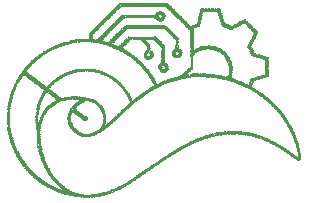
<source format=gbo>
G75*
%MOIN*%
%OFA0B0*%
%FSLAX25Y25*%
%IPPOS*%
%LPD*%
%AMOC8*
5,1,8,0,0,1.08239X$1,22.5*
%
%ADD10R,0.00100X0.00100*%
%ADD11R,0.00400X0.00100*%
%ADD12R,0.00200X0.00100*%
%ADD13R,0.00300X0.00100*%
%ADD14R,0.00700X0.00100*%
%ADD15R,0.00500X0.00100*%
%ADD16R,0.00900X0.00100*%
%ADD17R,0.00800X0.00100*%
%ADD18R,0.00600X0.00100*%
%ADD19R,0.01000X0.00100*%
%ADD20R,0.02700X0.00100*%
%ADD21R,0.01800X0.00100*%
%ADD22R,0.01300X0.00100*%
%ADD23R,0.02000X0.00100*%
%ADD24R,0.03300X0.00100*%
%ADD25R,0.01900X0.00100*%
%ADD26R,0.01100X0.00100*%
%ADD27R,0.01600X0.00100*%
%ADD28R,0.02200X0.00100*%
%ADD29R,0.01500X0.00100*%
%ADD30R,0.01700X0.00100*%
%ADD31R,0.01200X0.00100*%
%ADD32R,0.01400X0.00100*%
%ADD33R,0.05200X0.00100*%
%ADD34R,0.04800X0.00100*%
%ADD35R,0.04900X0.00100*%
%ADD36R,0.05300X0.00100*%
%ADD37R,0.05000X0.00100*%
%ADD38R,0.02300X0.00100*%
%ADD39R,0.04200X0.00100*%
%ADD40R,0.06400X0.00100*%
%ADD41R,0.06600X0.00100*%
%ADD42R,0.07300X0.00100*%
%ADD43R,0.07000X0.00100*%
%ADD44R,0.04100X0.00100*%
%ADD45R,0.02600X0.00100*%
%ADD46R,0.02500X0.00100*%
%ADD47R,0.02900X0.00100*%
%ADD48R,0.08100X0.00100*%
%ADD49R,0.08300X0.00100*%
%ADD50R,0.12200X0.00100*%
%ADD51R,0.13700X0.00100*%
%ADD52R,0.13800X0.00100*%
%ADD53R,0.13600X0.00100*%
%ADD54R,0.13900X0.00100*%
%ADD55R,0.12900X0.00100*%
%ADD56R,0.09800X0.00100*%
%ADD57R,0.09600X0.00100*%
%ADD58R,0.10700X0.00100*%
%ADD59R,0.10400X0.00100*%
%ADD60R,0.02400X0.00100*%
%ADD61R,0.05700X0.00100*%
%ADD62R,0.05900X0.00100*%
%ADD63R,0.05600X0.00100*%
%ADD64R,0.05800X0.00100*%
%ADD65R,0.16100X0.00100*%
%ADD66R,0.16200X0.00100*%
%ADD67R,0.16000X0.00100*%
%ADD68R,0.16300X0.00100*%
%ADD69R,0.15300X0.00100*%
%ADD70R,0.15200X0.00100*%
D10*
X0304800Y0313000D03*
X0305000Y0312900D03*
X0305100Y0312800D03*
X0305200Y0312900D03*
X0305300Y0312800D03*
X0305300Y0312700D03*
X0305400Y0312600D03*
X0305500Y0312700D03*
X0305400Y0312900D03*
X0305400Y0313100D03*
X0305200Y0313100D03*
X0305200Y0313700D03*
X0305400Y0313700D03*
X0305200Y0314000D03*
X0304900Y0314200D03*
X0304800Y0314300D03*
X0304600Y0314400D03*
X0304400Y0314400D03*
X0304200Y0314400D03*
X0304300Y0314600D03*
X0304100Y0314800D03*
X0304000Y0314900D03*
X0303600Y0315200D03*
X0303300Y0315400D03*
X0303100Y0315500D03*
X0303000Y0315600D03*
X0302900Y0315700D03*
X0302800Y0315800D03*
X0302700Y0315600D03*
X0302500Y0315500D03*
X0302300Y0315400D03*
X0302200Y0315500D03*
X0302100Y0315300D03*
X0302200Y0315200D03*
X0302100Y0315100D03*
X0302000Y0315200D03*
X0302400Y0314900D03*
X0302500Y0314800D03*
X0302600Y0314900D03*
X0302600Y0314700D03*
X0302800Y0314700D03*
X0302700Y0315100D03*
X0303000Y0315200D03*
X0302600Y0316000D03*
X0302500Y0316100D03*
X0302400Y0316200D03*
X0302300Y0316300D03*
X0302100Y0316300D03*
X0302100Y0316500D03*
X0301900Y0316700D03*
X0301800Y0316800D03*
X0301600Y0316800D03*
X0301500Y0316700D03*
X0301200Y0316700D03*
X0301100Y0316600D03*
X0301000Y0316700D03*
X0301000Y0316500D03*
X0300800Y0316500D03*
X0300700Y0316400D03*
X0300800Y0316300D03*
X0300900Y0316200D03*
X0301000Y0316300D03*
X0301200Y0316500D03*
X0301300Y0316400D03*
X0301300Y0316300D03*
X0301400Y0316200D03*
X0301500Y0316300D03*
X0301500Y0316400D03*
X0301600Y0316200D03*
X0301600Y0316000D03*
X0301500Y0315900D03*
X0301400Y0316000D03*
X0301300Y0316100D03*
X0301200Y0316000D03*
X0301400Y0315800D03*
X0301600Y0315800D03*
X0301800Y0315900D03*
X0301900Y0315700D03*
X0301500Y0315600D03*
X0301800Y0316300D03*
X0301800Y0316500D03*
X0301600Y0317000D03*
X0301300Y0317300D03*
X0301100Y0317500D03*
X0301000Y0317300D03*
X0301000Y0317100D03*
X0300800Y0317000D03*
X0300700Y0317100D03*
X0300700Y0317200D03*
X0300500Y0317200D03*
X0300500Y0317100D03*
X0300600Y0317000D03*
X0300500Y0316900D03*
X0300400Y0316800D03*
X0300500Y0316700D03*
X0300600Y0316800D03*
X0300700Y0316700D03*
X0300800Y0316800D03*
X0300600Y0316600D03*
X0300200Y0316900D03*
X0300300Y0317100D03*
X0300400Y0317400D03*
X0300400Y0317500D03*
X0300200Y0317500D03*
X0300100Y0317400D03*
X0299900Y0317500D03*
X0299800Y0317600D03*
X0299700Y0317700D03*
X0299600Y0317600D03*
X0299700Y0317500D03*
X0299900Y0317800D03*
X0299800Y0318000D03*
X0299600Y0318200D03*
X0299600Y0318300D03*
X0299800Y0318300D03*
X0299900Y0318500D03*
X0299900Y0318600D03*
X0300000Y0318700D03*
X0300000Y0318800D03*
X0300100Y0318600D03*
X0300200Y0318500D03*
X0300300Y0318400D03*
X0300400Y0318200D03*
X0300300Y0318000D03*
X0300100Y0317900D03*
X0300000Y0318400D03*
X0299400Y0318200D03*
X0299200Y0318100D03*
X0299100Y0318200D03*
X0299300Y0318000D03*
X0299400Y0317900D03*
X0299500Y0318000D03*
X0298800Y0318800D03*
X0298700Y0318900D03*
X0298800Y0319000D03*
X0298700Y0319100D03*
X0298600Y0319300D03*
X0298500Y0319400D03*
X0298300Y0319300D03*
X0298000Y0319700D03*
X0297900Y0319800D03*
X0298000Y0319900D03*
X0298100Y0319800D03*
X0298400Y0320000D03*
X0298400Y0320100D03*
X0298400Y0320200D03*
X0298200Y0320200D03*
X0298000Y0320200D03*
X0298000Y0320300D03*
X0297800Y0320400D03*
X0297800Y0320500D03*
X0297700Y0320700D03*
X0297500Y0320700D03*
X0297400Y0320800D03*
X0297300Y0320900D03*
X0297300Y0321000D03*
X0297100Y0321000D03*
X0297100Y0321100D03*
X0297000Y0321400D03*
X0296900Y0321500D03*
X0296800Y0321600D03*
X0296800Y0321700D03*
X0296700Y0321800D03*
X0296600Y0322000D03*
X0296600Y0322200D03*
X0296500Y0322300D03*
X0296400Y0322200D03*
X0296300Y0322400D03*
X0296200Y0322600D03*
X0296400Y0322600D03*
X0296300Y0322800D03*
X0296500Y0322800D03*
X0296500Y0322900D03*
X0296400Y0323000D03*
X0296400Y0323200D03*
X0296400Y0323400D03*
X0296600Y0323400D03*
X0296800Y0323400D03*
X0296900Y0323500D03*
X0296500Y0323700D03*
X0296400Y0323900D03*
X0296500Y0324100D03*
X0296300Y0324300D03*
X0296300Y0324500D03*
X0296100Y0324500D03*
X0296000Y0324600D03*
X0296000Y0324700D03*
X0296200Y0324800D03*
X0295900Y0324500D03*
X0295800Y0324600D03*
X0295700Y0324700D03*
X0295700Y0324800D03*
X0295600Y0325000D03*
X0295500Y0325100D03*
X0295400Y0325000D03*
X0295400Y0324900D03*
X0295400Y0324800D03*
X0295400Y0324700D03*
X0295200Y0324800D03*
X0295200Y0324900D03*
X0295100Y0325100D03*
X0295300Y0325200D03*
X0295400Y0325300D03*
X0295400Y0325400D03*
X0295300Y0325700D03*
X0295300Y0325800D03*
X0295300Y0325900D03*
X0295100Y0325900D03*
X0295100Y0325700D03*
X0294900Y0325700D03*
X0294900Y0325600D03*
X0294800Y0325900D03*
X0294900Y0326000D03*
X0294800Y0326100D03*
X0294800Y0326200D03*
X0294700Y0326300D03*
X0294700Y0326400D03*
X0294900Y0326500D03*
X0295100Y0326500D03*
X0294900Y0326300D03*
X0295000Y0326200D03*
X0295000Y0326100D03*
X0295500Y0326000D03*
X0295500Y0325900D03*
X0295700Y0325900D03*
X0295800Y0325700D03*
X0295800Y0325500D03*
X0295900Y0325400D03*
X0296000Y0325200D03*
X0295600Y0324600D03*
X0295300Y0324500D03*
X0295600Y0324200D03*
X0295600Y0324100D03*
X0295800Y0324100D03*
X0295900Y0324200D03*
X0296000Y0324100D03*
X0296100Y0324200D03*
X0296200Y0324100D03*
X0296100Y0324000D03*
X0295700Y0323800D03*
X0295800Y0323500D03*
X0296100Y0323400D03*
X0296200Y0323300D03*
X0296200Y0323200D03*
X0296000Y0323200D03*
X0296000Y0323000D03*
X0296600Y0323000D03*
X0296700Y0322900D03*
X0296800Y0323000D03*
X0296900Y0322900D03*
X0297100Y0323000D03*
X0297200Y0322800D03*
X0297100Y0322700D03*
X0297200Y0322600D03*
X0297300Y0322700D03*
X0297300Y0322500D03*
X0297400Y0322400D03*
X0297500Y0322300D03*
X0297600Y0322200D03*
X0297400Y0322100D03*
X0297500Y0322000D03*
X0297500Y0321900D03*
X0297600Y0321800D03*
X0297700Y0321900D03*
X0297700Y0322000D03*
X0297800Y0321800D03*
X0297700Y0321700D03*
X0297600Y0321600D03*
X0297500Y0321700D03*
X0297400Y0321600D03*
X0297300Y0321700D03*
X0297100Y0321700D03*
X0297100Y0321500D03*
X0297200Y0321400D03*
X0297400Y0321300D03*
X0297500Y0321000D03*
X0297700Y0321100D03*
X0297900Y0321200D03*
X0298000Y0321400D03*
X0298100Y0321300D03*
X0298200Y0321200D03*
X0297900Y0321600D03*
X0297900Y0321700D03*
X0297200Y0322000D03*
X0297200Y0322100D03*
X0297200Y0322300D03*
X0297000Y0322300D03*
X0296900Y0322400D03*
X0296800Y0322500D03*
X0296700Y0322400D03*
X0296800Y0322300D03*
X0296800Y0322200D03*
X0296800Y0322100D03*
X0297000Y0322500D03*
X0296300Y0323600D03*
X0295700Y0324300D03*
X0295600Y0326200D03*
X0295500Y0326700D03*
X0295400Y0326900D03*
X0295300Y0326800D03*
X0295000Y0327100D03*
X0294900Y0327000D03*
X0294800Y0327200D03*
X0294900Y0327400D03*
X0294900Y0327500D03*
X0294900Y0327700D03*
X0294700Y0327700D03*
X0294700Y0327600D03*
X0294700Y0327500D03*
X0295100Y0327500D03*
X0295200Y0327300D03*
X0294800Y0326800D03*
X0294800Y0326700D03*
X0294600Y0326900D03*
X0294600Y0327000D03*
X0294500Y0327100D03*
X0294400Y0327000D03*
X0294500Y0326700D03*
X0294300Y0327400D03*
X0294200Y0327700D03*
X0294200Y0327800D03*
X0294100Y0328000D03*
X0294000Y0328300D03*
X0294100Y0328500D03*
X0294300Y0328700D03*
X0294300Y0328900D03*
X0294100Y0328900D03*
X0294000Y0329200D03*
X0294000Y0329300D03*
X0294000Y0329400D03*
X0293800Y0329400D03*
X0293800Y0329500D03*
X0293800Y0329700D03*
X0293800Y0329800D03*
X0293800Y0329900D03*
X0293700Y0330200D03*
X0293900Y0330400D03*
X0293900Y0330500D03*
X0294000Y0330600D03*
X0294000Y0330700D03*
X0294000Y0330800D03*
X0294000Y0330900D03*
X0294100Y0331000D03*
X0294200Y0331200D03*
X0294300Y0331300D03*
X0294200Y0331400D03*
X0294000Y0331400D03*
X0294000Y0331500D03*
X0294000Y0331600D03*
X0294100Y0331800D03*
X0293800Y0331400D03*
X0293800Y0331300D03*
X0293800Y0331200D03*
X0293600Y0331200D03*
X0293600Y0331100D03*
X0293600Y0331000D03*
X0293500Y0330900D03*
X0293500Y0330800D03*
X0293800Y0330900D03*
X0293800Y0331000D03*
X0294000Y0331200D03*
X0294000Y0331300D03*
X0293500Y0331500D03*
X0293500Y0331600D03*
X0293400Y0331700D03*
X0293500Y0331800D03*
X0293400Y0332800D03*
X0293300Y0332900D03*
X0293300Y0333000D03*
X0293300Y0333100D03*
X0293500Y0333100D03*
X0293500Y0333000D03*
X0293500Y0332900D03*
X0293700Y0332800D03*
X0293800Y0333000D03*
X0293800Y0333100D03*
X0293700Y0333200D03*
X0293700Y0333400D03*
X0293700Y0333500D03*
X0293900Y0333500D03*
X0293900Y0333400D03*
X0293900Y0333300D03*
X0294000Y0333200D03*
X0294000Y0333100D03*
X0294100Y0332900D03*
X0294100Y0332800D03*
X0293400Y0333800D03*
X0293400Y0333900D03*
X0293400Y0334200D03*
X0293400Y0334300D03*
X0293400Y0334400D03*
X0293400Y0334700D03*
X0293400Y0334800D03*
X0293200Y0334800D03*
X0293200Y0334700D03*
X0293400Y0335100D03*
X0293400Y0335200D03*
X0293400Y0335300D03*
X0293400Y0335600D03*
X0293400Y0335700D03*
X0293400Y0336100D03*
X0293300Y0336400D03*
X0293500Y0336400D03*
X0293600Y0336600D03*
X0294000Y0336700D03*
X0294100Y0336400D03*
X0294000Y0336300D03*
X0294000Y0336000D03*
X0294100Y0337600D03*
X0294100Y0337700D03*
X0294100Y0337800D03*
X0294000Y0337900D03*
X0294000Y0338000D03*
X0294000Y0338100D03*
X0294000Y0338200D03*
X0294000Y0338300D03*
X0294100Y0338400D03*
X0294200Y0338200D03*
X0293800Y0338200D03*
X0293800Y0338300D03*
X0293800Y0338500D03*
X0293800Y0338600D03*
X0294000Y0338600D03*
X0294000Y0338700D03*
X0294000Y0338800D03*
X0294000Y0338900D03*
X0293900Y0339000D03*
X0293900Y0339100D03*
X0294000Y0339200D03*
X0294100Y0339100D03*
X0294100Y0339000D03*
X0294300Y0339000D03*
X0294300Y0339100D03*
X0294300Y0339200D03*
X0294400Y0339300D03*
X0294400Y0339400D03*
X0294200Y0339400D03*
X0294300Y0339600D03*
X0294400Y0339700D03*
X0294300Y0339800D03*
X0294100Y0339800D03*
X0293800Y0339800D03*
X0293800Y0339700D03*
X0293800Y0339600D03*
X0293700Y0339300D03*
X0293500Y0338700D03*
X0293500Y0338600D03*
X0293600Y0338500D03*
X0293600Y0338400D03*
X0293600Y0338300D03*
X0293800Y0338100D03*
X0293500Y0338000D03*
X0293500Y0337900D03*
X0293400Y0337800D03*
X0293500Y0337700D03*
X0294200Y0338800D03*
X0294500Y0339900D03*
X0294500Y0340000D03*
X0294600Y0340200D03*
X0294500Y0340300D03*
X0294300Y0340300D03*
X0294100Y0340500D03*
X0294000Y0340300D03*
X0294000Y0340200D03*
X0294000Y0340100D03*
X0293800Y0340100D03*
X0293800Y0340200D03*
X0293800Y0340000D03*
X0294400Y0340700D03*
X0294500Y0340900D03*
X0294600Y0341000D03*
X0294700Y0340900D03*
X0294800Y0341000D03*
X0294800Y0341200D03*
X0294800Y0341300D03*
X0294700Y0341500D03*
X0294900Y0341500D03*
X0294900Y0341800D03*
X0294700Y0341800D03*
X0294700Y0341900D03*
X0294700Y0342000D03*
X0294900Y0342200D03*
X0294800Y0342300D03*
X0294600Y0342500D03*
X0294600Y0342600D03*
X0294600Y0342700D03*
X0294500Y0342800D03*
X0294600Y0342900D03*
X0294700Y0343100D03*
X0294700Y0343200D03*
X0294800Y0343300D03*
X0294800Y0343400D03*
X0294900Y0343500D03*
X0294800Y0343600D03*
X0295100Y0343600D03*
X0295100Y0343500D03*
X0295100Y0343400D03*
X0295200Y0343800D03*
X0295200Y0343900D03*
X0295400Y0343800D03*
X0295600Y0343800D03*
X0295600Y0343700D03*
X0295500Y0344000D03*
X0295400Y0344100D03*
X0295400Y0344200D03*
X0295300Y0344300D03*
X0295300Y0344400D03*
X0295400Y0344500D03*
X0295400Y0344600D03*
X0295400Y0344700D03*
X0295400Y0344800D03*
X0295300Y0344900D03*
X0295300Y0345000D03*
X0295400Y0345100D03*
X0295400Y0345200D03*
X0295600Y0345200D03*
X0295600Y0345100D03*
X0295800Y0345100D03*
X0295800Y0345200D03*
X0295800Y0345000D03*
X0296000Y0345000D03*
X0296100Y0345200D03*
X0296100Y0345300D03*
X0296200Y0345400D03*
X0296200Y0345500D03*
X0295900Y0345400D03*
X0295700Y0345700D03*
X0295800Y0346100D03*
X0295900Y0346200D03*
X0296000Y0346300D03*
X0296000Y0346500D03*
X0296300Y0346700D03*
X0296400Y0346800D03*
X0296400Y0346900D03*
X0296200Y0346900D03*
X0296300Y0347100D03*
X0296400Y0347300D03*
X0296500Y0347200D03*
X0296600Y0347300D03*
X0296600Y0347500D03*
X0296600Y0347600D03*
X0296800Y0347500D03*
X0296800Y0347800D03*
X0296900Y0348000D03*
X0297000Y0348100D03*
X0297100Y0348000D03*
X0297200Y0348100D03*
X0297300Y0348000D03*
X0297500Y0348000D03*
X0297600Y0347800D03*
X0297800Y0348000D03*
X0297700Y0348200D03*
X0297900Y0348200D03*
X0298100Y0348700D03*
X0298200Y0348800D03*
X0298300Y0348900D03*
X0298300Y0349000D03*
X0298300Y0349200D03*
X0298200Y0349300D03*
X0298000Y0349300D03*
X0298000Y0349200D03*
X0297800Y0349100D03*
X0297800Y0349000D03*
X0298000Y0348900D03*
X0298100Y0349000D03*
X0298500Y0349100D03*
X0298600Y0349200D03*
X0298700Y0349300D03*
X0298800Y0349500D03*
X0298900Y0349400D03*
X0298900Y0349200D03*
X0299300Y0349300D03*
X0299400Y0349400D03*
X0299300Y0349500D03*
X0299500Y0349300D03*
X0299600Y0349000D03*
X0299600Y0348800D03*
X0299900Y0348600D03*
X0300000Y0348500D03*
X0300100Y0348400D03*
X0300400Y0348600D03*
X0300400Y0348100D03*
X0300800Y0347800D03*
X0301000Y0347800D03*
X0301000Y0347700D03*
X0301200Y0347900D03*
X0301300Y0347800D03*
X0301400Y0347600D03*
X0301400Y0347500D03*
X0301500Y0348100D03*
X0301900Y0348200D03*
X0302100Y0348200D03*
X0302200Y0348300D03*
X0302300Y0348200D03*
X0302100Y0348000D03*
X0302200Y0347900D03*
X0302400Y0347900D03*
X0302500Y0347700D03*
X0302700Y0347900D03*
X0302800Y0347800D03*
X0303100Y0347500D03*
X0303300Y0347500D03*
X0303300Y0347200D03*
X0302800Y0346800D03*
X0302600Y0346700D03*
X0302500Y0346800D03*
X0302400Y0346700D03*
X0302400Y0346600D03*
X0302500Y0346500D03*
X0302700Y0346400D03*
X0302800Y0346500D03*
X0303100Y0346100D03*
X0303200Y0346000D03*
X0303300Y0346300D03*
X0303900Y0346600D03*
X0304100Y0346500D03*
X0304200Y0346600D03*
X0304300Y0346700D03*
X0304400Y0346600D03*
X0304300Y0346500D03*
X0304000Y0346400D03*
X0303900Y0346900D03*
X0304100Y0346900D03*
X0304700Y0346400D03*
X0304800Y0346300D03*
X0305000Y0346200D03*
X0305100Y0346100D03*
X0305200Y0345800D03*
X0305100Y0345700D03*
X0305200Y0345600D03*
X0305300Y0345700D03*
X0305500Y0345800D03*
X0305500Y0345600D03*
X0305400Y0345400D03*
X0305300Y0345300D03*
X0305200Y0344900D03*
X0305200Y0344800D03*
X0305000Y0344800D03*
X0305000Y0344900D03*
X0305000Y0344700D03*
X0304800Y0344800D03*
X0304700Y0344900D03*
X0304400Y0345100D03*
X0304500Y0345500D03*
X0304700Y0345600D03*
X0304800Y0345700D03*
X0304700Y0345800D03*
X0304800Y0345300D03*
X0305400Y0344900D03*
X0305500Y0344700D03*
X0305400Y0344600D03*
X0305200Y0344600D03*
X0305500Y0344400D03*
X0305400Y0344300D03*
X0305600Y0344200D03*
X0305700Y0344100D03*
X0305800Y0344200D03*
X0305900Y0344100D03*
X0306000Y0344200D03*
X0305900Y0344400D03*
X0305900Y0344500D03*
X0305700Y0344500D03*
X0306000Y0344700D03*
X0306000Y0344800D03*
X0306200Y0344800D03*
X0306400Y0344800D03*
X0306400Y0344900D03*
X0306600Y0344900D03*
X0306600Y0344800D03*
X0306800Y0344900D03*
X0306900Y0344800D03*
X0307100Y0344900D03*
X0307000Y0345100D03*
X0307200Y0345100D03*
X0307400Y0345200D03*
X0307500Y0345300D03*
X0307600Y0345200D03*
X0307700Y0345400D03*
X0307800Y0345500D03*
X0307500Y0345500D03*
X0307400Y0345800D03*
X0307200Y0345800D03*
X0307200Y0345600D03*
X0307000Y0345600D03*
X0306900Y0345400D03*
X0306900Y0345300D03*
X0306800Y0345200D03*
X0306700Y0345300D03*
X0307100Y0345400D03*
X0307300Y0346000D03*
X0307400Y0346100D03*
X0307600Y0346300D03*
X0307800Y0346300D03*
X0307900Y0346200D03*
X0308100Y0346200D03*
X0307900Y0346000D03*
X0307800Y0345900D03*
X0307700Y0345800D03*
X0308000Y0345900D03*
X0308400Y0346100D03*
X0308400Y0346600D03*
X0308200Y0346600D03*
X0308200Y0346700D03*
X0308100Y0346800D03*
X0308400Y0346900D03*
X0308600Y0346900D03*
X0308700Y0347000D03*
X0308700Y0347200D03*
X0308800Y0347400D03*
X0308900Y0347500D03*
X0309000Y0347400D03*
X0309100Y0347500D03*
X0309200Y0347600D03*
X0309300Y0347500D03*
X0309200Y0347400D03*
X0309100Y0347300D03*
X0309000Y0347200D03*
X0309000Y0347000D03*
X0308900Y0346900D03*
X0309100Y0346900D03*
X0309200Y0347000D03*
X0309500Y0347000D03*
X0309600Y0347100D03*
X0309500Y0347200D03*
X0309700Y0347200D03*
X0309900Y0347300D03*
X0309700Y0347700D03*
X0309500Y0347800D03*
X0309300Y0347800D03*
X0309400Y0347400D03*
X0309300Y0347300D03*
X0308900Y0346700D03*
X0308700Y0346500D03*
X0308800Y0346400D03*
X0308500Y0347100D03*
X0307900Y0346500D03*
X0307200Y0344500D03*
X0307300Y0344300D03*
X0307200Y0344200D03*
X0307400Y0344200D03*
X0307500Y0344300D03*
X0307600Y0344200D03*
X0307500Y0344000D03*
X0307900Y0344000D03*
X0308000Y0343900D03*
X0308100Y0343400D03*
X0308500Y0343300D03*
X0308500Y0343100D03*
X0308600Y0343000D03*
X0308600Y0342900D03*
X0308500Y0342500D03*
X0308400Y0342300D03*
X0308100Y0342300D03*
X0308000Y0342400D03*
X0307700Y0342700D03*
X0307800Y0342800D03*
X0307600Y0343000D03*
X0307400Y0342900D03*
X0307300Y0343000D03*
X0306700Y0343700D03*
X0306600Y0343800D03*
X0306500Y0343900D03*
X0306400Y0343800D03*
X0306200Y0343800D03*
X0306200Y0343900D03*
X0306000Y0343900D03*
X0305800Y0344000D03*
X0305600Y0343800D03*
X0305800Y0343700D03*
X0306000Y0343500D03*
X0306200Y0343500D03*
X0306300Y0343600D03*
X0306500Y0343500D03*
X0306800Y0343800D03*
X0306100Y0343700D03*
X0306100Y0343300D03*
X0306000Y0343100D03*
X0305900Y0342900D03*
X0305700Y0343100D03*
X0305400Y0343000D03*
X0305100Y0342900D03*
X0305100Y0342600D03*
X0305100Y0342300D03*
X0305100Y0342200D03*
X0304900Y0342200D03*
X0304700Y0342200D03*
X0304600Y0342100D03*
X0304800Y0342400D03*
X0305400Y0342400D03*
X0305700Y0342600D03*
X0305300Y0343400D03*
X0305200Y0341800D03*
X0305200Y0341700D03*
X0305100Y0341600D03*
X0305100Y0341500D03*
X0305000Y0341300D03*
X0304800Y0341100D03*
X0304600Y0341100D03*
X0304500Y0341200D03*
X0304400Y0341100D03*
X0304500Y0341000D03*
X0304300Y0340800D03*
X0304300Y0340700D03*
X0304100Y0340700D03*
X0304100Y0340500D03*
X0303900Y0340500D03*
X0303800Y0340300D03*
X0303900Y0340100D03*
X0303700Y0339900D03*
X0303600Y0339700D03*
X0303500Y0339500D03*
X0303600Y0339400D03*
X0303700Y0339500D03*
X0303900Y0339500D03*
X0303900Y0339400D03*
X0303800Y0339100D03*
X0303700Y0338900D03*
X0303700Y0338800D03*
X0303400Y0339000D03*
X0303500Y0339200D03*
X0303300Y0338700D03*
X0303300Y0338400D03*
X0303300Y0338300D03*
X0303200Y0338100D03*
X0303100Y0337900D03*
X0303100Y0337800D03*
X0303200Y0337600D03*
X0303400Y0337600D03*
X0303400Y0337900D03*
X0303700Y0338000D03*
X0303900Y0338000D03*
X0303900Y0338100D03*
X0303800Y0338200D03*
X0303700Y0338400D03*
X0303900Y0338400D03*
X0304000Y0338300D03*
X0303800Y0337700D03*
X0303700Y0337600D03*
X0303600Y0336700D03*
X0303400Y0336700D03*
X0303400Y0336500D03*
X0303600Y0336400D03*
X0303600Y0336300D03*
X0303400Y0336200D03*
X0303400Y0336000D03*
X0303600Y0336000D03*
X0303600Y0335900D03*
X0303400Y0335700D03*
X0303400Y0335600D03*
X0303400Y0335500D03*
X0303200Y0335500D03*
X0303200Y0335600D03*
X0303200Y0335700D03*
X0303000Y0335700D03*
X0303000Y0335800D03*
X0303000Y0335400D03*
X0303000Y0335300D03*
X0303000Y0335200D03*
X0302800Y0335200D03*
X0302800Y0335300D03*
X0303200Y0335300D03*
X0303200Y0335400D03*
X0303200Y0335200D03*
X0303400Y0334800D03*
X0303400Y0334700D03*
X0303200Y0334300D03*
X0303200Y0334200D03*
X0303200Y0334100D03*
X0303200Y0334000D03*
X0303000Y0334000D03*
X0302800Y0334000D03*
X0302800Y0334300D03*
X0303000Y0334300D03*
X0303000Y0333600D03*
X0303100Y0333500D03*
X0302900Y0333300D03*
X0302800Y0333500D03*
X0303200Y0333200D03*
X0303400Y0333100D03*
X0303600Y0333200D03*
X0303400Y0333400D03*
X0303500Y0333600D03*
X0303500Y0333700D03*
X0304100Y0333600D03*
X0304300Y0333800D03*
X0304400Y0333900D03*
X0304400Y0334000D03*
X0304200Y0334100D03*
X0304000Y0334100D03*
X0304100Y0333900D03*
X0304500Y0333800D03*
X0304600Y0333700D03*
X0304800Y0333800D03*
X0304700Y0334200D03*
X0304900Y0334200D03*
X0304900Y0334600D03*
X0304900Y0334700D03*
X0305100Y0334800D03*
X0305200Y0335000D03*
X0305000Y0335200D03*
X0305000Y0335300D03*
X0304800Y0335300D03*
X0304800Y0335200D03*
X0304700Y0335500D03*
X0304600Y0335600D03*
X0304800Y0335800D03*
X0304900Y0335900D03*
X0304900Y0335600D03*
X0305200Y0335600D03*
X0305300Y0335800D03*
X0305300Y0336000D03*
X0305200Y0336100D03*
X0305100Y0336200D03*
X0305000Y0336300D03*
X0305100Y0336400D03*
X0305300Y0336700D03*
X0305500Y0336700D03*
X0305500Y0336900D03*
X0305600Y0337100D03*
X0305700Y0337200D03*
X0305800Y0337300D03*
X0306000Y0337400D03*
X0306200Y0337600D03*
X0306100Y0337700D03*
X0306200Y0337800D03*
X0306100Y0337900D03*
X0306200Y0338000D03*
X0306300Y0338100D03*
X0306400Y0338200D03*
X0306500Y0338300D03*
X0306600Y0338200D03*
X0306700Y0338300D03*
X0306700Y0338400D03*
X0306700Y0338600D03*
X0306900Y0338300D03*
X0307100Y0338300D03*
X0307200Y0338400D03*
X0307100Y0338500D03*
X0307300Y0338500D03*
X0307500Y0338400D03*
X0307500Y0338200D03*
X0307200Y0338200D03*
X0307000Y0337900D03*
X0306800Y0337900D03*
X0306800Y0337800D03*
X0306700Y0337700D03*
X0306800Y0337600D03*
X0306900Y0337700D03*
X0306700Y0338000D03*
X0306600Y0337900D03*
X0306500Y0338100D03*
X0306400Y0338000D03*
X0306400Y0337500D03*
X0306300Y0337100D03*
X0306400Y0337000D03*
X0306300Y0336900D03*
X0306200Y0336800D03*
X0306100Y0336900D03*
X0306000Y0336800D03*
X0305900Y0336700D03*
X0306100Y0336700D03*
X0306000Y0336500D03*
X0305900Y0336400D03*
X0305800Y0336900D03*
X0305400Y0335500D03*
X0305300Y0335400D03*
X0304700Y0334900D03*
X0304500Y0334900D03*
X0304400Y0335000D03*
X0304300Y0334800D03*
X0304400Y0334700D03*
X0304300Y0334500D03*
X0304500Y0334500D03*
X0304300Y0334300D03*
X0304400Y0333600D03*
X0304400Y0332700D03*
X0304200Y0332300D03*
X0304300Y0332100D03*
X0304300Y0332000D03*
X0304300Y0331700D03*
X0304300Y0331600D03*
X0304300Y0331500D03*
X0304300Y0331400D03*
X0304100Y0331700D03*
X0303900Y0331800D03*
X0303900Y0331900D03*
X0303600Y0331800D03*
X0303600Y0331500D03*
X0303800Y0331500D03*
X0303800Y0331400D03*
X0303900Y0331000D03*
X0303900Y0330900D03*
X0304100Y0331000D03*
X0304100Y0331100D03*
X0304200Y0330800D03*
X0304200Y0330700D03*
X0304000Y0330700D03*
X0303800Y0330700D03*
X0303600Y0330700D03*
X0303600Y0330800D03*
X0303500Y0331100D03*
X0303400Y0331200D03*
X0303200Y0331300D03*
X0303200Y0331400D03*
X0303100Y0331500D03*
X0303100Y0331600D03*
X0303000Y0331900D03*
X0303100Y0331200D03*
X0303400Y0330400D03*
X0303500Y0330300D03*
X0303500Y0330200D03*
X0303400Y0330100D03*
X0303400Y0330000D03*
X0303400Y0329900D03*
X0303400Y0329800D03*
X0303200Y0329800D03*
X0303200Y0329700D03*
X0303200Y0329600D03*
X0303500Y0329600D03*
X0303700Y0329600D03*
X0303700Y0329700D03*
X0303700Y0329800D03*
X0303900Y0329800D03*
X0303900Y0329900D03*
X0303900Y0330000D03*
X0303900Y0330100D03*
X0303900Y0330200D03*
X0303900Y0330300D03*
X0303900Y0330400D03*
X0303900Y0330500D03*
X0303700Y0330500D03*
X0303700Y0330400D03*
X0303700Y0330300D03*
X0303700Y0330200D03*
X0304100Y0330500D03*
X0303900Y0329700D03*
X0303900Y0329600D03*
X0304100Y0329300D03*
X0304100Y0329000D03*
X0303900Y0328800D03*
X0304000Y0328700D03*
X0304000Y0328600D03*
X0304000Y0328500D03*
X0304000Y0328400D03*
X0304000Y0328300D03*
X0304000Y0328200D03*
X0304000Y0328100D03*
X0303800Y0328100D03*
X0303800Y0328200D03*
X0303800Y0328000D03*
X0303900Y0327800D03*
X0304100Y0327800D03*
X0304200Y0327700D03*
X0304200Y0327600D03*
X0304300Y0327500D03*
X0304200Y0327300D03*
X0304100Y0327200D03*
X0304000Y0327300D03*
X0303900Y0327200D03*
X0303800Y0327300D03*
X0303700Y0327500D03*
X0304000Y0327600D03*
X0304200Y0328000D03*
X0304200Y0328100D03*
X0304200Y0328200D03*
X0304200Y0328600D03*
X0304200Y0328700D03*
X0303300Y0328700D03*
X0303300Y0328800D03*
X0303300Y0328900D03*
X0303300Y0329000D03*
X0303300Y0329100D03*
X0303300Y0329200D03*
X0303300Y0329300D03*
X0303300Y0328600D03*
X0303300Y0328500D03*
X0303300Y0328400D03*
X0303200Y0327900D03*
X0303200Y0327800D03*
X0303300Y0327700D03*
X0303300Y0327600D03*
X0303300Y0327400D03*
X0303300Y0327100D03*
X0303300Y0327000D03*
X0303300Y0326900D03*
X0303500Y0327100D03*
X0303800Y0326900D03*
X0303900Y0326800D03*
X0303900Y0326700D03*
X0303900Y0326600D03*
X0304000Y0326500D03*
X0304200Y0326500D03*
X0304100Y0326700D03*
X0304100Y0326800D03*
X0304000Y0326900D03*
X0304000Y0327000D03*
X0304300Y0327100D03*
X0304300Y0327200D03*
X0304400Y0326700D03*
X0304400Y0326400D03*
X0303600Y0326700D03*
X0303400Y0326500D03*
X0303400Y0326400D03*
X0303500Y0326200D03*
X0303500Y0325800D03*
X0303500Y0325700D03*
X0303500Y0325600D03*
X0303500Y0325300D03*
X0303500Y0325200D03*
X0303600Y0325000D03*
X0303600Y0324900D03*
X0303600Y0324800D03*
X0303800Y0323900D03*
X0303800Y0323800D03*
X0303900Y0323700D03*
X0303900Y0323600D03*
X0304000Y0323900D03*
X0304600Y0323900D03*
X0304600Y0323800D03*
X0304800Y0323800D03*
X0304800Y0323700D03*
X0304800Y0324000D03*
X0304800Y0324200D03*
X0304900Y0323400D03*
X0305000Y0323200D03*
X0304900Y0323100D03*
X0304900Y0322900D03*
X0304800Y0322800D03*
X0304800Y0322600D03*
X0304600Y0322600D03*
X0304600Y0322700D03*
X0304600Y0322900D03*
X0304400Y0323000D03*
X0304200Y0323100D03*
X0304000Y0323100D03*
X0304100Y0322700D03*
X0304100Y0322600D03*
X0304300Y0322400D03*
X0304400Y0322600D03*
X0304400Y0322700D03*
X0304400Y0322200D03*
X0304400Y0322100D03*
X0304500Y0321500D03*
X0304700Y0321500D03*
X0304900Y0321500D03*
X0305200Y0321500D03*
X0305600Y0321400D03*
X0305700Y0320900D03*
X0305700Y0320800D03*
X0305600Y0320700D03*
X0305800Y0320700D03*
X0305800Y0320600D03*
X0305900Y0320500D03*
X0305600Y0320500D03*
X0305500Y0320400D03*
X0305400Y0320500D03*
X0305400Y0320600D03*
X0305200Y0320600D03*
X0305200Y0320500D03*
X0305000Y0320500D03*
X0305000Y0320600D03*
X0305100Y0320700D03*
X0305100Y0320800D03*
X0304900Y0320900D03*
X0304900Y0321000D03*
X0304700Y0321000D03*
X0304700Y0320900D03*
X0304600Y0321100D03*
X0304600Y0321200D03*
X0304800Y0321200D03*
X0304800Y0320600D03*
X0304900Y0320400D03*
X0305100Y0320300D03*
X0305000Y0320200D03*
X0305000Y0320100D03*
X0305200Y0320100D03*
X0305200Y0320000D03*
X0305100Y0319900D03*
X0305200Y0319800D03*
X0305700Y0320200D03*
X0305900Y0320000D03*
X0306000Y0320100D03*
X0306000Y0320200D03*
X0306100Y0320000D03*
X0306300Y0319600D03*
X0306300Y0319400D03*
X0306300Y0319200D03*
X0306500Y0319100D03*
X0306500Y0319000D03*
X0306600Y0318900D03*
X0306600Y0318800D03*
X0306700Y0318700D03*
X0306500Y0318500D03*
X0306300Y0318500D03*
X0306200Y0318400D03*
X0306000Y0318200D03*
X0305800Y0318500D03*
X0305700Y0318600D03*
X0305700Y0318800D03*
X0305700Y0318900D03*
X0305600Y0319000D03*
X0305900Y0318800D03*
X0305900Y0318700D03*
X0306000Y0318900D03*
X0306200Y0319000D03*
X0306800Y0318400D03*
X0307100Y0317900D03*
X0307000Y0317400D03*
X0306800Y0317400D03*
X0306700Y0317300D03*
X0306500Y0317300D03*
X0306300Y0317400D03*
X0306800Y0317100D03*
X0306900Y0317000D03*
X0306700Y0316900D03*
X0306700Y0316800D03*
X0306900Y0316500D03*
X0307100Y0316500D03*
X0307000Y0316300D03*
X0307200Y0316100D03*
X0307300Y0316000D03*
X0307500Y0315800D03*
X0307600Y0315900D03*
X0307800Y0316000D03*
X0308000Y0316100D03*
X0308100Y0315900D03*
X0308400Y0315900D03*
X0308400Y0315700D03*
X0308500Y0315600D03*
X0308600Y0315500D03*
X0308700Y0315300D03*
X0308800Y0315200D03*
X0308700Y0315000D03*
X0308500Y0315200D03*
X0308300Y0315100D03*
X0308200Y0315200D03*
X0308100Y0315100D03*
X0308000Y0315200D03*
X0307900Y0315100D03*
X0308000Y0314900D03*
X0308300Y0314900D03*
X0308600Y0314600D03*
X0308700Y0314400D03*
X0308700Y0314300D03*
X0308900Y0314300D03*
X0309000Y0314200D03*
X0309100Y0314300D03*
X0309200Y0314400D03*
X0309100Y0314500D03*
X0309200Y0314600D03*
X0309100Y0314900D03*
X0309000Y0315000D03*
X0308900Y0314500D03*
X0309200Y0314200D03*
X0309300Y0314100D03*
X0309300Y0314000D03*
X0309200Y0313900D03*
X0309100Y0314000D03*
X0308900Y0314000D03*
X0308700Y0314000D03*
X0309000Y0313700D03*
X0309100Y0313600D03*
X0309200Y0313700D03*
X0309300Y0313800D03*
X0309400Y0313900D03*
X0309500Y0314000D03*
X0309600Y0313900D03*
X0309500Y0313800D03*
X0309500Y0313600D03*
X0309400Y0313500D03*
X0309300Y0313600D03*
X0309300Y0313400D03*
X0309400Y0313300D03*
X0309600Y0313300D03*
X0309700Y0313100D03*
X0309900Y0313300D03*
X0310100Y0313300D03*
X0310100Y0313200D03*
X0310000Y0313100D03*
X0310100Y0313000D03*
X0310200Y0313100D03*
X0310300Y0313200D03*
X0310400Y0313100D03*
X0310300Y0313000D03*
X0310300Y0312800D03*
X0310200Y0312700D03*
X0310300Y0312600D03*
X0310400Y0312700D03*
X0310600Y0312700D03*
X0310900Y0312700D03*
X0311000Y0312600D03*
X0311100Y0312700D03*
X0311200Y0312800D03*
X0311200Y0312500D03*
X0311100Y0312400D03*
X0311000Y0312300D03*
X0311100Y0312200D03*
X0311200Y0312300D03*
X0311500Y0312500D03*
X0311600Y0312400D03*
X0311800Y0312100D03*
X0311700Y0312000D03*
X0311700Y0311900D03*
X0311900Y0312000D03*
X0312100Y0312000D03*
X0312200Y0311900D03*
X0312300Y0311800D03*
X0312300Y0311500D03*
X0312300Y0311400D03*
X0312500Y0311400D03*
X0312600Y0311300D03*
X0312600Y0311200D03*
X0312400Y0311200D03*
X0312400Y0311000D03*
X0312300Y0310900D03*
X0312100Y0310900D03*
X0312100Y0311200D03*
X0312000Y0311400D03*
X0312100Y0311500D03*
X0311900Y0311700D03*
X0311800Y0311600D03*
X0311600Y0311600D03*
X0311400Y0311600D03*
X0311200Y0311700D03*
X0311200Y0311900D03*
X0311000Y0311800D03*
X0310900Y0311900D03*
X0310600Y0312100D03*
X0310800Y0312300D03*
X0310800Y0312400D03*
X0310500Y0312400D03*
X0310100Y0312600D03*
X0310000Y0312700D03*
X0309900Y0312800D03*
X0309900Y0312900D03*
X0310100Y0312800D03*
X0310700Y0313100D03*
X0310800Y0313200D03*
X0310400Y0313600D03*
X0310300Y0313500D03*
X0310000Y0313500D03*
X0309900Y0313900D03*
X0310000Y0314000D03*
X0309600Y0314400D03*
X0309500Y0314300D03*
X0309400Y0314200D03*
X0307700Y0315500D03*
X0307500Y0315600D03*
X0307400Y0315700D03*
X0307300Y0316300D03*
X0307400Y0316500D03*
X0307500Y0316400D03*
X0307600Y0316600D03*
X0307500Y0316700D03*
X0307600Y0316800D03*
X0307700Y0316900D03*
X0307600Y0317000D03*
X0307600Y0317100D03*
X0307500Y0317200D03*
X0307400Y0317300D03*
X0307300Y0317200D03*
X0307200Y0317300D03*
X0307400Y0317000D03*
X0307200Y0316900D03*
X0307300Y0316800D03*
X0307700Y0316700D03*
X0307800Y0316800D03*
X0307800Y0316600D03*
X0307900Y0316500D03*
X0305800Y0313600D03*
X0306100Y0313400D03*
X0306200Y0313300D03*
X0306400Y0313200D03*
X0306500Y0312900D03*
X0306400Y0312800D03*
X0306200Y0312800D03*
X0306200Y0312900D03*
X0306100Y0313000D03*
X0305900Y0313000D03*
X0305800Y0312800D03*
X0305800Y0312700D03*
X0305900Y0312600D03*
X0305800Y0312500D03*
X0305900Y0312300D03*
X0306100Y0312300D03*
X0306400Y0312300D03*
X0306400Y0312000D03*
X0306800Y0311800D03*
X0306900Y0311900D03*
X0306900Y0312000D03*
X0306900Y0312200D03*
X0307100Y0312400D03*
X0307300Y0312400D03*
X0307200Y0312200D03*
X0307300Y0312100D03*
X0307200Y0312000D03*
X0307100Y0311900D03*
X0307000Y0311800D03*
X0306900Y0311700D03*
X0307100Y0311700D03*
X0307400Y0311900D03*
X0307400Y0312000D03*
X0307500Y0311800D03*
X0307800Y0312200D03*
X0307700Y0312300D03*
X0307800Y0312400D03*
X0308000Y0312300D03*
X0308000Y0312200D03*
X0308400Y0312100D03*
X0308600Y0311900D03*
X0308800Y0311700D03*
X0308700Y0311600D03*
X0308600Y0311400D03*
X0308600Y0311300D03*
X0308800Y0311300D03*
X0309100Y0311300D03*
X0309200Y0311400D03*
X0309200Y0311500D03*
X0309300Y0311600D03*
X0309000Y0311600D03*
X0309300Y0311200D03*
X0309200Y0311000D03*
X0309200Y0310600D03*
X0309600Y0310500D03*
X0310200Y0310400D03*
X0310300Y0310500D03*
X0310400Y0310400D03*
X0310600Y0310400D03*
X0310600Y0310700D03*
X0310800Y0310700D03*
X0311000Y0310700D03*
X0311000Y0310500D03*
X0310900Y0310400D03*
X0311000Y0310300D03*
X0311400Y0310400D03*
X0311600Y0310400D03*
X0311700Y0310500D03*
X0311600Y0310600D03*
X0311800Y0310400D03*
X0311900Y0310600D03*
X0312100Y0310400D03*
X0312300Y0310400D03*
X0312300Y0310500D03*
X0312700Y0311000D03*
X0312900Y0311200D03*
X0312800Y0311400D03*
X0313600Y0310900D03*
X0313700Y0310800D03*
X0313700Y0310700D03*
X0313900Y0310700D03*
X0313900Y0310500D03*
X0314000Y0310400D03*
X0314100Y0310600D03*
X0314300Y0310300D03*
X0314300Y0310200D03*
X0314500Y0310200D03*
X0314500Y0310300D03*
X0314500Y0310400D03*
X0314700Y0310300D03*
X0314600Y0310100D03*
X0314400Y0309900D03*
X0314300Y0310000D03*
X0313700Y0310400D03*
X0313300Y0310600D03*
X0313000Y0310400D03*
X0312400Y0309500D03*
X0311700Y0309700D03*
X0311300Y0310000D03*
X0310500Y0310100D03*
X0310700Y0310900D03*
X0310600Y0311000D03*
X0310500Y0311100D03*
X0310200Y0311100D03*
X0310200Y0311200D03*
X0310100Y0311300D03*
X0309900Y0311300D03*
X0310900Y0310900D03*
X0311500Y0311300D03*
X0311500Y0311400D03*
X0311600Y0311200D03*
X0311600Y0311100D03*
X0311800Y0311200D03*
X0314100Y0309300D03*
X0314900Y0308900D03*
X0315000Y0309000D03*
X0315000Y0309600D03*
X0315100Y0309700D03*
X0315000Y0309800D03*
X0315200Y0309900D03*
X0315200Y0310100D03*
X0315400Y0310100D03*
X0315000Y0310200D03*
X0315600Y0309700D03*
X0315700Y0309600D03*
X0315800Y0309800D03*
X0316000Y0309700D03*
X0316200Y0309600D03*
X0316500Y0309600D03*
X0316600Y0309700D03*
X0317000Y0309600D03*
X0317700Y0309400D03*
X0317800Y0309300D03*
X0317800Y0309200D03*
X0317900Y0309100D03*
X0318100Y0309200D03*
X0318100Y0309300D03*
X0317900Y0309400D03*
X0318200Y0309100D03*
X0318200Y0308900D03*
X0318100Y0308800D03*
X0318100Y0308700D03*
X0318100Y0308500D03*
X0317700Y0308900D03*
X0317700Y0309000D03*
X0317300Y0308700D03*
X0318500Y0309100D03*
X0318800Y0309100D03*
X0318900Y0308900D03*
X0319700Y0308700D03*
X0320600Y0308400D03*
X0320800Y0308700D03*
X0321300Y0308700D03*
X0322100Y0308900D03*
X0322200Y0309200D03*
X0322300Y0309400D03*
X0322600Y0309200D03*
X0322800Y0309500D03*
X0323600Y0309600D03*
X0324300Y0309700D03*
X0324400Y0309600D03*
X0324600Y0309600D03*
X0324800Y0309600D03*
X0324900Y0309700D03*
X0325000Y0309600D03*
X0325200Y0309600D03*
X0325300Y0309800D03*
X0325400Y0309900D03*
X0325600Y0309900D03*
X0325700Y0309700D03*
X0325800Y0309600D03*
X0325800Y0309400D03*
X0325600Y0309300D03*
X0325600Y0309100D03*
X0325400Y0309400D03*
X0325500Y0309600D03*
X0325900Y0309800D03*
X0325900Y0310000D03*
X0326100Y0310100D03*
X0326300Y0310100D03*
X0326400Y0309900D03*
X0326200Y0309800D03*
X0326100Y0309400D03*
X0326200Y0309300D03*
X0326900Y0309600D03*
X0327100Y0309600D03*
X0326800Y0309800D03*
X0326700Y0309900D03*
X0326600Y0310100D03*
X0326600Y0310300D03*
X0326700Y0310400D03*
X0326800Y0310200D03*
X0326900Y0310000D03*
X0327300Y0310000D03*
X0327300Y0310400D03*
X0327300Y0310500D03*
X0327600Y0310600D03*
X0328100Y0310500D03*
X0328200Y0310700D03*
X0328100Y0310900D03*
X0328600Y0311000D03*
X0328600Y0311100D03*
X0329000Y0311100D03*
X0329000Y0311200D03*
X0329200Y0311300D03*
X0329400Y0311400D03*
X0329500Y0311300D03*
X0329600Y0311400D03*
X0329600Y0311500D03*
X0329800Y0311400D03*
X0329700Y0311300D03*
X0330000Y0311300D03*
X0330000Y0311200D03*
X0330000Y0311100D03*
X0329900Y0310900D03*
X0329900Y0310700D03*
X0330400Y0311200D03*
X0330600Y0311200D03*
X0330400Y0311600D03*
X0330300Y0311700D03*
X0330300Y0311800D03*
X0330500Y0311900D03*
X0330800Y0311900D03*
X0330800Y0312000D03*
X0331100Y0312000D03*
X0331100Y0311900D03*
X0331300Y0311800D03*
X0331400Y0311900D03*
X0331300Y0312100D03*
X0331300Y0312300D03*
X0331500Y0312300D03*
X0331100Y0312200D03*
X0331200Y0311600D03*
X0331000Y0311500D03*
X0331100Y0311400D03*
X0331400Y0311400D03*
X0331500Y0311500D03*
X0331800Y0311700D03*
X0332200Y0312000D03*
X0332400Y0312000D03*
X0332500Y0312100D03*
X0332500Y0312400D03*
X0332400Y0312500D03*
X0332500Y0312600D03*
X0332400Y0312700D03*
X0332300Y0312800D03*
X0332500Y0312800D03*
X0332700Y0312800D03*
X0332700Y0312600D03*
X0332600Y0312500D03*
X0332200Y0312400D03*
X0332100Y0312300D03*
X0331900Y0312600D03*
X0332800Y0313100D03*
X0333000Y0313100D03*
X0333200Y0313200D03*
X0333500Y0313200D03*
X0333500Y0313500D03*
X0333800Y0313500D03*
X0333900Y0313600D03*
X0333800Y0313700D03*
X0333900Y0313800D03*
X0334100Y0313900D03*
X0334200Y0313800D03*
X0334300Y0313600D03*
X0334400Y0313700D03*
X0334600Y0313900D03*
X0334500Y0314000D03*
X0334800Y0314000D03*
X0334800Y0314100D03*
X0334900Y0314200D03*
X0335000Y0314100D03*
X0335000Y0313900D03*
X0334800Y0313900D03*
X0334800Y0313700D03*
X0334600Y0313500D03*
X0334500Y0313400D03*
X0334700Y0313400D03*
X0334400Y0313200D03*
X0334200Y0313200D03*
X0334100Y0313100D03*
X0333900Y0312900D03*
X0333700Y0312900D03*
X0333600Y0312800D03*
X0333600Y0312700D03*
X0333500Y0312600D03*
X0333400Y0312700D03*
X0333300Y0312800D03*
X0332900Y0312900D03*
X0333100Y0312400D03*
X0333000Y0312300D03*
X0330800Y0311600D03*
X0328900Y0310300D03*
X0328700Y0310200D03*
X0328500Y0310100D03*
X0327900Y0309900D03*
X0327800Y0310100D03*
X0325000Y0309000D03*
X0324600Y0309000D03*
X0334700Y0314300D03*
X0334800Y0314400D03*
X0334900Y0314500D03*
X0335100Y0314500D03*
X0335200Y0314600D03*
X0335300Y0314500D03*
X0335400Y0314600D03*
X0335600Y0314600D03*
X0335700Y0314700D03*
X0335800Y0314600D03*
X0335900Y0314500D03*
X0336000Y0314400D03*
X0335800Y0314300D03*
X0335500Y0314100D03*
X0335500Y0314000D03*
X0335300Y0314300D03*
X0335400Y0314400D03*
X0336200Y0314800D03*
X0336400Y0314800D03*
X0336400Y0314900D03*
X0336600Y0314900D03*
X0336600Y0314800D03*
X0336500Y0314700D03*
X0336300Y0314600D03*
X0336700Y0315000D03*
X0336800Y0314900D03*
X0336900Y0315000D03*
X0336900Y0315200D03*
X0336800Y0315300D03*
X0336700Y0315400D03*
X0336600Y0315500D03*
X0336500Y0315600D03*
X0336600Y0315700D03*
X0336800Y0315800D03*
X0336800Y0315500D03*
X0336700Y0315200D03*
X0336500Y0315200D03*
X0336400Y0315400D03*
X0336200Y0315200D03*
X0336000Y0315200D03*
X0337100Y0315100D03*
X0337200Y0315200D03*
X0337500Y0315500D03*
X0337600Y0315600D03*
X0337700Y0315700D03*
X0337700Y0315500D03*
X0337900Y0315800D03*
X0337900Y0316000D03*
X0337800Y0316100D03*
X0337700Y0316200D03*
X0337700Y0316400D03*
X0337500Y0316300D03*
X0337400Y0316200D03*
X0337200Y0316100D03*
X0337100Y0316000D03*
X0337200Y0315900D03*
X0337300Y0315800D03*
X0337100Y0315700D03*
X0337600Y0316000D03*
X0338000Y0316200D03*
X0338100Y0316100D03*
X0338200Y0316200D03*
X0338300Y0316100D03*
X0338300Y0315900D03*
X0338100Y0315800D03*
X0338200Y0316500D03*
X0338500Y0316500D03*
X0338700Y0316200D03*
X0339000Y0316500D03*
X0339100Y0316600D03*
X0339200Y0316500D03*
X0339200Y0316800D03*
X0339300Y0316900D03*
X0339100Y0317000D03*
X0339000Y0317100D03*
X0338900Y0317000D03*
X0338800Y0317100D03*
X0339000Y0317300D03*
X0339300Y0317300D03*
X0339600Y0317300D03*
X0339600Y0317200D03*
X0339800Y0317200D03*
X0339700Y0317400D03*
X0339600Y0317600D03*
X0339700Y0317700D03*
X0339400Y0317600D03*
X0340100Y0317500D03*
X0340300Y0317600D03*
X0340400Y0317500D03*
X0340500Y0317600D03*
X0340600Y0317500D03*
X0340700Y0317600D03*
X0340600Y0317800D03*
X0340700Y0317900D03*
X0340600Y0318000D03*
X0340400Y0318000D03*
X0340300Y0318200D03*
X0340200Y0318100D03*
X0340100Y0318000D03*
X0340200Y0317800D03*
X0340500Y0317400D03*
X0340300Y0317300D03*
X0340000Y0317100D03*
X0339600Y0316900D03*
X0338600Y0316900D03*
X0338400Y0316900D03*
X0340800Y0317800D03*
X0340900Y0317700D03*
X0341100Y0317800D03*
X0340800Y0318000D03*
X0340800Y0318400D03*
X0340600Y0318400D03*
X0341200Y0318500D03*
X0341200Y0318700D03*
X0341200Y0318800D03*
X0341400Y0318800D03*
X0341500Y0318700D03*
X0341600Y0318800D03*
X0341700Y0318900D03*
X0341800Y0319100D03*
X0341900Y0319300D03*
X0342100Y0319400D03*
X0342200Y0319500D03*
X0342500Y0319300D03*
X0342600Y0319400D03*
X0342700Y0319500D03*
X0342800Y0319400D03*
X0342800Y0319300D03*
X0342700Y0319200D03*
X0342700Y0319100D03*
X0342600Y0319000D03*
X0342900Y0319100D03*
X0343300Y0319400D03*
X0343200Y0319600D03*
X0343100Y0319700D03*
X0343000Y0319800D03*
X0342900Y0319900D03*
X0342900Y0320000D03*
X0342800Y0319800D03*
X0342700Y0319700D03*
X0343000Y0319600D03*
X0343300Y0319700D03*
X0343400Y0319900D03*
X0343400Y0320100D03*
X0343400Y0320200D03*
X0343200Y0320200D03*
X0343600Y0320100D03*
X0343700Y0319800D03*
X0343700Y0319600D03*
X0344100Y0319900D03*
X0344200Y0320000D03*
X0344000Y0320100D03*
X0344500Y0320500D03*
X0344600Y0320600D03*
X0344800Y0320600D03*
X0344800Y0320900D03*
X0344900Y0321000D03*
X0345000Y0321100D03*
X0345100Y0320900D03*
X0345300Y0320900D03*
X0345300Y0320700D03*
X0345200Y0320600D03*
X0345600Y0320900D03*
X0345600Y0321200D03*
X0345500Y0321300D03*
X0345500Y0321500D03*
X0345300Y0321600D03*
X0345200Y0321500D03*
X0344900Y0321300D03*
X0344700Y0321100D03*
X0344400Y0320900D03*
X0344100Y0320800D03*
X0345900Y0321200D03*
X0346100Y0321200D03*
X0346500Y0321500D03*
X0346700Y0321600D03*
X0346900Y0321800D03*
X0347000Y0321900D03*
X0347200Y0321900D03*
X0347300Y0322000D03*
X0347300Y0322100D03*
X0347200Y0322200D03*
X0347300Y0322400D03*
X0347200Y0322600D03*
X0347100Y0322500D03*
X0346900Y0322200D03*
X0346800Y0322000D03*
X0346600Y0322200D03*
X0346400Y0322200D03*
X0346200Y0322200D03*
X0346000Y0322000D03*
X0345900Y0321900D03*
X0345800Y0321800D03*
X0346000Y0321800D03*
X0346500Y0321900D03*
X0347500Y0322200D03*
X0347600Y0322300D03*
X0347700Y0322200D03*
X0347800Y0322300D03*
X0347700Y0322500D03*
X0347900Y0322500D03*
X0347900Y0322800D03*
X0347800Y0322900D03*
X0347600Y0322900D03*
X0347500Y0323000D03*
X0347600Y0323100D03*
X0347800Y0323200D03*
X0348000Y0323200D03*
X0348100Y0323400D03*
X0348300Y0323500D03*
X0348600Y0323700D03*
X0348700Y0323600D03*
X0348800Y0323700D03*
X0348900Y0323800D03*
X0348900Y0323600D03*
X0349100Y0323700D03*
X0349100Y0323500D03*
X0349300Y0323400D03*
X0349400Y0323300D03*
X0349300Y0323200D03*
X0349100Y0323100D03*
X0348800Y0323100D03*
X0348600Y0323000D03*
X0348500Y0323100D03*
X0348500Y0322900D03*
X0348600Y0322800D03*
X0348500Y0322700D03*
X0348300Y0322600D03*
X0348100Y0323000D03*
X0347500Y0322600D03*
X0347300Y0322900D03*
X0349100Y0324000D03*
X0349200Y0323900D03*
X0349300Y0324000D03*
X0349400Y0323900D03*
X0349500Y0324000D03*
X0349500Y0324200D03*
X0349600Y0324300D03*
X0349800Y0324300D03*
X0349800Y0324100D03*
X0350000Y0324100D03*
X0350100Y0324200D03*
X0350200Y0324100D03*
X0350200Y0323900D03*
X0350300Y0323800D03*
X0349900Y0323700D03*
X0349800Y0323500D03*
X0349500Y0323600D03*
X0349400Y0323700D03*
X0349500Y0323800D03*
X0350000Y0324500D03*
X0350100Y0324600D03*
X0350200Y0324500D03*
X0350300Y0324600D03*
X0350400Y0324700D03*
X0350600Y0324700D03*
X0350600Y0324800D03*
X0350800Y0324900D03*
X0350800Y0324700D03*
X0351200Y0324800D03*
X0351300Y0325200D03*
X0351400Y0325300D03*
X0351500Y0325400D03*
X0351700Y0325400D03*
X0351800Y0325300D03*
X0351800Y0325100D03*
X0351700Y0325000D03*
X0351700Y0324900D03*
X0351600Y0325100D03*
X0351700Y0324600D03*
X0351000Y0324200D03*
X0350800Y0324200D03*
X0350600Y0324200D03*
X0350700Y0324000D03*
X0351900Y0325600D03*
X0352100Y0325700D03*
X0352200Y0325600D03*
X0352300Y0325700D03*
X0352400Y0325800D03*
X0352600Y0325900D03*
X0352600Y0326000D03*
X0352700Y0325800D03*
X0352800Y0325700D03*
X0352900Y0325600D03*
X0352900Y0325400D03*
X0353000Y0325300D03*
X0353100Y0325400D03*
X0353200Y0325600D03*
X0353200Y0325800D03*
X0353100Y0325900D03*
X0353000Y0325800D03*
X0353300Y0325900D03*
X0353500Y0325700D03*
X0353400Y0325600D03*
X0353600Y0325600D03*
X0353400Y0326400D03*
X0353800Y0326500D03*
X0353900Y0326400D03*
X0354100Y0326400D03*
X0354100Y0326300D03*
X0354300Y0326100D03*
X0354200Y0326600D03*
X0354300Y0326700D03*
X0354500Y0326700D03*
X0354400Y0326900D03*
X0354700Y0326900D03*
X0354800Y0327000D03*
X0355500Y0327300D03*
X0355500Y0327400D03*
X0355700Y0327300D03*
X0355900Y0327300D03*
X0355900Y0326900D03*
X0355700Y0326900D03*
X0356000Y0326700D03*
X0356500Y0327100D03*
X0356600Y0327200D03*
X0356800Y0327200D03*
X0357000Y0327400D03*
X0357200Y0327500D03*
X0357200Y0327600D03*
X0357200Y0327800D03*
X0357000Y0327800D03*
X0356900Y0327700D03*
X0356800Y0327900D03*
X0357000Y0328000D03*
X0357300Y0328100D03*
X0357800Y0328100D03*
X0357900Y0328200D03*
X0358000Y0328400D03*
X0358100Y0328300D03*
X0358200Y0328000D03*
X0358400Y0328000D03*
X0358600Y0328200D03*
X0358800Y0328400D03*
X0359000Y0328300D03*
X0359100Y0328000D03*
X0359700Y0328200D03*
X0359800Y0328300D03*
X0360100Y0328300D03*
X0360500Y0328300D03*
X0360500Y0328400D03*
X0360600Y0328500D03*
X0360900Y0328800D03*
X0360800Y0328900D03*
X0360900Y0329000D03*
X0360800Y0329100D03*
X0360700Y0329200D03*
X0360700Y0329300D03*
X0360900Y0329200D03*
X0361000Y0329100D03*
X0361100Y0329200D03*
X0361200Y0329100D03*
X0361000Y0328900D03*
X0361100Y0328800D03*
X0361500Y0328700D03*
X0360400Y0328900D03*
X0360000Y0329100D03*
X0359900Y0328900D03*
X0359800Y0328800D03*
X0359700Y0328900D03*
X0359700Y0328700D03*
X0359500Y0328800D03*
X0359400Y0328900D03*
X0359300Y0328800D03*
X0359100Y0328800D03*
X0358600Y0328600D03*
X0358500Y0328500D03*
X0358300Y0327700D03*
X0358300Y0327600D03*
X0357500Y0327300D03*
X0357300Y0327300D03*
X0356600Y0327700D03*
X0356500Y0327600D03*
X0356300Y0327700D03*
X0355100Y0326300D03*
X0352500Y0325500D03*
X0352500Y0325300D03*
X0352600Y0325200D03*
X0352600Y0325100D03*
X0362200Y0329700D03*
X0362600Y0329600D03*
X0362900Y0329400D03*
X0362900Y0329200D03*
X0363000Y0329700D03*
X0363300Y0329800D03*
X0363400Y0329900D03*
X0363600Y0329800D03*
X0363600Y0329700D03*
X0363900Y0329800D03*
X0364000Y0329900D03*
X0364100Y0329800D03*
X0364200Y0329900D03*
X0364200Y0329700D03*
X0364100Y0329600D03*
X0364400Y0329600D03*
X0364400Y0329700D03*
X0364500Y0329500D03*
X0364700Y0329600D03*
X0364900Y0329600D03*
X0365100Y0329900D03*
X0364900Y0330200D03*
X0365300Y0330200D03*
X0365500Y0330200D03*
X0366000Y0330300D03*
X0366700Y0330400D03*
X0366200Y0329400D03*
X0365400Y0329700D03*
X0365300Y0329600D03*
X0363800Y0329300D03*
X0363800Y0329100D03*
X0369400Y0329500D03*
X0370300Y0330400D03*
X0370500Y0330400D03*
X0371500Y0330300D03*
X0371800Y0330200D03*
X0371900Y0330100D03*
X0372200Y0330100D03*
X0372300Y0330200D03*
X0372400Y0330000D03*
X0372400Y0329900D03*
X0372700Y0330000D03*
X0372700Y0330100D03*
X0372900Y0330100D03*
X0372900Y0329800D03*
X0373300Y0330000D03*
X0373400Y0329900D03*
X0373500Y0330000D03*
X0373600Y0329900D03*
X0373800Y0329900D03*
X0374000Y0329900D03*
X0374200Y0329800D03*
X0374300Y0329700D03*
X0374400Y0329800D03*
X0374500Y0329600D03*
X0374900Y0329700D03*
X0375000Y0329600D03*
X0375200Y0329600D03*
X0376000Y0329400D03*
X0375900Y0329100D03*
X0376000Y0329000D03*
X0376200Y0329000D03*
X0376300Y0328900D03*
X0376400Y0329000D03*
X0376500Y0328900D03*
X0376700Y0329100D03*
X0377000Y0329100D03*
X0377100Y0328900D03*
X0376800Y0328500D03*
X0376600Y0328400D03*
X0376300Y0328400D03*
X0376200Y0328800D03*
X0377200Y0328200D03*
X0377200Y0328100D03*
X0377700Y0328800D03*
X0377900Y0328800D03*
X0378200Y0328300D03*
X0378300Y0328200D03*
X0378400Y0328300D03*
X0378400Y0328100D03*
X0378600Y0328100D03*
X0378700Y0328300D03*
X0378600Y0328400D03*
X0378500Y0328500D03*
X0378700Y0328500D03*
X0379200Y0328200D03*
X0379200Y0328000D03*
X0379000Y0327700D03*
X0378600Y0327600D03*
X0378400Y0327700D03*
X0378200Y0327800D03*
X0379600Y0327200D03*
X0379800Y0327100D03*
X0380100Y0327000D03*
X0380300Y0326900D03*
X0380500Y0326900D03*
X0380600Y0327100D03*
X0380700Y0327400D03*
X0380800Y0327500D03*
X0381100Y0327300D03*
X0381400Y0327000D03*
X0381500Y0327100D03*
X0381500Y0326900D03*
X0381400Y0326800D03*
X0381700Y0326800D03*
X0381700Y0326900D03*
X0382000Y0326900D03*
X0382000Y0327000D03*
X0381900Y0326400D03*
X0381700Y0326400D03*
X0381600Y0326300D03*
X0381500Y0326400D03*
X0381300Y0326400D03*
X0382100Y0326000D03*
X0382300Y0326000D03*
X0382400Y0325900D03*
X0382600Y0325800D03*
X0382900Y0325600D03*
X0383300Y0325700D03*
X0383200Y0325900D03*
X0383100Y0326000D03*
X0383300Y0326000D03*
X0383300Y0326200D03*
X0383000Y0326400D03*
X0382800Y0326400D03*
X0382800Y0326500D03*
X0382400Y0326500D03*
X0382500Y0326200D03*
X0382200Y0326200D03*
X0383500Y0325600D03*
X0383600Y0325800D03*
X0383800Y0325600D03*
X0384000Y0325700D03*
X0384100Y0325600D03*
X0384400Y0325600D03*
X0384900Y0325300D03*
X0385100Y0325100D03*
X0385000Y0324900D03*
X0385000Y0324800D03*
X0384800Y0324900D03*
X0384700Y0324800D03*
X0384600Y0324600D03*
X0384800Y0324500D03*
X0384900Y0324400D03*
X0385000Y0324500D03*
X0385100Y0324400D03*
X0385200Y0324500D03*
X0385300Y0324400D03*
X0385500Y0324400D03*
X0385500Y0324500D03*
X0385500Y0324700D03*
X0385500Y0324800D03*
X0385400Y0324900D03*
X0385300Y0324800D03*
X0385300Y0324700D03*
X0385200Y0324900D03*
X0385700Y0324800D03*
X0385700Y0324700D03*
X0385900Y0324600D03*
X0385800Y0324500D03*
X0385800Y0324300D03*
X0385600Y0324200D03*
X0385500Y0324100D03*
X0385500Y0324000D03*
X0385800Y0324000D03*
X0386000Y0324000D03*
X0386000Y0324200D03*
X0386100Y0324300D03*
X0386200Y0324400D03*
X0386100Y0324500D03*
X0386300Y0324300D03*
X0386200Y0324200D03*
X0386300Y0324100D03*
X0386500Y0324000D03*
X0386700Y0324000D03*
X0386700Y0324100D03*
X0386800Y0323900D03*
X0387000Y0323900D03*
X0387100Y0323800D03*
X0387300Y0323600D03*
X0387400Y0323500D03*
X0387300Y0323300D03*
X0387100Y0323300D03*
X0386800Y0323300D03*
X0386700Y0323200D03*
X0386600Y0323300D03*
X0386400Y0323400D03*
X0386100Y0323700D03*
X0386000Y0323800D03*
X0385800Y0323800D03*
X0385200Y0324200D03*
X0384300Y0324800D03*
X0384000Y0325000D03*
X0383900Y0325200D03*
X0383700Y0325200D03*
X0383600Y0325300D03*
X0383400Y0325300D03*
X0380100Y0327300D03*
X0380200Y0327600D03*
X0380100Y0327800D03*
X0386300Y0333100D03*
X0386300Y0333300D03*
X0386500Y0333300D03*
X0386600Y0333400D03*
X0386800Y0333400D03*
X0386800Y0333600D03*
X0386700Y0333700D03*
X0386700Y0333900D03*
X0386700Y0334000D03*
X0386600Y0334100D03*
X0386500Y0334300D03*
X0386300Y0334400D03*
X0386100Y0334400D03*
X0385900Y0334500D03*
X0385700Y0334500D03*
X0385500Y0334500D03*
X0385500Y0334400D03*
X0385400Y0334700D03*
X0385400Y0334800D03*
X0385200Y0334800D03*
X0385200Y0334700D03*
X0385100Y0335000D03*
X0384900Y0335300D03*
X0384900Y0335400D03*
X0385000Y0335500D03*
X0384900Y0335800D03*
X0384700Y0335800D03*
X0384600Y0335700D03*
X0384700Y0335400D03*
X0385000Y0336000D03*
X0384900Y0336100D03*
X0384800Y0336300D03*
X0384700Y0336400D03*
X0384600Y0336500D03*
X0384700Y0336600D03*
X0384600Y0336700D03*
X0384600Y0336900D03*
X0384400Y0336900D03*
X0384400Y0336700D03*
X0384400Y0336600D03*
X0384200Y0336700D03*
X0384000Y0336700D03*
X0384000Y0336500D03*
X0383900Y0336400D03*
X0384000Y0336300D03*
X0384200Y0336100D03*
X0384700Y0336200D03*
X0384900Y0336400D03*
X0384800Y0336500D03*
X0385000Y0336300D03*
X0385200Y0336100D03*
X0385300Y0335800D03*
X0385600Y0335600D03*
X0385500Y0335500D03*
X0385400Y0335400D03*
X0385600Y0335400D03*
X0385600Y0335200D03*
X0385700Y0335100D03*
X0385600Y0334800D03*
X0385800Y0334800D03*
X0386000Y0334900D03*
X0386100Y0334800D03*
X0386200Y0334700D03*
X0386000Y0334100D03*
X0385800Y0334100D03*
X0385800Y0334000D03*
X0385800Y0333800D03*
X0385900Y0333700D03*
X0386000Y0333600D03*
X0386100Y0333800D03*
X0386300Y0333600D03*
X0386500Y0333700D03*
X0386800Y0333100D03*
X0386800Y0333000D03*
X0386700Y0332900D03*
X0386900Y0332900D03*
X0387000Y0333000D03*
X0387100Y0333100D03*
X0387100Y0332900D03*
X0387200Y0332500D03*
X0387400Y0332500D03*
X0387600Y0332500D03*
X0387500Y0332300D03*
X0387600Y0332200D03*
X0387600Y0332100D03*
X0387500Y0332000D03*
X0387600Y0331900D03*
X0387700Y0332000D03*
X0387800Y0332100D03*
X0387900Y0332000D03*
X0387800Y0331900D03*
X0387800Y0331800D03*
X0387900Y0331600D03*
X0388000Y0331500D03*
X0388000Y0331400D03*
X0387900Y0331300D03*
X0388100Y0331200D03*
X0388300Y0331200D03*
X0388300Y0331000D03*
X0388400Y0330800D03*
X0388300Y0330600D03*
X0388500Y0330600D03*
X0388300Y0330400D03*
X0388100Y0330400D03*
X0387800Y0330500D03*
X0387700Y0330600D03*
X0387600Y0330800D03*
X0387800Y0330800D03*
X0387700Y0331000D03*
X0387800Y0331100D03*
X0387400Y0331200D03*
X0387400Y0331700D03*
X0387200Y0331900D03*
X0387000Y0331900D03*
X0387000Y0332100D03*
X0387000Y0332400D03*
X0386700Y0332400D03*
X0386700Y0332700D03*
X0386500Y0332900D03*
X0387700Y0332300D03*
X0387100Y0331700D03*
X0388200Y0331400D03*
X0388600Y0330300D03*
X0388700Y0330200D03*
X0388700Y0329900D03*
X0388700Y0329800D03*
X0388800Y0329700D03*
X0389000Y0329700D03*
X0389000Y0329500D03*
X0389100Y0329400D03*
X0389100Y0329300D03*
X0389200Y0329200D03*
X0389200Y0329100D03*
X0389300Y0329000D03*
X0389300Y0328900D03*
X0389300Y0328700D03*
X0389400Y0328500D03*
X0389300Y0328400D03*
X0389300Y0328300D03*
X0389400Y0328200D03*
X0389400Y0328100D03*
X0389300Y0328000D03*
X0389200Y0328100D03*
X0389100Y0328200D03*
X0388900Y0328200D03*
X0389100Y0328000D03*
X0389100Y0327800D03*
X0388900Y0327800D03*
X0389200Y0327400D03*
X0389400Y0327500D03*
X0389400Y0327600D03*
X0389500Y0327700D03*
X0389600Y0327600D03*
X0389800Y0327600D03*
X0389700Y0327800D03*
X0389500Y0328000D03*
X0389600Y0328100D03*
X0389600Y0328200D03*
X0389500Y0328300D03*
X0389500Y0328400D03*
X0389400Y0327900D03*
X0389500Y0327400D03*
X0389500Y0327300D03*
X0389400Y0327200D03*
X0389200Y0327100D03*
X0389100Y0327200D03*
X0389500Y0327000D03*
X0389700Y0326800D03*
X0389700Y0326700D03*
X0389600Y0326600D03*
X0389600Y0326500D03*
X0389800Y0326500D03*
X0389900Y0326600D03*
X0389900Y0326700D03*
X0390000Y0326800D03*
X0390000Y0326900D03*
X0390000Y0327000D03*
X0389800Y0327000D03*
X0389800Y0327100D03*
X0389800Y0327300D03*
X0390100Y0326700D03*
X0390100Y0326600D03*
X0390000Y0326500D03*
X0390000Y0326400D03*
X0390200Y0326400D03*
X0390200Y0326300D03*
X0389900Y0326100D03*
X0389700Y0326200D03*
X0389400Y0326400D03*
X0389300Y0326600D03*
X0389400Y0326700D03*
X0390100Y0325900D03*
X0390300Y0325900D03*
X0390300Y0325800D03*
X0390100Y0325700D03*
X0390000Y0325600D03*
X0390200Y0325600D03*
X0390200Y0325400D03*
X0390400Y0325400D03*
X0390100Y0325100D03*
X0390000Y0325000D03*
X0390000Y0324800D03*
X0390200Y0324800D03*
X0390200Y0324900D03*
X0390400Y0324800D03*
X0390600Y0324800D03*
X0390600Y0324700D03*
X0390700Y0324400D03*
X0390700Y0324300D03*
X0390600Y0324200D03*
X0390600Y0324100D03*
X0390700Y0323900D03*
X0390600Y0323700D03*
X0390600Y0323600D03*
X0390800Y0323600D03*
X0390800Y0323700D03*
X0390800Y0323500D03*
X0390800Y0323400D03*
X0390900Y0323100D03*
X0390500Y0323300D03*
X0390300Y0323400D03*
X0390300Y0323500D03*
X0390200Y0323800D03*
X0390200Y0323900D03*
X0390400Y0323900D03*
X0390400Y0323800D03*
X0390100Y0324200D03*
X0390000Y0324300D03*
X0390000Y0324100D03*
X0389900Y0324600D03*
X0390100Y0324600D03*
X0389800Y0325100D03*
X0389700Y0325400D03*
X0390200Y0323100D03*
X0390300Y0323000D03*
X0390300Y0322900D03*
X0390400Y0322800D03*
X0390400Y0322700D03*
X0390300Y0322600D03*
X0390500Y0322400D03*
X0390500Y0322300D03*
X0390500Y0322200D03*
X0390500Y0322100D03*
X0390400Y0322000D03*
X0390400Y0321900D03*
X0390500Y0321800D03*
X0390500Y0321700D03*
X0390700Y0321800D03*
X0390600Y0321500D03*
X0390800Y0321500D03*
X0391000Y0321500D03*
X0391100Y0321600D03*
X0391100Y0321400D03*
X0391000Y0321200D03*
X0390800Y0321200D03*
X0390700Y0321300D03*
X0390700Y0321000D03*
X0390600Y0320800D03*
X0390600Y0320700D03*
X0390800Y0320800D03*
X0390900Y0320900D03*
X0390400Y0320900D03*
X0390100Y0320700D03*
X0389900Y0320800D03*
X0390100Y0321300D03*
X0389900Y0321600D03*
X0389600Y0321900D03*
X0389400Y0321900D03*
X0389200Y0321900D03*
X0389200Y0322100D03*
X0389200Y0322200D03*
X0389000Y0322100D03*
X0388900Y0322200D03*
X0388900Y0322000D03*
X0388800Y0321800D03*
X0388600Y0321800D03*
X0388500Y0322100D03*
X0388400Y0322200D03*
X0388500Y0322300D03*
X0388600Y0322200D03*
X0388700Y0322300D03*
X0388300Y0322100D03*
X0388000Y0322300D03*
X0387900Y0322400D03*
X0388000Y0322700D03*
X0387900Y0322800D03*
X0387900Y0323100D03*
X0387900Y0323200D03*
X0387600Y0323100D03*
X0387400Y0322800D03*
X0387600Y0322600D03*
X0388300Y0322600D03*
X0388300Y0322700D03*
X0388400Y0322800D03*
X0388300Y0322900D03*
X0387000Y0323000D03*
X0388900Y0321600D03*
X0389000Y0321500D03*
X0389300Y0321500D03*
X0389400Y0321700D03*
X0390700Y0322400D03*
X0390900Y0322500D03*
X0390900Y0322600D03*
X0391000Y0321900D03*
X0388900Y0328500D03*
X0388600Y0328500D03*
X0388700Y0329000D03*
X0388800Y0329100D03*
X0388800Y0329200D03*
X0388800Y0329300D03*
X0388700Y0329500D03*
X0388400Y0329400D03*
X0388600Y0329200D03*
X0388500Y0329100D03*
X0389000Y0329100D03*
X0389000Y0328900D03*
X0388900Y0329900D03*
X0388400Y0329900D03*
X0388400Y0330100D03*
X0388200Y0330100D03*
X0388200Y0330000D03*
X0388000Y0330000D03*
X0387900Y0330100D03*
X0388100Y0329700D03*
X0388300Y0329700D03*
X0384100Y0336900D03*
X0384200Y0337200D03*
X0384200Y0337400D03*
X0384100Y0337500D03*
X0383900Y0337600D03*
X0383800Y0337800D03*
X0383700Y0337900D03*
X0383600Y0337800D03*
X0383600Y0337700D03*
X0383400Y0337700D03*
X0383400Y0337800D03*
X0383300Y0337900D03*
X0383200Y0337800D03*
X0383100Y0337700D03*
X0383000Y0337800D03*
X0383000Y0338100D03*
X0383100Y0338300D03*
X0383200Y0338400D03*
X0383100Y0338500D03*
X0383100Y0338600D03*
X0383000Y0338700D03*
X0382900Y0338600D03*
X0382900Y0338400D03*
X0382800Y0338300D03*
X0382700Y0338400D03*
X0382600Y0338200D03*
X0382700Y0338100D03*
X0382700Y0337800D03*
X0382400Y0338100D03*
X0382300Y0338200D03*
X0382200Y0338300D03*
X0382200Y0338400D03*
X0382400Y0338700D03*
X0382300Y0338800D03*
X0382100Y0338800D03*
X0382000Y0339000D03*
X0381900Y0339100D03*
X0381900Y0339200D03*
X0382100Y0339100D03*
X0382100Y0339400D03*
X0382200Y0339500D03*
X0382300Y0339400D03*
X0382500Y0339200D03*
X0382400Y0339100D03*
X0382600Y0339100D03*
X0382700Y0339000D03*
X0382800Y0338900D03*
X0382600Y0338800D03*
X0382500Y0338900D03*
X0381900Y0338700D03*
X0381800Y0338800D03*
X0381700Y0338900D03*
X0381700Y0339000D03*
X0381500Y0339300D03*
X0381400Y0339200D03*
X0381300Y0339300D03*
X0381300Y0339400D03*
X0381200Y0339500D03*
X0381300Y0339600D03*
X0381300Y0339700D03*
X0381400Y0339800D03*
X0381400Y0339900D03*
X0381600Y0339900D03*
X0381700Y0340000D03*
X0381800Y0339900D03*
X0381900Y0339800D03*
X0382000Y0339700D03*
X0381800Y0339600D03*
X0381900Y0339500D03*
X0381600Y0339500D03*
X0381500Y0339600D03*
X0381500Y0339700D03*
X0381400Y0339500D03*
X0381000Y0339700D03*
X0380900Y0339800D03*
X0380800Y0339700D03*
X0380700Y0339800D03*
X0381000Y0340000D03*
X0381100Y0340100D03*
X0381000Y0340200D03*
X0380900Y0340300D03*
X0381100Y0340300D03*
X0381200Y0340200D03*
X0381300Y0340300D03*
X0381300Y0340100D03*
X0381200Y0340000D03*
X0381500Y0340100D03*
X0380700Y0340200D03*
X0380600Y0340300D03*
X0380500Y0340200D03*
X0380300Y0340500D03*
X0380200Y0340600D03*
X0380100Y0340700D03*
X0380100Y0340800D03*
X0380000Y0340600D03*
X0379800Y0340600D03*
X0379800Y0340900D03*
X0379700Y0341000D03*
X0379900Y0341000D03*
X0380000Y0341200D03*
X0379900Y0341300D03*
X0380000Y0341500D03*
X0379900Y0341600D03*
X0379800Y0341700D03*
X0379700Y0341800D03*
X0379600Y0341700D03*
X0379700Y0341600D03*
X0379700Y0341500D03*
X0379500Y0341500D03*
X0379300Y0341500D03*
X0379100Y0341500D03*
X0379100Y0341400D03*
X0378900Y0341400D03*
X0379100Y0341200D03*
X0379300Y0341300D03*
X0379500Y0341300D03*
X0379500Y0340900D03*
X0380300Y0341000D03*
X0380300Y0341200D03*
X0380600Y0341000D03*
X0380600Y0340800D03*
X0380600Y0340700D03*
X0380400Y0340700D03*
X0380200Y0340400D03*
X0380800Y0340800D03*
X0380900Y0340700D03*
X0379200Y0341700D03*
X0379100Y0341800D03*
X0379000Y0341700D03*
X0378900Y0341800D03*
X0378800Y0341700D03*
X0378600Y0341600D03*
X0378500Y0342000D03*
X0378500Y0342100D03*
X0378300Y0342000D03*
X0378300Y0341900D03*
X0378100Y0342000D03*
X0378100Y0342200D03*
X0377800Y0342400D03*
X0377700Y0342500D03*
X0377500Y0342500D03*
X0377700Y0342300D03*
X0377900Y0342600D03*
X0377900Y0342800D03*
X0378100Y0342800D03*
X0378200Y0342900D03*
X0378000Y0343000D03*
X0377800Y0343200D03*
X0377700Y0343000D03*
X0377300Y0342900D03*
X0377200Y0343000D03*
X0377300Y0343200D03*
X0377400Y0343400D03*
X0377100Y0343700D03*
X0376800Y0343900D03*
X0376500Y0344100D03*
X0376300Y0344000D03*
X0376400Y0343800D03*
X0376600Y0343600D03*
X0376500Y0343500D03*
X0376400Y0343300D03*
X0376200Y0343500D03*
X0376100Y0343600D03*
X0376000Y0343700D03*
X0375900Y0343600D03*
X0376000Y0343500D03*
X0376100Y0343400D03*
X0375900Y0343900D03*
X0375800Y0344000D03*
X0375700Y0343900D03*
X0375500Y0343900D03*
X0375500Y0344000D03*
X0375300Y0344000D03*
X0375200Y0343900D03*
X0375000Y0344000D03*
X0375000Y0344300D03*
X0375100Y0344500D03*
X0375100Y0344700D03*
X0375000Y0344800D03*
X0374900Y0344900D03*
X0374800Y0344800D03*
X0374700Y0344900D03*
X0374700Y0345000D03*
X0374700Y0345100D03*
X0374500Y0345300D03*
X0374600Y0345400D03*
X0374700Y0345500D03*
X0374300Y0345500D03*
X0374100Y0345700D03*
X0374100Y0345800D03*
X0374000Y0345600D03*
X0373800Y0345800D03*
X0373900Y0346000D03*
X0374000Y0346100D03*
X0374000Y0346300D03*
X0374100Y0346400D03*
X0374300Y0346400D03*
X0374500Y0346400D03*
X0374400Y0346600D03*
X0374300Y0347100D03*
X0374500Y0347200D03*
X0374500Y0347400D03*
X0374600Y0347500D03*
X0374500Y0347600D03*
X0374600Y0347800D03*
X0374700Y0347900D03*
X0375000Y0347900D03*
X0375100Y0348000D03*
X0375400Y0347900D03*
X0375600Y0348100D03*
X0375700Y0348000D03*
X0375800Y0348100D03*
X0375900Y0348200D03*
X0376000Y0348100D03*
X0375900Y0348000D03*
X0375800Y0347900D03*
X0376000Y0347500D03*
X0376500Y0347800D03*
X0376500Y0348100D03*
X0376300Y0348100D03*
X0376100Y0348300D03*
X0376200Y0348400D03*
X0376700Y0348400D03*
X0376900Y0348400D03*
X0376800Y0348600D03*
X0377200Y0348700D03*
X0377300Y0348600D03*
X0377400Y0348700D03*
X0377500Y0348800D03*
X0377800Y0348800D03*
X0377900Y0348900D03*
X0378400Y0348900D03*
X0378600Y0349100D03*
X0378800Y0349100D03*
X0378900Y0349200D03*
X0378900Y0349000D03*
X0379100Y0349000D03*
X0379100Y0348900D03*
X0379000Y0348600D03*
X0379500Y0348800D03*
X0379800Y0348900D03*
X0379800Y0349100D03*
X0380000Y0349100D03*
X0380000Y0349200D03*
X0380000Y0349300D03*
X0380000Y0349400D03*
X0379800Y0349400D03*
X0379600Y0349300D03*
X0379400Y0349200D03*
X0379300Y0349300D03*
X0379600Y0349600D03*
X0379600Y0349700D03*
X0379600Y0349800D03*
X0379600Y0349900D03*
X0379600Y0350000D03*
X0379600Y0350100D03*
X0379600Y0350200D03*
X0379600Y0350300D03*
X0379900Y0350400D03*
X0380000Y0350300D03*
X0380200Y0350500D03*
X0380000Y0350600D03*
X0380000Y0350700D03*
X0379900Y0350800D03*
X0379900Y0350900D03*
X0379900Y0351000D03*
X0380000Y0351100D03*
X0380000Y0351200D03*
X0379900Y0351300D03*
X0379900Y0351400D03*
X0380100Y0351400D03*
X0380100Y0351500D03*
X0380200Y0351600D03*
X0380200Y0351800D03*
X0380100Y0351900D03*
X0380200Y0352000D03*
X0380200Y0352100D03*
X0380100Y0352200D03*
X0380100Y0352300D03*
X0380300Y0352300D03*
X0380300Y0352200D03*
X0379900Y0351900D03*
X0379800Y0351700D03*
X0379600Y0351700D03*
X0379600Y0351800D03*
X0379600Y0351900D03*
X0379600Y0352000D03*
X0379600Y0352100D03*
X0379600Y0352200D03*
X0379600Y0352300D03*
X0379600Y0352400D03*
X0379600Y0352500D03*
X0379600Y0352600D03*
X0379600Y0352700D03*
X0379600Y0352800D03*
X0379600Y0352900D03*
X0379600Y0353000D03*
X0379600Y0353100D03*
X0379600Y0353200D03*
X0379600Y0353300D03*
X0379600Y0353400D03*
X0379600Y0353500D03*
X0379600Y0353600D03*
X0379300Y0353600D03*
X0379300Y0353800D03*
X0379300Y0353900D03*
X0379500Y0353900D03*
X0379600Y0354100D03*
X0379700Y0354200D03*
X0379600Y0354300D03*
X0379800Y0354100D03*
X0379800Y0354000D03*
X0380000Y0354100D03*
X0380000Y0354200D03*
X0379900Y0354300D03*
X0380100Y0354400D03*
X0380300Y0354200D03*
X0380300Y0354100D03*
X0379900Y0353800D03*
X0379900Y0353700D03*
X0380000Y0353600D03*
X0380200Y0353400D03*
X0380200Y0353300D03*
X0380200Y0353200D03*
X0380200Y0353100D03*
X0380200Y0353000D03*
X0380200Y0352900D03*
X0379900Y0352800D03*
X0379800Y0352500D03*
X0379800Y0352400D03*
X0380000Y0351700D03*
X0379600Y0351600D03*
X0379600Y0351500D03*
X0379600Y0351400D03*
X0379600Y0351300D03*
X0379600Y0351200D03*
X0379600Y0350800D03*
X0379600Y0350700D03*
X0379400Y0350700D03*
X0379400Y0350800D03*
X0379800Y0350700D03*
X0380200Y0351200D03*
X0380300Y0350000D03*
X0380300Y0349900D03*
X0380300Y0349800D03*
X0380100Y0349800D03*
X0380100Y0349900D03*
X0379800Y0349900D03*
X0380200Y0349200D03*
X0380200Y0349100D03*
X0380200Y0349000D03*
X0380000Y0349000D03*
X0380000Y0348900D03*
X0380000Y0348800D03*
X0379900Y0348700D03*
X0378200Y0348400D03*
X0377800Y0348000D03*
X0377700Y0347900D03*
X0377400Y0347900D03*
X0377200Y0347800D03*
X0377100Y0348000D03*
X0377100Y0348100D03*
X0377000Y0348200D03*
X0376900Y0348000D03*
X0376700Y0348200D03*
X0377000Y0347700D03*
X0375400Y0347200D03*
X0375300Y0347000D03*
X0375200Y0346800D03*
X0375100Y0347200D03*
X0375100Y0347300D03*
X0375000Y0347500D03*
X0375000Y0347600D03*
X0374800Y0347600D03*
X0374800Y0347500D03*
X0374700Y0347400D03*
X0374700Y0347300D03*
X0374900Y0346400D03*
X0375100Y0346400D03*
X0375100Y0346300D03*
X0374400Y0345000D03*
X0374500Y0344900D03*
X0374400Y0344800D03*
X0374600Y0344800D03*
X0374400Y0344600D03*
X0374400Y0344400D03*
X0374600Y0344400D03*
X0374800Y0344500D03*
X0374900Y0344600D03*
X0375400Y0344600D03*
X0375600Y0344600D03*
X0375800Y0344600D03*
X0375900Y0344400D03*
X0376100Y0344400D03*
X0376100Y0344300D03*
X0375800Y0344200D03*
X0376000Y0344000D03*
X0375500Y0344400D03*
X0375300Y0344300D03*
X0373900Y0344700D03*
X0373900Y0344800D03*
X0373600Y0344800D03*
X0373700Y0345100D03*
X0373300Y0345300D03*
X0373200Y0345500D03*
X0373300Y0345600D03*
X0373500Y0345600D03*
X0373500Y0345800D03*
X0373300Y0345900D03*
X0373100Y0345900D03*
X0373100Y0346000D03*
X0373000Y0345800D03*
X0372700Y0345800D03*
X0372600Y0345700D03*
X0372500Y0345800D03*
X0372500Y0345600D03*
X0372700Y0345600D03*
X0372600Y0345400D03*
X0372400Y0345400D03*
X0372300Y0345500D03*
X0372100Y0345500D03*
X0371900Y0345700D03*
X0372000Y0345900D03*
X0372200Y0346000D03*
X0372400Y0346100D03*
X0372500Y0346300D03*
X0372600Y0346200D03*
X0372800Y0346200D03*
X0373000Y0345500D03*
X0373000Y0345300D03*
X0372800Y0345200D03*
X0373200Y0345000D03*
X0372000Y0346400D03*
X0371800Y0346400D03*
X0371700Y0346300D03*
X0371600Y0346500D03*
X0371500Y0346200D03*
X0371400Y0346100D03*
X0371300Y0346200D03*
X0371300Y0346000D03*
X0371200Y0345900D03*
X0371400Y0345900D03*
X0371500Y0346000D03*
X0370900Y0346100D03*
X0370900Y0346300D03*
X0370700Y0346200D03*
X0370700Y0346100D03*
X0370500Y0346200D03*
X0370300Y0346300D03*
X0370100Y0346500D03*
X0370000Y0346600D03*
X0370000Y0346700D03*
X0369800Y0346700D03*
X0369700Y0346900D03*
X0369600Y0347000D03*
X0369400Y0346900D03*
X0369200Y0346700D03*
X0368800Y0346900D03*
X0368700Y0347000D03*
X0368500Y0347000D03*
X0368900Y0347100D03*
X0369100Y0347700D03*
X0369400Y0347600D03*
X0369700Y0347500D03*
X0370000Y0347100D03*
X0370200Y0347200D03*
X0370200Y0347000D03*
X0370400Y0347000D03*
X0370400Y0347100D03*
X0370700Y0347100D03*
X0371000Y0347000D03*
X0371200Y0346900D03*
X0371400Y0346800D03*
X0371300Y0346700D03*
X0370200Y0346700D03*
X0370000Y0346400D03*
X0367800Y0347100D03*
X0367600Y0347200D03*
X0367100Y0347400D03*
X0366900Y0347500D03*
X0366600Y0347500D03*
X0366200Y0347600D03*
X0366000Y0347600D03*
X0365900Y0347700D03*
X0365800Y0347800D03*
X0365900Y0347900D03*
X0365600Y0347900D03*
X0365700Y0348200D03*
X0365500Y0348600D03*
X0365500Y0348700D03*
X0366100Y0348500D03*
X0366200Y0348400D03*
X0366600Y0348300D03*
X0366700Y0348200D03*
X0366600Y0348600D03*
X0367100Y0348900D03*
X0367400Y0348900D03*
X0367500Y0349100D03*
X0367600Y0349200D03*
X0367800Y0349200D03*
X0367700Y0349400D03*
X0367500Y0349400D03*
X0367300Y0349400D03*
X0367300Y0349300D03*
X0367200Y0349500D03*
X0367200Y0349600D03*
X0367200Y0349800D03*
X0367300Y0350000D03*
X0367300Y0350100D03*
X0367300Y0350200D03*
X0367400Y0350300D03*
X0367400Y0350400D03*
X0367400Y0350500D03*
X0367400Y0350600D03*
X0367400Y0350700D03*
X0367400Y0350800D03*
X0367400Y0350900D03*
X0367400Y0351000D03*
X0367400Y0351100D03*
X0367300Y0351200D03*
X0367500Y0351200D03*
X0367400Y0351400D03*
X0367600Y0351400D03*
X0367800Y0351400D03*
X0367800Y0351300D03*
X0368000Y0351300D03*
X0368000Y0351400D03*
X0368000Y0351500D03*
X0368000Y0351600D03*
X0367900Y0351800D03*
X0367800Y0351700D03*
X0367700Y0351800D03*
X0367500Y0351700D03*
X0367200Y0351700D03*
X0367200Y0351800D03*
X0367200Y0351900D03*
X0367200Y0352000D03*
X0367400Y0352000D03*
X0367800Y0352100D03*
X0367900Y0352200D03*
X0367900Y0352300D03*
X0367800Y0352400D03*
X0367700Y0352700D03*
X0367900Y0352700D03*
X0367900Y0352900D03*
X0367900Y0353000D03*
X0368000Y0353200D03*
X0367900Y0353300D03*
X0367900Y0353400D03*
X0367900Y0353600D03*
X0367800Y0353700D03*
X0367700Y0354000D03*
X0367700Y0354100D03*
X0367500Y0354300D03*
X0367500Y0354400D03*
X0367400Y0354600D03*
X0367300Y0354700D03*
X0367200Y0354500D03*
X0367000Y0354600D03*
X0366800Y0354600D03*
X0366800Y0354500D03*
X0366600Y0354500D03*
X0366600Y0354300D03*
X0366700Y0354200D03*
X0366600Y0354100D03*
X0366700Y0354000D03*
X0366600Y0353900D03*
X0366700Y0353600D03*
X0366800Y0353500D03*
X0366800Y0353400D03*
X0366900Y0353600D03*
X0367100Y0353600D03*
X0367000Y0353800D03*
X0367200Y0353900D03*
X0367100Y0354100D03*
X0367100Y0354200D03*
X0367100Y0354300D03*
X0366900Y0354300D03*
X0366900Y0354200D03*
X0366500Y0354200D03*
X0366400Y0354300D03*
X0366400Y0354500D03*
X0366200Y0354700D03*
X0366100Y0354800D03*
X0366200Y0354900D03*
X0366300Y0354800D03*
X0366400Y0355000D03*
X0366500Y0354900D03*
X0366600Y0354800D03*
X0366700Y0355000D03*
X0366800Y0354900D03*
X0366900Y0354800D03*
X0366900Y0355100D03*
X0367200Y0355100D03*
X0367000Y0355400D03*
X0366900Y0355500D03*
X0366600Y0355600D03*
X0366600Y0355800D03*
X0366500Y0356000D03*
X0366400Y0356200D03*
X0366300Y0356100D03*
X0366100Y0356200D03*
X0366200Y0356400D03*
X0365900Y0356600D03*
X0365800Y0356800D03*
X0365700Y0356900D03*
X0365600Y0357000D03*
X0365600Y0356800D03*
X0365500Y0356500D03*
X0365700Y0356500D03*
X0365600Y0356200D03*
X0365600Y0356000D03*
X0365600Y0355900D03*
X0365600Y0355700D03*
X0365800Y0355600D03*
X0365900Y0355700D03*
X0366000Y0355600D03*
X0365900Y0355500D03*
X0366100Y0355500D03*
X0366200Y0355600D03*
X0366400Y0355600D03*
X0366300Y0355400D03*
X0366500Y0355400D03*
X0366500Y0355300D03*
X0366300Y0355200D03*
X0366100Y0355200D03*
X0365900Y0355200D03*
X0365900Y0355300D03*
X0365700Y0355400D03*
X0365900Y0356000D03*
X0365900Y0356100D03*
X0365400Y0356000D03*
X0365300Y0355900D03*
X0365200Y0356000D03*
X0365200Y0356500D03*
X0365100Y0356600D03*
X0365000Y0356700D03*
X0364900Y0356800D03*
X0364800Y0356700D03*
X0364800Y0356500D03*
X0365000Y0356500D03*
X0365200Y0356700D03*
X0365300Y0356600D03*
X0365300Y0357000D03*
X0365000Y0357000D03*
X0365100Y0357300D03*
X0364900Y0357500D03*
X0364700Y0357600D03*
X0364600Y0357500D03*
X0364400Y0357500D03*
X0364200Y0357500D03*
X0364000Y0357500D03*
X0364200Y0357800D03*
X0364300Y0357900D03*
X0364100Y0358000D03*
X0363800Y0358000D03*
X0364500Y0357800D03*
X0364600Y0357300D03*
X0364400Y0357000D03*
X0364500Y0356900D03*
X0364400Y0356800D03*
X0364600Y0356800D03*
X0364200Y0357000D03*
X0364200Y0357100D03*
X0363900Y0357000D03*
X0363900Y0356900D03*
X0363700Y0357000D03*
X0363500Y0357200D03*
X0363300Y0357200D03*
X0363300Y0357400D03*
X0363100Y0357500D03*
X0363100Y0357300D03*
X0362800Y0357500D03*
X0362000Y0357600D03*
X0362000Y0357900D03*
X0361900Y0358200D03*
X0361700Y0358300D03*
X0361600Y0358200D03*
X0361300Y0358200D03*
X0361200Y0358100D03*
X0361200Y0358000D03*
X0361100Y0357900D03*
X0361300Y0357900D03*
X0361400Y0357800D03*
X0361500Y0357900D03*
X0360800Y0358000D03*
X0360600Y0358000D03*
X0360600Y0357800D03*
X0360800Y0357800D03*
X0360800Y0358600D03*
X0360600Y0358800D03*
X0359600Y0358300D03*
X0359600Y0358200D03*
X0359400Y0358200D03*
X0359400Y0358300D03*
X0359200Y0358300D03*
X0359000Y0358400D03*
X0359000Y0358200D03*
X0359200Y0358000D03*
X0359500Y0357800D03*
X0359700Y0357800D03*
X0359000Y0357700D03*
X0358600Y0357900D03*
X0358500Y0358100D03*
X0358300Y0357900D03*
X0358500Y0357700D03*
X0358300Y0357600D03*
X0358000Y0357500D03*
X0357700Y0357500D03*
X0357500Y0357500D03*
X0357400Y0357400D03*
X0357500Y0357300D03*
X0357100Y0357400D03*
X0357000Y0357500D03*
X0356900Y0357600D03*
X0356700Y0357500D03*
X0356400Y0357700D03*
X0356300Y0357900D03*
X0356700Y0358100D03*
X0356800Y0358200D03*
X0357000Y0358100D03*
X0357000Y0357900D03*
X0357100Y0357800D03*
X0357200Y0357900D03*
X0357500Y0358400D03*
X0357600Y0358500D03*
X0357800Y0358600D03*
X0357900Y0358500D03*
X0358000Y0358600D03*
X0358100Y0358500D03*
X0356800Y0357100D03*
X0356400Y0356900D03*
X0356200Y0356900D03*
X0356200Y0357000D03*
X0356300Y0357100D03*
X0356100Y0357200D03*
X0355900Y0357000D03*
X0355800Y0357100D03*
X0355700Y0356900D03*
X0355500Y0356900D03*
X0355500Y0356800D03*
X0355500Y0356700D03*
X0355300Y0356700D03*
X0355300Y0356800D03*
X0355200Y0357000D03*
X0355300Y0357100D03*
X0355300Y0357200D03*
X0355100Y0357200D03*
X0355200Y0357400D03*
X0355100Y0357500D03*
X0355200Y0357600D03*
X0355200Y0357700D03*
X0355200Y0357800D03*
X0355200Y0357900D03*
X0355200Y0358000D03*
X0355200Y0358100D03*
X0355200Y0358200D03*
X0355200Y0358300D03*
X0355100Y0356700D03*
X0355200Y0356400D03*
X0355400Y0356200D03*
X0355300Y0356100D03*
X0355400Y0356000D03*
X0355500Y0356100D03*
X0355600Y0356200D03*
X0355700Y0356300D03*
X0355600Y0356500D03*
X0355800Y0356500D03*
X0355100Y0355500D03*
X0355100Y0355200D03*
X0355100Y0355100D03*
X0355100Y0355000D03*
X0355100Y0354900D03*
X0355100Y0354800D03*
X0355100Y0354700D03*
X0355100Y0354600D03*
X0355100Y0354500D03*
X0355100Y0354400D03*
X0355100Y0354300D03*
X0355100Y0354200D03*
X0355100Y0353500D03*
X0355100Y0353400D03*
X0355100Y0353300D03*
X0355100Y0353200D03*
X0355100Y0353100D03*
X0355100Y0353000D03*
X0355100Y0352900D03*
X0355100Y0352800D03*
X0355100Y0352700D03*
X0355100Y0352600D03*
X0355100Y0352500D03*
X0355100Y0352400D03*
X0355100Y0352300D03*
X0355100Y0352200D03*
X0355100Y0352100D03*
X0355100Y0352000D03*
X0355100Y0351600D03*
X0355100Y0351400D03*
X0354600Y0351000D03*
X0354400Y0351000D03*
X0354300Y0351100D03*
X0354200Y0351000D03*
X0354100Y0351100D03*
X0354000Y0351200D03*
X0354000Y0351300D03*
X0353800Y0351200D03*
X0353600Y0351200D03*
X0353500Y0351000D03*
X0353400Y0350900D03*
X0353300Y0350800D03*
X0353200Y0350700D03*
X0353300Y0350600D03*
X0353200Y0350400D03*
X0353200Y0350300D03*
X0353000Y0350300D03*
X0353000Y0350200D03*
X0352900Y0350400D03*
X0352800Y0350300D03*
X0352700Y0350200D03*
X0352600Y0350100D03*
X0352500Y0349800D03*
X0352400Y0349700D03*
X0352200Y0349700D03*
X0352600Y0349600D03*
X0352600Y0349400D03*
X0352500Y0349300D03*
X0352500Y0349200D03*
X0352400Y0349000D03*
X0352600Y0349000D03*
X0352700Y0348900D03*
X0352800Y0348800D03*
X0353000Y0348800D03*
X0353200Y0348800D03*
X0353400Y0348400D03*
X0353700Y0348700D03*
X0353700Y0348800D03*
X0353800Y0349100D03*
X0353700Y0349300D03*
X0353600Y0349200D03*
X0353100Y0349400D03*
X0353000Y0349300D03*
X0352800Y0349400D03*
X0352800Y0349200D03*
X0352200Y0349100D03*
X0352000Y0349200D03*
X0351900Y0349400D03*
X0351800Y0349300D03*
X0351700Y0349000D03*
X0351500Y0349100D03*
X0351400Y0348900D03*
X0351200Y0348800D03*
X0350700Y0348800D03*
X0350600Y0347700D03*
X0350200Y0347700D03*
X0350100Y0347600D03*
X0350000Y0347700D03*
X0349900Y0347500D03*
X0349700Y0347500D03*
X0349500Y0347500D03*
X0349200Y0347700D03*
X0349000Y0347400D03*
X0349100Y0347300D03*
X0348800Y0347300D03*
X0348800Y0347400D03*
X0348800Y0347800D03*
X0348500Y0348000D03*
X0347800Y0348000D03*
X0347600Y0347800D03*
X0347500Y0347700D03*
X0347600Y0347500D03*
X0347200Y0347400D03*
X0347100Y0347500D03*
X0347000Y0347700D03*
X0347200Y0347700D03*
X0347500Y0347100D03*
X0347700Y0347100D03*
X0347700Y0347000D03*
X0347600Y0346900D03*
X0347400Y0346900D03*
X0347800Y0346900D03*
X0347900Y0347000D03*
X0347900Y0347100D03*
X0348100Y0347100D03*
X0348200Y0347000D03*
X0346900Y0346800D03*
X0346700Y0346600D03*
X0346600Y0346800D03*
X0346800Y0347100D03*
X0346400Y0347500D03*
X0346300Y0347400D03*
X0346200Y0347200D03*
X0346000Y0347200D03*
X0345900Y0346300D03*
X0345300Y0346300D03*
X0345100Y0346200D03*
X0345000Y0346300D03*
X0345000Y0346400D03*
X0344900Y0346500D03*
X0344800Y0346700D03*
X0344700Y0346800D03*
X0344700Y0346600D03*
X0344700Y0346300D03*
X0344400Y0346400D03*
X0344300Y0346600D03*
X0344100Y0346400D03*
X0343500Y0346200D03*
X0343300Y0346000D03*
X0343200Y0345900D03*
X0343300Y0345800D03*
X0343100Y0345700D03*
X0343000Y0345800D03*
X0342900Y0345900D03*
X0342700Y0345900D03*
X0342600Y0345600D03*
X0342400Y0345700D03*
X0342300Y0345600D03*
X0342000Y0345300D03*
X0341900Y0345400D03*
X0341800Y0345300D03*
X0341500Y0345100D03*
X0341700Y0344800D03*
X0341900Y0344900D03*
X0341900Y0344600D03*
X0341800Y0344500D03*
X0341700Y0344400D03*
X0341500Y0344300D03*
X0341600Y0344100D03*
X0341400Y0344000D03*
X0341300Y0344100D03*
X0340900Y0343900D03*
X0340900Y0343700D03*
X0340600Y0343700D03*
X0340500Y0343500D03*
X0340300Y0343400D03*
X0340200Y0343500D03*
X0340200Y0343700D03*
X0340300Y0343900D03*
X0340300Y0344100D03*
X0340200Y0344200D03*
X0340000Y0344200D03*
X0339800Y0344100D03*
X0339700Y0344000D03*
X0339900Y0344000D03*
X0339900Y0343800D03*
X0339900Y0343700D03*
X0339700Y0343700D03*
X0339500Y0343700D03*
X0339600Y0343500D03*
X0339700Y0343400D03*
X0339800Y0343500D03*
X0340000Y0343500D03*
X0340000Y0343300D03*
X0340200Y0343300D03*
X0339700Y0343200D03*
X0339700Y0342900D03*
X0339400Y0343000D03*
X0339300Y0342900D03*
X0339200Y0343000D03*
X0339100Y0342800D03*
X0339200Y0342600D03*
X0339100Y0342500D03*
X0338900Y0342500D03*
X0338600Y0342200D03*
X0338400Y0342200D03*
X0338300Y0342300D03*
X0338100Y0342400D03*
X0337900Y0342500D03*
X0337800Y0342400D03*
X0337700Y0342500D03*
X0337800Y0342700D03*
X0337600Y0342300D03*
X0337700Y0342200D03*
X0337600Y0342100D03*
X0337500Y0342000D03*
X0337400Y0342100D03*
X0337200Y0342200D03*
X0337000Y0342000D03*
X0337200Y0341800D03*
X0337300Y0341900D03*
X0337500Y0341800D03*
X0337600Y0341900D03*
X0337700Y0342000D03*
X0337800Y0341600D03*
X0337700Y0341500D03*
X0337500Y0341600D03*
X0337300Y0341600D03*
X0337100Y0341500D03*
X0336900Y0341700D03*
X0336700Y0341700D03*
X0336500Y0341700D03*
X0336400Y0341600D03*
X0336300Y0341500D03*
X0336500Y0341500D03*
X0336300Y0341300D03*
X0336000Y0341300D03*
X0336000Y0340800D03*
X0336200Y0340800D03*
X0336400Y0340700D03*
X0336500Y0340600D03*
X0336600Y0340700D03*
X0336700Y0341100D03*
X0336900Y0341100D03*
X0337100Y0341100D03*
X0337300Y0341200D03*
X0337400Y0341300D03*
X0336800Y0341500D03*
X0336100Y0340600D03*
X0336000Y0340500D03*
X0335800Y0340200D03*
X0335400Y0340400D03*
X0335600Y0340700D03*
X0335500Y0340800D03*
X0335700Y0340800D03*
X0334900Y0340500D03*
X0334800Y0340600D03*
X0334800Y0340700D03*
X0334700Y0340800D03*
X0334700Y0340900D03*
X0334600Y0341000D03*
X0334400Y0341000D03*
X0334200Y0341000D03*
X0334000Y0341000D03*
X0334000Y0340900D03*
X0333900Y0341200D03*
X0334100Y0341200D03*
X0334300Y0341200D03*
X0334500Y0341200D03*
X0334600Y0341300D03*
X0334400Y0341400D03*
X0334300Y0341500D03*
X0334200Y0341600D03*
X0334100Y0341700D03*
X0334100Y0341800D03*
X0334000Y0341900D03*
X0334000Y0342000D03*
X0334100Y0342200D03*
X0334000Y0342400D03*
X0334000Y0342500D03*
X0333900Y0342600D03*
X0333900Y0342700D03*
X0333700Y0342700D03*
X0333800Y0342500D03*
X0333700Y0342300D03*
X0333500Y0342300D03*
X0333500Y0342200D03*
X0333500Y0342000D03*
X0333500Y0341900D03*
X0333600Y0341800D03*
X0333600Y0341700D03*
X0333700Y0341600D03*
X0333800Y0341500D03*
X0333800Y0341400D03*
X0334000Y0341600D03*
X0334100Y0341500D03*
X0334400Y0341600D03*
X0334500Y0341500D03*
X0334300Y0341800D03*
X0333700Y0341900D03*
X0333900Y0342300D03*
X0333300Y0342500D03*
X0333200Y0342400D03*
X0333100Y0342700D03*
X0333100Y0342800D03*
X0333200Y0342900D03*
X0333100Y0343100D03*
X0333100Y0343200D03*
X0333000Y0343400D03*
X0332900Y0343600D03*
X0332900Y0343700D03*
X0332800Y0343900D03*
X0332800Y0344100D03*
X0332900Y0344200D03*
X0332800Y0344300D03*
X0333000Y0344100D03*
X0333200Y0343800D03*
X0333300Y0343600D03*
X0333400Y0343300D03*
X0333600Y0343200D03*
X0333300Y0343100D03*
X0332900Y0343100D03*
X0332900Y0342900D03*
X0332700Y0343300D03*
X0332600Y0343500D03*
X0332400Y0343700D03*
X0332300Y0343900D03*
X0332200Y0344100D03*
X0332000Y0344300D03*
X0331900Y0344400D03*
X0331900Y0344500D03*
X0331800Y0344600D03*
X0332000Y0344600D03*
X0332100Y0344500D03*
X0332100Y0344400D03*
X0332200Y0344600D03*
X0332400Y0344700D03*
X0332400Y0344800D03*
X0332300Y0344900D03*
X0332300Y0345100D03*
X0332100Y0345100D03*
X0331900Y0345100D03*
X0331700Y0345100D03*
X0331700Y0345200D03*
X0331600Y0345300D03*
X0331500Y0345400D03*
X0331600Y0345500D03*
X0331500Y0345600D03*
X0331500Y0345800D03*
X0331400Y0345900D03*
X0331300Y0345800D03*
X0331200Y0345900D03*
X0331200Y0346000D03*
X0331100Y0346100D03*
X0330900Y0346100D03*
X0330700Y0346200D03*
X0330600Y0346100D03*
X0330500Y0346200D03*
X0330400Y0346300D03*
X0330300Y0346400D03*
X0330500Y0346400D03*
X0330400Y0346600D03*
X0330300Y0346700D03*
X0330500Y0346800D03*
X0330600Y0346600D03*
X0330800Y0346700D03*
X0330900Y0346600D03*
X0331300Y0346200D03*
X0331000Y0345900D03*
X0331100Y0345800D03*
X0330900Y0345600D03*
X0330800Y0345800D03*
X0330700Y0346000D03*
X0330500Y0346000D03*
X0330400Y0346100D03*
X0330000Y0346400D03*
X0329900Y0346500D03*
X0329900Y0346600D03*
X0330000Y0346700D03*
X0330100Y0346600D03*
X0330100Y0346900D03*
X0329900Y0346900D03*
X0329600Y0346900D03*
X0329300Y0347200D03*
X0329200Y0347100D03*
X0329100Y0347200D03*
X0328900Y0347300D03*
X0328800Y0347400D03*
X0328700Y0347700D03*
X0328800Y0347800D03*
X0329000Y0347700D03*
X0329100Y0347600D03*
X0329100Y0348100D03*
X0328900Y0348100D03*
X0328800Y0348200D03*
X0328800Y0348300D03*
X0328700Y0348400D03*
X0328600Y0348300D03*
X0328500Y0348400D03*
X0328500Y0348500D03*
X0328300Y0348600D03*
X0328200Y0348400D03*
X0327900Y0348500D03*
X0327900Y0348700D03*
X0328000Y0348800D03*
X0327700Y0348900D03*
X0327500Y0349100D03*
X0327000Y0349100D03*
X0326900Y0349000D03*
X0326900Y0348700D03*
X0326700Y0348700D03*
X0327100Y0348700D03*
X0327200Y0348400D03*
X0327400Y0348300D03*
X0327500Y0348400D03*
X0327600Y0348500D03*
X0327500Y0348600D03*
X0327700Y0348400D03*
X0327600Y0348200D03*
X0327800Y0348200D03*
X0328000Y0348000D03*
X0328100Y0347900D03*
X0328200Y0347800D03*
X0328400Y0347700D03*
X0328700Y0348100D03*
X0329700Y0347600D03*
X0329900Y0347500D03*
X0330000Y0347400D03*
X0329900Y0347300D03*
X0330100Y0347300D03*
X0331100Y0345400D03*
X0331100Y0345300D03*
X0331200Y0345200D03*
X0331300Y0345400D03*
X0331400Y0345300D03*
X0331400Y0345100D03*
X0331600Y0344900D03*
X0331800Y0344900D03*
X0331900Y0345500D03*
X0332500Y0344600D03*
X0332400Y0344500D03*
X0332400Y0344400D03*
X0333400Y0342700D03*
X0334400Y0340700D03*
X0334600Y0340700D03*
X0334600Y0340600D03*
X0334400Y0340400D03*
X0334500Y0340300D03*
X0334700Y0340300D03*
X0334400Y0340000D03*
X0334500Y0339900D03*
X0334500Y0339800D03*
X0334400Y0339700D03*
X0334300Y0339600D03*
X0334200Y0339700D03*
X0334200Y0339800D03*
X0334300Y0339900D03*
X0334100Y0339600D03*
X0334100Y0339400D03*
X0334000Y0339300D03*
X0334200Y0339300D03*
X0334400Y0339300D03*
X0334400Y0339200D03*
X0334200Y0339000D03*
X0334100Y0339100D03*
X0334000Y0339000D03*
X0334000Y0338800D03*
X0334100Y0338600D03*
X0334000Y0338500D03*
X0333900Y0338400D03*
X0333700Y0338300D03*
X0333500Y0338400D03*
X0333400Y0338500D03*
X0333300Y0338400D03*
X0333200Y0338500D03*
X0333200Y0338300D03*
X0333000Y0338300D03*
X0333000Y0338400D03*
X0332800Y0338400D03*
X0332700Y0338300D03*
X0332600Y0338200D03*
X0332500Y0338100D03*
X0332600Y0337900D03*
X0332800Y0337800D03*
X0332900Y0337900D03*
X0333000Y0338000D03*
X0333100Y0338100D03*
X0333200Y0337900D03*
X0333100Y0337800D03*
X0333000Y0337700D03*
X0332800Y0337600D03*
X0332700Y0337500D03*
X0332500Y0337500D03*
X0332400Y0337400D03*
X0332300Y0337600D03*
X0332100Y0337400D03*
X0332000Y0337300D03*
X0331800Y0337200D03*
X0331600Y0337200D03*
X0331500Y0337300D03*
X0331400Y0337200D03*
X0331600Y0337000D03*
X0331800Y0337000D03*
X0332000Y0336700D03*
X0332200Y0337000D03*
X0332200Y0337100D03*
X0332400Y0337100D03*
X0331900Y0337700D03*
X0331800Y0337600D03*
X0331200Y0336900D03*
X0331200Y0336800D03*
X0331100Y0336700D03*
X0331000Y0336800D03*
X0330900Y0336700D03*
X0330800Y0336500D03*
X0330700Y0336400D03*
X0330700Y0336300D03*
X0330600Y0336200D03*
X0330500Y0336300D03*
X0330700Y0336100D03*
X0330800Y0336200D03*
X0330900Y0336300D03*
X0331100Y0336300D03*
X0331200Y0336400D03*
X0331100Y0336500D03*
X0331500Y0336400D03*
X0331600Y0336300D03*
X0331200Y0335900D03*
X0331100Y0336000D03*
X0330900Y0336000D03*
X0330700Y0335600D03*
X0330800Y0335500D03*
X0330400Y0335600D03*
X0330300Y0335700D03*
X0330200Y0335600D03*
X0330100Y0335500D03*
X0330300Y0335500D03*
X0330300Y0335200D03*
X0330300Y0335100D03*
X0330000Y0335200D03*
X0329900Y0335300D03*
X0329600Y0335100D03*
X0329800Y0334900D03*
X0329800Y0334600D03*
X0329600Y0334400D03*
X0329500Y0334300D03*
X0329400Y0334400D03*
X0329300Y0334300D03*
X0329200Y0334400D03*
X0329100Y0334600D03*
X0328900Y0334600D03*
X0328900Y0334700D03*
X0328800Y0334800D03*
X0329000Y0334800D03*
X0328600Y0334600D03*
X0328700Y0334400D03*
X0328800Y0334300D03*
X0328700Y0334200D03*
X0328900Y0334200D03*
X0328900Y0333900D03*
X0329000Y0333800D03*
X0329100Y0333900D03*
X0328600Y0333600D03*
X0328300Y0333600D03*
X0328100Y0333500D03*
X0328000Y0333600D03*
X0327900Y0333700D03*
X0327700Y0333700D03*
X0328000Y0333900D03*
X0328100Y0334100D03*
X0328200Y0334200D03*
X0328300Y0334300D03*
X0328400Y0334400D03*
X0328400Y0334100D03*
X0328500Y0334000D03*
X0328200Y0333200D03*
X0327900Y0333200D03*
X0327800Y0333100D03*
X0327700Y0333200D03*
X0327600Y0333300D03*
X0327400Y0333100D03*
X0327300Y0333000D03*
X0327200Y0333100D03*
X0327100Y0333000D03*
X0327200Y0332800D03*
X0327000Y0332700D03*
X0326900Y0332500D03*
X0327100Y0332500D03*
X0327300Y0332600D03*
X0327600Y0332700D03*
X0327600Y0332900D03*
X0327300Y0333300D03*
X0327200Y0333400D03*
X0327400Y0333500D03*
X0326800Y0333000D03*
X0326500Y0332800D03*
X0326400Y0332700D03*
X0325800Y0332700D03*
X0325800Y0332600D03*
X0325600Y0332700D03*
X0325400Y0332700D03*
X0325300Y0332800D03*
X0325200Y0332900D03*
X0325200Y0333000D03*
X0325400Y0333000D03*
X0325400Y0333300D03*
X0325200Y0333300D03*
X0325300Y0333500D03*
X0325300Y0333700D03*
X0325300Y0333800D03*
X0325500Y0333800D03*
X0325500Y0333900D03*
X0325500Y0333700D03*
X0325700Y0333700D03*
X0325700Y0333800D03*
X0325700Y0333600D03*
X0325800Y0333500D03*
X0325800Y0333400D03*
X0326000Y0333400D03*
X0326000Y0333500D03*
X0325900Y0333600D03*
X0326000Y0333800D03*
X0326000Y0333900D03*
X0326100Y0334000D03*
X0326100Y0334100D03*
X0325800Y0334000D03*
X0325400Y0334200D03*
X0325400Y0334300D03*
X0325400Y0335200D03*
X0325500Y0335300D03*
X0325500Y0335400D03*
X0325500Y0335500D03*
X0325500Y0335600D03*
X0325300Y0335600D03*
X0325300Y0335500D03*
X0325400Y0335800D03*
X0325600Y0335800D03*
X0325600Y0335900D03*
X0325800Y0335800D03*
X0325800Y0335700D03*
X0325800Y0335600D03*
X0325800Y0335500D03*
X0326000Y0335500D03*
X0326000Y0335600D03*
X0326000Y0335700D03*
X0325900Y0335900D03*
X0326000Y0335400D03*
X0326000Y0335300D03*
X0326000Y0335200D03*
X0325700Y0335200D03*
X0325700Y0335300D03*
X0325400Y0336100D03*
X0325400Y0336200D03*
X0325200Y0336200D03*
X0325200Y0336100D03*
X0325100Y0336400D03*
X0325200Y0336500D03*
X0325200Y0336600D03*
X0325400Y0336600D03*
X0325400Y0336500D03*
X0325300Y0336400D03*
X0325600Y0336400D03*
X0325600Y0336600D03*
X0325800Y0336600D03*
X0325800Y0336500D03*
X0325700Y0336800D03*
X0325300Y0336900D03*
X0325300Y0337000D03*
X0325200Y0337100D03*
X0325100Y0337000D03*
X0324900Y0337000D03*
X0324800Y0337200D03*
X0325000Y0337200D03*
X0324900Y0337400D03*
X0324700Y0337400D03*
X0324600Y0337600D03*
X0324700Y0337700D03*
X0324700Y0337800D03*
X0324600Y0337900D03*
X0324600Y0338000D03*
X0324400Y0338000D03*
X0324400Y0337900D03*
X0324500Y0337800D03*
X0324800Y0337900D03*
X0324800Y0338000D03*
X0324900Y0338200D03*
X0325000Y0338300D03*
X0325100Y0338100D03*
X0325300Y0337900D03*
X0325200Y0337700D03*
X0325400Y0337700D03*
X0325400Y0337600D03*
X0325400Y0337400D03*
X0325300Y0337300D03*
X0325500Y0337200D03*
X0325600Y0337300D03*
X0325100Y0337400D03*
X0324800Y0337600D03*
X0324700Y0338300D03*
X0324600Y0338400D03*
X0324500Y0338500D03*
X0324600Y0338600D03*
X0324800Y0338600D03*
X0324700Y0338800D03*
X0324600Y0338900D03*
X0324500Y0338800D03*
X0324400Y0338900D03*
X0324400Y0339000D03*
X0324200Y0338900D03*
X0324300Y0338800D03*
X0324100Y0338700D03*
X0323900Y0338600D03*
X0324000Y0338500D03*
X0324100Y0338400D03*
X0324200Y0338500D03*
X0324400Y0338300D03*
X0324400Y0338200D03*
X0324300Y0338100D03*
X0324200Y0338200D03*
X0323600Y0338900D03*
X0323500Y0339000D03*
X0323400Y0339100D03*
X0323300Y0339200D03*
X0323200Y0339300D03*
X0323100Y0339400D03*
X0323000Y0339700D03*
X0322900Y0339800D03*
X0322800Y0339700D03*
X0323000Y0340200D03*
X0323200Y0340200D03*
X0323300Y0340100D03*
X0323500Y0340000D03*
X0323500Y0339800D03*
X0323500Y0339600D03*
X0323600Y0339500D03*
X0323600Y0339400D03*
X0323700Y0339300D03*
X0323600Y0339200D03*
X0323600Y0339100D03*
X0323900Y0339200D03*
X0324000Y0339300D03*
X0323900Y0339500D03*
X0323800Y0339700D03*
X0322700Y0340500D03*
X0322600Y0340600D03*
X0322400Y0340700D03*
X0322300Y0340600D03*
X0322200Y0340700D03*
X0322100Y0340600D03*
X0322200Y0340500D03*
X0322300Y0340400D03*
X0322200Y0340100D03*
X0321900Y0340900D03*
X0321500Y0340800D03*
X0321400Y0341000D03*
X0320700Y0341300D03*
X0320600Y0341200D03*
X0320100Y0341400D03*
X0319900Y0341400D03*
X0319900Y0341000D03*
X0319900Y0340900D03*
X0320100Y0340900D03*
X0319800Y0340700D03*
X0319600Y0340700D03*
X0319500Y0340600D03*
X0319300Y0340600D03*
X0318900Y0340400D03*
X0318800Y0340300D03*
X0318600Y0340200D03*
X0318500Y0340300D03*
X0318400Y0340200D03*
X0318300Y0340300D03*
X0318200Y0340200D03*
X0318300Y0340100D03*
X0318500Y0340100D03*
X0318600Y0340600D03*
X0318300Y0340600D03*
X0317900Y0340600D03*
X0317900Y0340500D03*
X0317500Y0340500D03*
X0317500Y0340400D03*
X0317400Y0340300D03*
X0317400Y0340600D03*
X0317000Y0340200D03*
X0316900Y0340100D03*
X0316800Y0340000D03*
X0316600Y0340000D03*
X0316600Y0340100D03*
X0316700Y0340200D03*
X0317000Y0340000D03*
X0317300Y0340000D03*
X0317500Y0340000D03*
X0317400Y0339800D03*
X0317600Y0339800D03*
X0317700Y0339700D03*
X0317900Y0339800D03*
X0317300Y0339500D03*
X0317200Y0339400D03*
X0317100Y0339300D03*
X0317000Y0339200D03*
X0316800Y0339100D03*
X0316700Y0339200D03*
X0316700Y0339000D03*
X0316500Y0339000D03*
X0316500Y0338800D03*
X0316300Y0338900D03*
X0316200Y0339000D03*
X0316300Y0339200D03*
X0316100Y0339400D03*
X0316100Y0339700D03*
X0316300Y0339900D03*
X0316600Y0339400D03*
X0316000Y0338900D03*
X0315900Y0338700D03*
X0316000Y0338600D03*
X0316100Y0338700D03*
X0316300Y0338600D03*
X0316200Y0338500D03*
X0316000Y0338300D03*
X0316000Y0337800D03*
X0316000Y0337700D03*
X0316300Y0337600D03*
X0316300Y0337400D03*
X0316600Y0337100D03*
X0316700Y0337000D03*
X0317000Y0337000D03*
X0317500Y0336600D03*
X0317500Y0336400D03*
X0317700Y0336400D03*
X0317900Y0336400D03*
X0318000Y0336300D03*
X0317900Y0336200D03*
X0318100Y0336200D03*
X0318200Y0336100D03*
X0318300Y0336000D03*
X0318500Y0335900D03*
X0318400Y0335800D03*
X0318300Y0335700D03*
X0318500Y0335700D03*
X0318600Y0335800D03*
X0318700Y0335700D03*
X0318900Y0335300D03*
X0318800Y0335200D03*
X0318800Y0335100D03*
X0318400Y0335300D03*
X0318300Y0335400D03*
X0318300Y0335200D03*
X0318100Y0334900D03*
X0317900Y0334800D03*
X0317800Y0334900D03*
X0317900Y0335100D03*
X0317600Y0335100D03*
X0317200Y0335400D03*
X0317100Y0335500D03*
X0317000Y0335600D03*
X0317200Y0335900D03*
X0316500Y0335900D03*
X0316400Y0336000D03*
X0316300Y0336200D03*
X0316200Y0336300D03*
X0316100Y0336200D03*
X0316000Y0336300D03*
X0315800Y0336400D03*
X0315700Y0336500D03*
X0315400Y0336900D03*
X0315400Y0337000D03*
X0315300Y0337100D03*
X0315200Y0337200D03*
X0315400Y0337300D03*
X0315500Y0337500D03*
X0315600Y0337400D03*
X0315700Y0337200D03*
X0315600Y0337000D03*
X0315300Y0336800D03*
X0315200Y0336900D03*
X0315100Y0337000D03*
X0315000Y0336900D03*
X0314900Y0336800D03*
X0314800Y0337000D03*
X0314600Y0337100D03*
X0314400Y0337200D03*
X0314200Y0337300D03*
X0314300Y0337400D03*
X0314400Y0337600D03*
X0314700Y0337600D03*
X0314800Y0337800D03*
X0314700Y0338000D03*
X0314500Y0337900D03*
X0314900Y0337500D03*
X0315000Y0337400D03*
X0314900Y0337300D03*
X0315200Y0337500D03*
X0315200Y0338400D03*
X0315300Y0338600D03*
X0315400Y0338700D03*
X0315500Y0338600D03*
X0315500Y0338400D03*
X0315300Y0338900D03*
X0315600Y0339200D03*
X0315700Y0339100D03*
X0314900Y0338400D03*
X0314700Y0336600D03*
X0314700Y0336200D03*
X0314600Y0336100D03*
X0314400Y0336100D03*
X0314400Y0336200D03*
X0314400Y0336000D03*
X0314200Y0336000D03*
X0314100Y0336100D03*
X0314100Y0336200D03*
X0314200Y0336400D03*
X0314100Y0336600D03*
X0314200Y0336700D03*
X0313700Y0336400D03*
X0313700Y0336300D03*
X0313800Y0336200D03*
X0313700Y0336000D03*
X0313700Y0335900D03*
X0313800Y0335800D03*
X0313900Y0335900D03*
X0314000Y0335700D03*
X0314200Y0335700D03*
X0314300Y0335500D03*
X0314500Y0335500D03*
X0314500Y0335600D03*
X0314100Y0335500D03*
X0314100Y0335400D03*
X0314100Y0335300D03*
X0314200Y0335200D03*
X0314400Y0335100D03*
X0314400Y0335000D03*
X0314300Y0334800D03*
X0314300Y0334700D03*
X0314300Y0334600D03*
X0314300Y0334500D03*
X0314300Y0334400D03*
X0314100Y0334400D03*
X0314100Y0334500D03*
X0314100Y0334600D03*
X0314100Y0334700D03*
X0314100Y0334800D03*
X0314100Y0334900D03*
X0313900Y0335200D03*
X0313900Y0335300D03*
X0313700Y0335300D03*
X0313700Y0335200D03*
X0313500Y0335100D03*
X0313500Y0335000D03*
X0313500Y0334900D03*
X0313500Y0334800D03*
X0313500Y0334700D03*
X0313500Y0334600D03*
X0313500Y0334500D03*
X0313500Y0334400D03*
X0314100Y0334000D03*
X0314100Y0333900D03*
X0314100Y0333800D03*
X0314100Y0333700D03*
X0314300Y0333900D03*
X0314300Y0334000D03*
X0314300Y0333500D03*
X0314100Y0333400D03*
X0313700Y0333500D03*
X0313600Y0333400D03*
X0313700Y0333300D03*
X0313600Y0333200D03*
X0313600Y0333100D03*
X0313700Y0332900D03*
X0313800Y0332600D03*
X0313900Y0332500D03*
X0314000Y0332400D03*
X0314000Y0332300D03*
X0314200Y0331900D03*
X0314300Y0331800D03*
X0314300Y0331700D03*
X0314400Y0331900D03*
X0314800Y0331800D03*
X0314900Y0331600D03*
X0315000Y0331500D03*
X0315200Y0331600D03*
X0315100Y0331800D03*
X0315100Y0331900D03*
X0315100Y0332300D03*
X0314700Y0332800D03*
X0314400Y0332900D03*
X0314200Y0333000D03*
X0314100Y0332800D03*
X0314600Y0333400D03*
X0315500Y0331800D03*
X0315800Y0331400D03*
X0315900Y0331300D03*
X0315900Y0331100D03*
X0316100Y0331100D03*
X0316400Y0330900D03*
X0316300Y0330800D03*
X0316300Y0330700D03*
X0316200Y0330600D03*
X0316100Y0330700D03*
X0315900Y0330500D03*
X0315800Y0330400D03*
X0315700Y0330500D03*
X0315700Y0330300D03*
X0315600Y0330200D03*
X0315500Y0330300D03*
X0315700Y0330100D03*
X0315800Y0330200D03*
X0315900Y0330300D03*
X0316100Y0330400D03*
X0316200Y0330300D03*
X0316300Y0330200D03*
X0316600Y0330200D03*
X0316800Y0330300D03*
X0316900Y0330500D03*
X0317000Y0330400D03*
X0317100Y0330300D03*
X0317400Y0330000D03*
X0317500Y0329900D03*
X0317600Y0330000D03*
X0317300Y0329800D03*
X0317200Y0329600D03*
X0317400Y0329500D03*
X0317300Y0329400D03*
X0317200Y0329300D03*
X0317100Y0329400D03*
X0317500Y0329400D03*
X0317800Y0329400D03*
X0318100Y0329400D03*
X0318200Y0329700D03*
X0318600Y0329500D03*
X0318200Y0329100D03*
X0318000Y0328800D03*
X0317700Y0328900D03*
X0317400Y0329000D03*
X0316600Y0329700D03*
X0315900Y0330000D03*
X0315800Y0330700D03*
X0315600Y0330800D03*
X0315500Y0330600D03*
X0315300Y0330800D03*
X0315200Y0330900D03*
X0315200Y0331000D03*
X0315100Y0331100D03*
X0315100Y0331300D03*
X0314900Y0331100D03*
X0315000Y0330900D03*
X0315100Y0330800D03*
X0315200Y0330600D03*
X0315400Y0331000D03*
X0315300Y0331100D03*
X0314500Y0331500D03*
X0316500Y0330700D03*
X0319900Y0328700D03*
X0320100Y0328600D03*
X0320300Y0328600D03*
X0320400Y0328700D03*
X0320600Y0328700D03*
X0320900Y0328800D03*
X0321100Y0328800D03*
X0321000Y0329000D03*
X0321300Y0329000D03*
X0321500Y0329000D03*
X0321700Y0329000D03*
X0321900Y0329000D03*
X0322000Y0329200D03*
X0322000Y0329300D03*
X0321900Y0329400D03*
X0321800Y0329700D03*
X0321900Y0329900D03*
X0322100Y0330000D03*
X0322200Y0329900D03*
X0322400Y0330100D03*
X0322800Y0330100D03*
X0322800Y0330300D03*
X0323100Y0330300D03*
X0323200Y0330200D03*
X0323200Y0330000D03*
X0323000Y0330000D03*
X0323000Y0329700D03*
X0323100Y0329600D03*
X0323200Y0329700D03*
X0323300Y0329600D03*
X0323400Y0329900D03*
X0323600Y0329900D03*
X0323800Y0330000D03*
X0323800Y0330100D03*
X0323700Y0330200D03*
X0323600Y0330300D03*
X0323500Y0330200D03*
X0323600Y0330500D03*
X0323800Y0330500D03*
X0323800Y0330300D03*
X0323900Y0330200D03*
X0324000Y0330300D03*
X0324100Y0330200D03*
X0324000Y0330100D03*
X0324000Y0330000D03*
X0324200Y0330100D03*
X0324300Y0330200D03*
X0324500Y0330300D03*
X0324700Y0330500D03*
X0324900Y0330600D03*
X0325000Y0330800D03*
X0325100Y0330900D03*
X0325200Y0330800D03*
X0325300Y0330900D03*
X0325400Y0331000D03*
X0325400Y0331200D03*
X0325300Y0331300D03*
X0325200Y0331200D03*
X0325000Y0331200D03*
X0325000Y0331300D03*
X0325000Y0331400D03*
X0324900Y0331700D03*
X0324800Y0331900D03*
X0324800Y0332000D03*
X0324800Y0332100D03*
X0325000Y0332100D03*
X0325000Y0332200D03*
X0324900Y0332300D03*
X0325000Y0332400D03*
X0325200Y0332400D03*
X0325400Y0332400D03*
X0325400Y0332500D03*
X0325600Y0332500D03*
X0325500Y0332300D03*
X0325600Y0332200D03*
X0325700Y0332300D03*
X0325900Y0332300D03*
X0325800Y0332000D03*
X0325700Y0331900D03*
X0325500Y0331900D03*
X0325400Y0331800D03*
X0325200Y0331700D03*
X0325300Y0331500D03*
X0325500Y0331500D03*
X0325700Y0331500D03*
X0325800Y0331600D03*
X0325900Y0331700D03*
X0325900Y0331500D03*
X0326000Y0331400D03*
X0325600Y0331100D03*
X0325500Y0331300D03*
X0324900Y0331000D03*
X0324700Y0330800D03*
X0324500Y0330900D03*
X0324400Y0330800D03*
X0324200Y0331000D03*
X0324000Y0331000D03*
X0323700Y0330700D03*
X0324200Y0330600D03*
X0324400Y0331200D03*
X0324500Y0331500D03*
X0324600Y0331600D03*
X0324700Y0331800D03*
X0325000Y0331900D03*
X0325000Y0332000D03*
X0325200Y0332000D03*
X0325300Y0332100D03*
X0325500Y0332100D03*
X0326000Y0332000D03*
X0326400Y0331900D03*
X0327100Y0332200D03*
X0327200Y0332300D03*
X0326000Y0333300D03*
X0325700Y0333200D03*
X0325700Y0333100D03*
X0325200Y0332700D03*
X0325100Y0332800D03*
X0325100Y0330700D03*
X0323000Y0329500D03*
X0322900Y0329400D03*
X0322800Y0329500D03*
X0322700Y0329400D03*
X0322600Y0329500D03*
X0322600Y0329300D03*
X0322400Y0329300D03*
X0322400Y0329200D03*
X0322200Y0329200D03*
X0322300Y0329500D03*
X0321500Y0329500D03*
X0321300Y0329600D03*
X0321100Y0329500D03*
X0321000Y0329600D03*
X0320900Y0329300D03*
X0320700Y0329100D03*
X0320600Y0329300D03*
X0320600Y0329400D03*
X0320500Y0329500D03*
X0321400Y0329300D03*
X0319500Y0334000D03*
X0319700Y0334100D03*
X0319800Y0334200D03*
X0319900Y0334300D03*
X0319900Y0334400D03*
X0319100Y0334300D03*
X0319000Y0334200D03*
X0318800Y0334200D03*
X0318800Y0334100D03*
X0318900Y0334000D03*
X0318600Y0334300D03*
X0318700Y0334500D03*
X0318400Y0334500D03*
X0318000Y0334700D03*
X0316200Y0336100D03*
X0316400Y0336600D03*
X0313800Y0335500D03*
X0313700Y0335600D03*
X0313300Y0340900D03*
X0313400Y0341000D03*
X0313400Y0341200D03*
X0313100Y0341300D03*
X0312900Y0341300D03*
X0312900Y0341400D03*
X0313000Y0341500D03*
X0312900Y0341200D03*
X0312700Y0340900D03*
X0311700Y0341000D03*
X0311500Y0340700D03*
X0311400Y0340600D03*
X0311300Y0340700D03*
X0311000Y0340500D03*
X0310700Y0340600D03*
X0310600Y0340500D03*
X0310400Y0340400D03*
X0310300Y0340300D03*
X0310200Y0340200D03*
X0310100Y0340400D03*
X0310300Y0340700D03*
X0309900Y0340800D03*
X0309700Y0341100D03*
X0309700Y0341200D03*
X0309600Y0341300D03*
X0309500Y0341200D03*
X0309400Y0341300D03*
X0309700Y0341500D03*
X0309800Y0341400D03*
X0309900Y0341300D03*
X0310400Y0341700D03*
X0310300Y0341900D03*
X0310400Y0342000D03*
X0310300Y0342100D03*
X0310500Y0341900D03*
X0311100Y0341500D03*
X0311200Y0341400D03*
X0311600Y0341400D03*
X0311700Y0340600D03*
X0310500Y0340200D03*
X0310100Y0340000D03*
X0309800Y0339800D03*
X0309500Y0339900D03*
X0309500Y0339700D03*
X0309200Y0339800D03*
X0309000Y0339800D03*
X0308900Y0339900D03*
X0308700Y0339900D03*
X0308700Y0340000D03*
X0308500Y0340000D03*
X0308400Y0339900D03*
X0308300Y0339800D03*
X0308200Y0339600D03*
X0308100Y0339500D03*
X0308000Y0339600D03*
X0308000Y0339400D03*
X0308200Y0339400D03*
X0308400Y0339400D03*
X0308400Y0339500D03*
X0308700Y0339500D03*
X0308700Y0339700D03*
X0308600Y0339800D03*
X0308900Y0339700D03*
X0309200Y0339400D03*
X0308700Y0339100D03*
X0308600Y0339000D03*
X0308500Y0339100D03*
X0308400Y0339000D03*
X0308300Y0339100D03*
X0308200Y0338900D03*
X0308100Y0338800D03*
X0308300Y0338800D03*
X0308000Y0338600D03*
X0307900Y0338900D03*
X0307700Y0339200D03*
X0307600Y0339300D03*
X0307500Y0339200D03*
X0307500Y0339100D03*
X0307300Y0339100D03*
X0307300Y0338900D03*
X0307100Y0338900D03*
X0307500Y0338900D03*
X0307500Y0338800D03*
X0307600Y0338700D03*
X0307800Y0339300D03*
X0309300Y0340000D03*
X0309200Y0340200D03*
X0309300Y0340400D03*
X0309600Y0340600D03*
X0309100Y0341600D03*
X0308900Y0341700D03*
X0309100Y0342000D03*
X0308900Y0342100D03*
X0309000Y0342300D03*
X0308700Y0342300D03*
X0309400Y0342600D03*
X0309500Y0342500D03*
X0309600Y0342400D03*
X0309700Y0342500D03*
X0309900Y0342400D03*
X0309400Y0342800D03*
X0308800Y0343300D03*
X0305900Y0345500D03*
X0305800Y0345600D03*
X0302500Y0347000D03*
X0302200Y0347000D03*
X0302100Y0346900D03*
X0302200Y0346800D03*
X0301900Y0347100D03*
X0302200Y0347300D03*
X0301900Y0348500D03*
X0301800Y0348600D03*
X0301500Y0348800D03*
X0301400Y0348900D03*
X0301300Y0349000D03*
X0301200Y0349100D03*
X0301100Y0349200D03*
X0300900Y0349200D03*
X0300800Y0349300D03*
X0300700Y0349400D03*
X0300700Y0349200D03*
X0301100Y0349000D03*
X0301300Y0348800D03*
X0300200Y0349700D03*
X0300100Y0349900D03*
X0300000Y0349800D03*
X0299300Y0350400D03*
X0299500Y0350700D03*
X0299400Y0350900D03*
X0299300Y0351000D03*
X0299200Y0351100D03*
X0299100Y0351000D03*
X0299000Y0351100D03*
X0299100Y0351300D03*
X0299200Y0351400D03*
X0299300Y0351500D03*
X0299500Y0351500D03*
X0299500Y0351400D03*
X0299400Y0351300D03*
X0299700Y0351100D03*
X0299800Y0351200D03*
X0300000Y0351300D03*
X0300100Y0351200D03*
X0300200Y0351300D03*
X0300300Y0351400D03*
X0300500Y0351700D03*
X0300600Y0351800D03*
X0300700Y0351900D03*
X0300800Y0352100D03*
X0300900Y0352200D03*
X0301100Y0352300D03*
X0301200Y0352400D03*
X0301100Y0352500D03*
X0301200Y0352600D03*
X0301100Y0352700D03*
X0301200Y0352800D03*
X0301300Y0352900D03*
X0301200Y0353000D03*
X0301300Y0353100D03*
X0301200Y0353200D03*
X0301100Y0353300D03*
X0301000Y0353400D03*
X0301200Y0353500D03*
X0301600Y0353700D03*
X0301500Y0353900D03*
X0301900Y0353800D03*
X0302100Y0353800D03*
X0302200Y0353700D03*
X0302100Y0353600D03*
X0302000Y0353500D03*
X0301900Y0353400D03*
X0302100Y0353400D03*
X0302300Y0353500D03*
X0302300Y0353600D03*
X0302400Y0353700D03*
X0302400Y0353800D03*
X0302400Y0354000D03*
X0302300Y0354100D03*
X0302400Y0354200D03*
X0302500Y0354100D03*
X0302700Y0354000D03*
X0302800Y0353900D03*
X0302700Y0353800D03*
X0302600Y0353700D03*
X0302500Y0353600D03*
X0302200Y0354000D03*
X0302000Y0354000D03*
X0302000Y0354300D03*
X0302100Y0354400D03*
X0302400Y0354600D03*
X0302500Y0354700D03*
X0302600Y0354800D03*
X0302800Y0354800D03*
X0302600Y0354600D03*
X0302700Y0354400D03*
X0302900Y0354500D03*
X0303100Y0354700D03*
X0303100Y0354800D03*
X0303100Y0355000D03*
X0303200Y0355100D03*
X0303200Y0355200D03*
X0303300Y0355000D03*
X0303300Y0354800D03*
X0303200Y0354600D03*
X0303300Y0354500D03*
X0303500Y0354500D03*
X0303500Y0354600D03*
X0303600Y0354700D03*
X0303700Y0354600D03*
X0303800Y0354700D03*
X0303900Y0354900D03*
X0304000Y0355100D03*
X0304100Y0355200D03*
X0304100Y0355300D03*
X0303900Y0355400D03*
X0303700Y0355600D03*
X0303800Y0355700D03*
X0303900Y0355800D03*
X0304100Y0356000D03*
X0304400Y0356000D03*
X0304400Y0355900D03*
X0304600Y0355900D03*
X0305000Y0355700D03*
X0305200Y0355900D03*
X0305300Y0356000D03*
X0305100Y0356100D03*
X0305200Y0356300D03*
X0305200Y0356600D03*
X0305300Y0356800D03*
X0305400Y0356900D03*
X0305500Y0356800D03*
X0305800Y0356800D03*
X0305900Y0356900D03*
X0305900Y0357200D03*
X0306100Y0357200D03*
X0306600Y0356700D03*
X0306700Y0356800D03*
X0306900Y0357300D03*
X0307000Y0357500D03*
X0306900Y0357600D03*
X0306800Y0357700D03*
X0306900Y0357800D03*
X0307000Y0357700D03*
X0307100Y0357600D03*
X0307100Y0357800D03*
X0307400Y0357600D03*
X0307500Y0357700D03*
X0307300Y0357400D03*
X0307600Y0357300D03*
X0307800Y0357400D03*
X0307900Y0357500D03*
X0308100Y0357500D03*
X0308300Y0357600D03*
X0308300Y0357900D03*
X0308200Y0358100D03*
X0308000Y0358300D03*
X0308400Y0358500D03*
X0308700Y0358300D03*
X0308800Y0358200D03*
X0308900Y0358300D03*
X0309100Y0358300D03*
X0309200Y0358500D03*
X0309200Y0358900D03*
X0309600Y0359000D03*
X0310100Y0358700D03*
X0310200Y0358600D03*
X0310300Y0358400D03*
X0310500Y0358500D03*
X0310600Y0358600D03*
X0310700Y0358700D03*
X0310800Y0358600D03*
X0311000Y0358900D03*
X0311100Y0358800D03*
X0311300Y0358800D03*
X0311100Y0359100D03*
X0311000Y0359200D03*
X0311300Y0359500D03*
X0311700Y0359800D03*
X0312400Y0360000D03*
X0313100Y0359900D03*
X0313300Y0359900D03*
X0313400Y0359800D03*
X0313600Y0359800D03*
X0313800Y0359900D03*
X0314000Y0359700D03*
X0314100Y0359800D03*
X0314200Y0359700D03*
X0314300Y0359800D03*
X0314400Y0359900D03*
X0314500Y0360000D03*
X0314500Y0359800D03*
X0314400Y0359700D03*
X0314700Y0359800D03*
X0314600Y0360300D03*
X0314400Y0360300D03*
X0314300Y0360500D03*
X0314400Y0360600D03*
X0314800Y0360400D03*
X0314800Y0360300D03*
X0314200Y0360000D03*
X0314100Y0359600D03*
X0313800Y0359500D03*
X0313700Y0359600D03*
X0313500Y0359600D03*
X0313000Y0359600D03*
X0312800Y0359300D03*
X0312600Y0359300D03*
X0312500Y0359200D03*
X0312300Y0359100D03*
X0312100Y0359100D03*
X0311800Y0359000D03*
X0310500Y0358900D03*
X0310500Y0358800D03*
X0310400Y0359100D03*
X0310200Y0359100D03*
X0310500Y0359400D03*
X0309800Y0358200D03*
X0309600Y0358200D03*
X0309400Y0358100D03*
X0309300Y0358000D03*
X0309200Y0358100D03*
X0309000Y0358100D03*
X0308900Y0357900D03*
X0308800Y0357800D03*
X0308600Y0357900D03*
X0307200Y0357100D03*
X0305700Y0356200D03*
X0304800Y0356500D03*
X0304600Y0355400D03*
X0304400Y0355300D03*
X0304300Y0355100D03*
X0303700Y0355100D03*
X0303500Y0355100D03*
X0303500Y0355300D03*
X0303600Y0355500D03*
X0303100Y0354200D03*
X0301800Y0353600D03*
X0301700Y0353200D03*
X0301700Y0353000D03*
X0301500Y0353000D03*
X0301400Y0352800D03*
X0301300Y0352700D03*
X0301400Y0352600D03*
X0301500Y0352700D03*
X0301300Y0352500D03*
X0300900Y0352700D03*
X0300800Y0352900D03*
X0301000Y0353000D03*
X0300600Y0352700D03*
X0300500Y0352800D03*
X0300400Y0352700D03*
X0300700Y0352500D03*
X0300500Y0352300D03*
X0300600Y0352200D03*
X0300400Y0351900D03*
X0300300Y0351800D03*
X0300100Y0351900D03*
X0300000Y0351800D03*
X0299900Y0351900D03*
X0299900Y0352000D03*
X0299700Y0352000D03*
X0299800Y0351700D03*
X0299700Y0351600D03*
X0300000Y0351100D03*
X0299600Y0350900D03*
X0299300Y0350800D03*
X0299200Y0350900D03*
X0298800Y0350700D03*
X0298700Y0350600D03*
X0298800Y0350500D03*
X0298700Y0350400D03*
X0298600Y0350200D03*
X0298500Y0350100D03*
X0298300Y0350200D03*
X0298000Y0349800D03*
X0297900Y0349700D03*
X0298000Y0349600D03*
X0298100Y0349700D03*
X0297800Y0349400D03*
X0297700Y0348800D03*
X0297500Y0348800D03*
X0297400Y0348900D03*
X0297300Y0348800D03*
X0297400Y0348700D03*
X0297300Y0348600D03*
X0297300Y0348500D03*
X0297100Y0348500D03*
X0297100Y0348400D03*
X0297500Y0348600D03*
X0297300Y0347600D03*
X0297400Y0347500D03*
X0297400Y0347300D03*
X0297100Y0347100D03*
X0297000Y0347200D03*
X0297000Y0347000D03*
X0297200Y0347000D03*
X0296600Y0346900D03*
X0296500Y0346600D03*
X0296400Y0346500D03*
X0296500Y0346200D03*
X0296100Y0346100D03*
X0295900Y0344700D03*
X0295900Y0344600D03*
X0295700Y0344700D03*
X0295600Y0344600D03*
X0295600Y0344500D03*
X0295500Y0344400D03*
X0295600Y0344200D03*
X0295800Y0344400D03*
X0295200Y0344600D03*
X0295200Y0344700D03*
X0295100Y0344400D03*
X0295200Y0343000D03*
X0295200Y0342900D03*
X0295000Y0342900D03*
X0294900Y0343000D03*
X0294800Y0342800D03*
X0295200Y0342600D03*
X0295100Y0342400D03*
X0294500Y0342400D03*
X0294400Y0342500D03*
X0294300Y0342100D03*
X0294200Y0341800D03*
X0294200Y0341700D03*
X0294100Y0341500D03*
X0294300Y0341500D03*
X0294300Y0341300D03*
X0294300Y0341200D03*
X0294400Y0341100D03*
X0294500Y0341200D03*
X0294600Y0340800D03*
X0294700Y0340700D03*
X0294700Y0340600D03*
X0294600Y0340500D03*
X0294100Y0340900D03*
X0294100Y0341000D03*
X0294000Y0341200D03*
X0299200Y0348900D03*
X0304300Y0341600D03*
X0304500Y0341700D03*
X0304600Y0341500D03*
X0304300Y0341300D03*
X0304600Y0340500D03*
X0304500Y0340300D03*
X0304400Y0340000D03*
X0304300Y0339900D03*
X0304400Y0339700D03*
X0305000Y0341800D03*
X0310100Y0347700D03*
X0310300Y0347700D03*
X0310500Y0347900D03*
X0310600Y0347800D03*
X0310700Y0347900D03*
X0310600Y0348100D03*
X0310900Y0348100D03*
X0311000Y0348200D03*
X0311200Y0348200D03*
X0311400Y0348300D03*
X0311500Y0348400D03*
X0311400Y0348600D03*
X0311700Y0348600D03*
X0311700Y0348800D03*
X0311800Y0349000D03*
X0312100Y0349000D03*
X0312300Y0348800D03*
X0312100Y0348700D03*
X0311900Y0348700D03*
X0311900Y0348600D03*
X0311700Y0349300D03*
X0311300Y0349100D03*
X0311200Y0348900D03*
X0311000Y0348900D03*
X0310700Y0348700D03*
X0310400Y0348500D03*
X0310300Y0348300D03*
X0310000Y0348300D03*
X0309900Y0348200D03*
X0310100Y0348000D03*
X0312200Y0349400D03*
X0312500Y0349500D03*
X0312600Y0349400D03*
X0312800Y0349400D03*
X0312900Y0349600D03*
X0312800Y0349800D03*
X0313300Y0349600D03*
X0313300Y0349500D03*
X0313200Y0349400D03*
X0313400Y0349400D03*
X0313700Y0349400D03*
X0313700Y0349600D03*
X0313500Y0349700D03*
X0313900Y0349500D03*
X0314100Y0349800D03*
X0314200Y0350400D03*
X0314700Y0350200D03*
X0314900Y0350400D03*
X0314900Y0349800D03*
X0315600Y0350400D03*
X0315800Y0350400D03*
X0316500Y0350200D03*
X0316500Y0350900D03*
X0319700Y0350700D03*
X0320600Y0351200D03*
X0321900Y0351000D03*
X0322200Y0351000D03*
X0322700Y0350900D03*
X0323100Y0350800D03*
X0322900Y0350400D03*
X0322900Y0350300D03*
X0323300Y0350300D03*
X0323700Y0350600D03*
X0323900Y0350600D03*
X0323800Y0350400D03*
X0323800Y0350200D03*
X0324200Y0350500D03*
X0324600Y0350400D03*
X0324900Y0350300D03*
X0324500Y0350100D03*
X0324600Y0349700D03*
X0324500Y0349600D03*
X0325300Y0349700D03*
X0325400Y0349600D03*
X0325500Y0349700D03*
X0325700Y0349600D03*
X0325800Y0349400D03*
X0325900Y0349100D03*
X0326100Y0349000D03*
X0326200Y0349300D03*
X0326300Y0349600D03*
X0326300Y0349700D03*
X0326100Y0349700D03*
X0326700Y0349500D03*
X0327000Y0349300D03*
X0325300Y0350000D03*
X0322100Y0350400D03*
X0312900Y0349100D03*
X0312700Y0349000D03*
X0314100Y0341700D03*
X0314100Y0341400D03*
X0314200Y0341200D03*
X0314000Y0341100D03*
X0317400Y0341900D03*
X0317800Y0341300D03*
X0318100Y0341100D03*
X0318200Y0341700D03*
X0318300Y0341800D03*
X0318500Y0341700D03*
X0318600Y0341600D03*
X0318700Y0341700D03*
X0318800Y0341600D03*
X0330000Y0335800D03*
X0330100Y0335900D03*
X0330300Y0335900D03*
X0329400Y0334600D03*
X0332900Y0338600D03*
X0333000Y0338700D03*
X0333100Y0338800D03*
X0333400Y0339100D03*
X0333600Y0339200D03*
X0333800Y0339400D03*
X0334300Y0338900D03*
X0334500Y0338900D03*
X0334700Y0339200D03*
X0334700Y0339400D03*
X0334900Y0339400D03*
X0335100Y0339500D03*
X0335200Y0339600D03*
X0335300Y0339800D03*
X0335200Y0339900D03*
X0335100Y0340000D03*
X0335000Y0339900D03*
X0335000Y0339700D03*
X0334700Y0339700D03*
X0334600Y0339600D03*
X0334200Y0340300D03*
X0335400Y0340000D03*
X0333400Y0338300D03*
X0333400Y0338100D03*
X0338200Y0341900D03*
X0338300Y0342000D03*
X0338600Y0342900D03*
X0338400Y0343100D03*
X0338500Y0343200D03*
X0338700Y0343300D03*
X0339000Y0343500D03*
X0339100Y0343400D03*
X0339200Y0343700D03*
X0339400Y0342800D03*
X0340700Y0344000D03*
X0340500Y0344400D03*
X0340600Y0344500D03*
X0340800Y0344700D03*
X0341000Y0344800D03*
X0341100Y0344900D03*
X0341100Y0344700D03*
X0341300Y0344600D03*
X0342000Y0344400D03*
X0342300Y0344700D03*
X0342500Y0344700D03*
X0342700Y0344700D03*
X0343100Y0345200D03*
X0343100Y0345500D03*
X0343200Y0345600D03*
X0343400Y0345500D03*
X0343600Y0345500D03*
X0343700Y0345400D03*
X0343800Y0345500D03*
X0343900Y0345400D03*
X0344000Y0345500D03*
X0343800Y0345300D03*
X0343500Y0345300D03*
X0343400Y0345200D03*
X0343100Y0346100D03*
X0342900Y0346400D03*
X0342800Y0346300D03*
X0342700Y0346600D03*
X0342600Y0346800D03*
X0342500Y0346900D03*
X0342700Y0346900D03*
X0342600Y0347100D03*
X0342600Y0347200D03*
X0342500Y0347300D03*
X0342400Y0347400D03*
X0342400Y0347500D03*
X0342300Y0347600D03*
X0342300Y0347700D03*
X0342100Y0347700D03*
X0342000Y0347900D03*
X0341800Y0347900D03*
X0341800Y0347800D03*
X0341600Y0347800D03*
X0341500Y0347900D03*
X0341400Y0347800D03*
X0341300Y0347700D03*
X0341200Y0347800D03*
X0341200Y0347900D03*
X0341500Y0347700D03*
X0341500Y0347400D03*
X0341700Y0347200D03*
X0341700Y0347100D03*
X0341900Y0346900D03*
X0341800Y0346800D03*
X0342000Y0346500D03*
X0342100Y0346300D03*
X0342300Y0346500D03*
X0342200Y0347200D03*
X0342100Y0347300D03*
X0342100Y0347400D03*
X0342200Y0347500D03*
X0342300Y0347300D03*
X0342400Y0347200D03*
X0342000Y0347200D03*
X0342000Y0348200D03*
X0341800Y0348200D03*
X0341600Y0348500D03*
X0341700Y0348600D03*
X0341700Y0348700D03*
X0341500Y0348700D03*
X0341400Y0348500D03*
X0341400Y0348400D03*
X0341200Y0348400D03*
X0341100Y0348300D03*
X0341000Y0348400D03*
X0341000Y0348600D03*
X0340900Y0348700D03*
X0340700Y0348600D03*
X0340600Y0348800D03*
X0340500Y0348900D03*
X0340400Y0349000D03*
X0340300Y0349200D03*
X0340400Y0349400D03*
X0340400Y0349600D03*
X0340500Y0349700D03*
X0340600Y0349600D03*
X0340800Y0349600D03*
X0341000Y0349800D03*
X0341100Y0349700D03*
X0341200Y0349400D03*
X0341300Y0349300D03*
X0341400Y0349200D03*
X0341500Y0349100D03*
X0341400Y0349000D03*
X0341100Y0349200D03*
X0340900Y0349100D03*
X0340700Y0349000D03*
X0340600Y0349200D03*
X0340100Y0349600D03*
X0339900Y0349800D03*
X0339900Y0350100D03*
X0339800Y0350200D03*
X0339900Y0350300D03*
X0339900Y0350400D03*
X0340000Y0350200D03*
X0340200Y0350200D03*
X0340200Y0350300D03*
X0340200Y0350500D03*
X0340400Y0350500D03*
X0340400Y0350300D03*
X0340500Y0350200D03*
X0340600Y0350300D03*
X0340800Y0349900D03*
X0339700Y0350100D03*
X0339800Y0350700D03*
X0339600Y0350900D03*
X0339800Y0351000D03*
X0339900Y0351100D03*
X0339800Y0351200D03*
X0339800Y0351300D03*
X0339800Y0351400D03*
X0339600Y0351200D03*
X0339400Y0351200D03*
X0339400Y0351100D03*
X0339300Y0351000D03*
X0339100Y0351200D03*
X0339000Y0351300D03*
X0338900Y0351200D03*
X0338700Y0351200D03*
X0338500Y0351400D03*
X0338500Y0351700D03*
X0338700Y0351900D03*
X0338600Y0352100D03*
X0338500Y0352000D03*
X0338400Y0352200D03*
X0338400Y0352300D03*
X0338300Y0352400D03*
X0338200Y0352300D03*
X0338100Y0352400D03*
X0338000Y0352300D03*
X0337900Y0352100D03*
X0337700Y0352300D03*
X0337800Y0352500D03*
X0337700Y0352600D03*
X0337600Y0352700D03*
X0337500Y0352600D03*
X0337400Y0352800D03*
X0337400Y0352900D03*
X0337200Y0352900D03*
X0336900Y0353000D03*
X0336800Y0353400D03*
X0336700Y0353600D03*
X0336600Y0353700D03*
X0336500Y0353800D03*
X0336400Y0353700D03*
X0336300Y0353600D03*
X0336400Y0353500D03*
X0336500Y0353600D03*
X0336600Y0353300D03*
X0337000Y0353600D03*
X0337200Y0353600D03*
X0337400Y0353500D03*
X0337300Y0353300D03*
X0337600Y0353300D03*
X0337700Y0353200D03*
X0337800Y0353300D03*
X0337800Y0353400D03*
X0338000Y0353400D03*
X0338000Y0353300D03*
X0337900Y0353200D03*
X0337800Y0353100D03*
X0338000Y0353100D03*
X0338100Y0353200D03*
X0338200Y0353100D03*
X0338100Y0353000D03*
X0338200Y0352900D03*
X0338300Y0353000D03*
X0338400Y0352900D03*
X0338500Y0352800D03*
X0338500Y0352600D03*
X0338600Y0352500D03*
X0338700Y0352600D03*
X0338800Y0352500D03*
X0339100Y0352100D03*
X0339200Y0352000D03*
X0339400Y0351900D03*
X0339500Y0351600D03*
X0339500Y0351400D03*
X0339000Y0351500D03*
X0338900Y0351000D03*
X0338900Y0350900D03*
X0339100Y0350800D03*
X0339200Y0350600D03*
X0340200Y0350900D03*
X0338200Y0352700D03*
X0337900Y0352800D03*
X0337700Y0352900D03*
X0337700Y0353700D03*
X0337600Y0353800D03*
X0337400Y0353800D03*
X0337200Y0354000D03*
X0337100Y0354100D03*
X0337000Y0354200D03*
X0336800Y0354300D03*
X0336800Y0354100D03*
X0336900Y0354000D03*
X0337000Y0353900D03*
X0337100Y0353800D03*
X0336500Y0354100D03*
X0336300Y0354100D03*
X0336300Y0354200D03*
X0336400Y0354500D03*
X0336300Y0354700D03*
X0336200Y0354800D03*
X0336100Y0354700D03*
X0336100Y0355000D03*
X0335800Y0355200D03*
X0335700Y0355300D03*
X0335600Y0355200D03*
X0335500Y0355100D03*
X0335700Y0355100D03*
X0335600Y0354800D03*
X0335400Y0354700D03*
X0335300Y0354600D03*
X0335200Y0354500D03*
X0335100Y0354600D03*
X0335100Y0354700D03*
X0334900Y0354900D03*
X0335100Y0355100D03*
X0335300Y0355500D03*
X0335500Y0355400D03*
X0334700Y0356000D03*
X0334700Y0356100D03*
X0334500Y0356100D03*
X0334400Y0356300D03*
X0334300Y0356200D03*
X0334200Y0356300D03*
X0334100Y0356400D03*
X0334000Y0356500D03*
X0333900Y0356600D03*
X0333800Y0356400D03*
X0333600Y0356600D03*
X0333500Y0356700D03*
X0333600Y0356800D03*
X0333500Y0356900D03*
X0333100Y0357100D03*
X0333000Y0357200D03*
X0332800Y0356700D03*
X0332700Y0356600D03*
X0332800Y0356500D03*
X0332800Y0356400D03*
X0332600Y0356400D03*
X0332900Y0356200D03*
X0333000Y0356000D03*
X0333300Y0356000D03*
X0333500Y0356000D03*
X0333600Y0355900D03*
X0333700Y0355800D03*
X0333800Y0355900D03*
X0334100Y0356000D03*
X0334200Y0356100D03*
X0333900Y0355600D03*
X0334000Y0355500D03*
X0333900Y0355400D03*
X0333700Y0355600D03*
X0333400Y0356200D03*
X0333300Y0356400D03*
X0333200Y0356500D03*
X0333100Y0356400D03*
X0333000Y0356500D03*
X0333200Y0356300D03*
X0333500Y0356400D03*
X0332200Y0356500D03*
X0332200Y0356700D03*
X0332000Y0356700D03*
X0331600Y0356900D03*
X0331600Y0357000D03*
X0331600Y0357100D03*
X0331400Y0357100D03*
X0331400Y0357200D03*
X0331200Y0357100D03*
X0331100Y0357200D03*
X0331000Y0357300D03*
X0331100Y0357400D03*
X0331000Y0357500D03*
X0331000Y0357600D03*
X0331100Y0357700D03*
X0331300Y0357600D03*
X0331400Y0357700D03*
X0331400Y0357500D03*
X0331200Y0357500D03*
X0331600Y0357500D03*
X0331500Y0357900D03*
X0331400Y0358100D03*
X0331200Y0358100D03*
X0331000Y0358200D03*
X0330900Y0358300D03*
X0330800Y0358100D03*
X0330700Y0357900D03*
X0330900Y0357900D03*
X0330800Y0357600D03*
X0330300Y0357700D03*
X0330200Y0357800D03*
X0330100Y0357700D03*
X0330000Y0357800D03*
X0330000Y0358200D03*
X0330000Y0358400D03*
X0329900Y0358600D03*
X0329900Y0358800D03*
X0330200Y0358600D03*
X0330300Y0358500D03*
X0330400Y0358600D03*
X0330500Y0358700D03*
X0330700Y0358600D03*
X0330800Y0358700D03*
X0330800Y0358800D03*
X0330700Y0358900D03*
X0331000Y0359200D03*
X0331200Y0359300D03*
X0331200Y0359400D03*
X0331500Y0359300D03*
X0331600Y0359200D03*
X0331900Y0359100D03*
X0332300Y0359000D03*
X0332300Y0358900D03*
X0332100Y0358700D03*
X0331900Y0357900D03*
X0332100Y0357800D03*
X0332000Y0357700D03*
X0330600Y0358300D03*
X0330400Y0358300D03*
X0329800Y0358300D03*
X0329600Y0358300D03*
X0329600Y0358100D03*
X0329600Y0357900D03*
X0329300Y0358100D03*
X0329200Y0358200D03*
X0329100Y0358300D03*
X0329000Y0358200D03*
X0329100Y0358100D03*
X0329300Y0358300D03*
X0329400Y0358700D03*
X0329100Y0358700D03*
X0328900Y0359200D03*
X0328700Y0359300D03*
X0328400Y0359300D03*
X0328400Y0359100D03*
X0328400Y0358900D03*
X0328100Y0358800D03*
X0328000Y0358700D03*
X0328100Y0358600D03*
X0328200Y0358500D03*
X0328300Y0358600D03*
X0328400Y0358500D03*
X0328600Y0358500D03*
X0328500Y0358300D03*
X0328800Y0358200D03*
X0328100Y0359100D03*
X0328000Y0359200D03*
X0327900Y0359100D03*
X0327900Y0359400D03*
X0328000Y0359500D03*
X0327900Y0359600D03*
X0328100Y0359700D03*
X0328100Y0359900D03*
X0328300Y0359900D03*
X0328800Y0360300D03*
X0328900Y0360400D03*
X0329000Y0360600D03*
X0328900Y0360700D03*
X0328700Y0360700D03*
X0329100Y0360700D03*
X0329500Y0361100D03*
X0329700Y0361200D03*
X0329700Y0361400D03*
X0329500Y0361400D03*
X0329200Y0361600D03*
X0329100Y0361900D03*
X0328800Y0361900D03*
X0328600Y0361600D03*
X0328300Y0361200D03*
X0328100Y0361200D03*
X0328100Y0361100D03*
X0328000Y0361000D03*
X0328200Y0361000D03*
X0328300Y0360800D03*
X0327800Y0360900D03*
X0327400Y0360500D03*
X0327400Y0360400D03*
X0327400Y0360300D03*
X0327300Y0360200D03*
X0327300Y0360100D03*
X0327400Y0360000D03*
X0327500Y0360200D03*
X0327200Y0360300D03*
X0327100Y0360200D03*
X0327100Y0360100D03*
X0326800Y0360000D03*
X0326100Y0360000D03*
X0326000Y0360200D03*
X0325900Y0360100D03*
X0325900Y0359900D03*
X0325800Y0359800D03*
X0325900Y0359700D03*
X0325800Y0359500D03*
X0326000Y0359500D03*
X0326000Y0359400D03*
X0325500Y0359400D03*
X0325200Y0359500D03*
X0325300Y0359700D03*
X0325200Y0360100D03*
X0325400Y0360200D03*
X0325500Y0360400D03*
X0325800Y0360300D03*
X0325000Y0360600D03*
X0324800Y0360800D03*
X0324700Y0360900D03*
X0324900Y0360900D03*
X0325000Y0361000D03*
X0325100Y0361100D03*
X0325200Y0361200D03*
X0324800Y0361100D03*
X0324700Y0361200D03*
X0324700Y0361400D03*
X0324800Y0361500D03*
X0324400Y0361600D03*
X0324500Y0361800D03*
X0324400Y0361900D03*
X0324500Y0362000D03*
X0324600Y0362100D03*
X0324700Y0362200D03*
X0324800Y0362000D03*
X0325000Y0361900D03*
X0325200Y0361800D03*
X0325300Y0361900D03*
X0325300Y0362000D03*
X0325300Y0362100D03*
X0325400Y0362200D03*
X0325300Y0362300D03*
X0325200Y0362400D03*
X0325300Y0362600D03*
X0325200Y0362700D03*
X0325300Y0362800D03*
X0325400Y0362900D03*
X0325500Y0363000D03*
X0325600Y0362800D03*
X0325800Y0362700D03*
X0326000Y0362600D03*
X0326100Y0362700D03*
X0326200Y0362600D03*
X0326300Y0362700D03*
X0326500Y0362700D03*
X0326600Y0362600D03*
X0326800Y0362800D03*
X0326800Y0363000D03*
X0326700Y0363100D03*
X0326900Y0363200D03*
X0327000Y0363300D03*
X0327100Y0363200D03*
X0327200Y0363400D03*
X0327300Y0363500D03*
X0327200Y0363600D03*
X0327300Y0363700D03*
X0327100Y0363800D03*
X0326900Y0363600D03*
X0326800Y0363400D03*
X0326600Y0363500D03*
X0326400Y0363600D03*
X0326300Y0363800D03*
X0326200Y0363700D03*
X0326100Y0363600D03*
X0326000Y0363500D03*
X0326100Y0363400D03*
X0326000Y0363200D03*
X0326100Y0363100D03*
X0326100Y0362900D03*
X0326400Y0363100D03*
X0326600Y0362900D03*
X0327000Y0363000D03*
X0326800Y0364000D03*
X0326900Y0364200D03*
X0326800Y0364300D03*
X0326900Y0364400D03*
X0327000Y0364500D03*
X0327100Y0364600D03*
X0327200Y0364400D03*
X0327400Y0364300D03*
X0327600Y0364200D03*
X0327700Y0364300D03*
X0327700Y0364400D03*
X0327900Y0364400D03*
X0328000Y0364300D03*
X0328200Y0364300D03*
X0328300Y0364500D03*
X0328100Y0364700D03*
X0328000Y0364600D03*
X0327600Y0364800D03*
X0327700Y0365000D03*
X0327600Y0365100D03*
X0327700Y0365200D03*
X0327800Y0365300D03*
X0327900Y0365400D03*
X0328000Y0365200D03*
X0328200Y0365100D03*
X0328400Y0365000D03*
X0328600Y0365000D03*
X0328500Y0365200D03*
X0328700Y0365400D03*
X0328800Y0365500D03*
X0329200Y0365500D03*
X0329200Y0365400D03*
X0329200Y0365300D03*
X0329400Y0365500D03*
X0329300Y0365600D03*
X0329500Y0365600D03*
X0329500Y0365700D03*
X0329600Y0365800D03*
X0329900Y0366000D03*
X0330000Y0366200D03*
X0330100Y0366300D03*
X0330100Y0366400D03*
X0330200Y0366500D03*
X0330200Y0366600D03*
X0330000Y0366600D03*
X0329800Y0366700D03*
X0329600Y0366800D03*
X0329500Y0367000D03*
X0329400Y0366900D03*
X0329300Y0366800D03*
X0329200Y0366700D03*
X0329300Y0366600D03*
X0329400Y0366500D03*
X0329400Y0366400D03*
X0329300Y0366300D03*
X0329200Y0366400D03*
X0328900Y0366400D03*
X0328700Y0366200D03*
X0328600Y0366100D03*
X0328500Y0366000D03*
X0328400Y0365900D03*
X0328500Y0365800D03*
X0328400Y0365600D03*
X0328100Y0365600D03*
X0328800Y0366000D03*
X0329000Y0365900D03*
X0329200Y0365800D03*
X0329300Y0366100D03*
X0329600Y0366300D03*
X0330300Y0366400D03*
X0330400Y0366600D03*
X0330300Y0366800D03*
X0330300Y0366900D03*
X0330200Y0367000D03*
X0330000Y0367200D03*
X0330100Y0367400D03*
X0330000Y0367500D03*
X0330100Y0367600D03*
X0330200Y0367700D03*
X0330300Y0367800D03*
X0330400Y0367600D03*
X0330600Y0367500D03*
X0330800Y0367400D03*
X0331000Y0367400D03*
X0331100Y0367300D03*
X0331200Y0367400D03*
X0331300Y0367500D03*
X0331300Y0367700D03*
X0331400Y0367800D03*
X0331300Y0367900D03*
X0331100Y0367900D03*
X0331100Y0367800D03*
X0330900Y0367900D03*
X0330800Y0368000D03*
X0330900Y0368200D03*
X0330800Y0368300D03*
X0330900Y0368400D03*
X0331000Y0368500D03*
X0331100Y0368600D03*
X0331200Y0368400D03*
X0331400Y0368300D03*
X0331600Y0368200D03*
X0331700Y0368300D03*
X0331800Y0368200D03*
X0331700Y0368000D03*
X0331700Y0367900D03*
X0331600Y0367800D03*
X0331600Y0367700D03*
X0331500Y0367900D03*
X0331900Y0368000D03*
X0332100Y0368200D03*
X0332300Y0368200D03*
X0332400Y0368300D03*
X0332300Y0368400D03*
X0332300Y0368600D03*
X0332400Y0368700D03*
X0332500Y0368600D03*
X0332500Y0368400D03*
X0332500Y0368200D03*
X0331800Y0368600D03*
X0331700Y0368700D03*
X0331700Y0368500D03*
X0331600Y0369000D03*
X0331500Y0369100D03*
X0330500Y0368000D03*
X0330900Y0367600D03*
X0330800Y0367100D03*
X0330700Y0367000D03*
X0330600Y0367100D03*
X0330600Y0366900D03*
X0330600Y0366800D03*
X0330800Y0366900D03*
X0329700Y0367200D03*
X0328900Y0365100D03*
X0328900Y0365000D03*
X0328500Y0364700D03*
X0327900Y0364100D03*
X0327300Y0364800D03*
X0326500Y0364000D03*
X0325700Y0363200D03*
X0325800Y0362300D03*
X0326000Y0362300D03*
X0326200Y0362300D03*
X0326200Y0362200D03*
X0326000Y0362100D03*
X0325800Y0361900D03*
X0325700Y0361800D03*
X0325600Y0361600D03*
X0325400Y0361800D03*
X0325700Y0362100D03*
X0325500Y0362300D03*
X0324900Y0362400D03*
X0324100Y0361600D03*
X0323900Y0361400D03*
X0324000Y0361200D03*
X0324200Y0361100D03*
X0324400Y0361000D03*
X0324500Y0361200D03*
X0324700Y0360500D03*
X0324800Y0360300D03*
X0324700Y0360200D03*
X0324900Y0360200D03*
X0324800Y0359800D03*
X0324700Y0359700D03*
X0324500Y0359700D03*
X0324500Y0359800D03*
X0324900Y0359600D03*
X0323900Y0359900D03*
X0323700Y0360800D03*
X0323500Y0360800D03*
X0323000Y0360900D03*
X0322600Y0360700D03*
X0322400Y0360800D03*
X0322300Y0360700D03*
X0322200Y0360900D03*
X0322000Y0360800D03*
X0321900Y0360700D03*
X0321700Y0360700D03*
X0321900Y0360500D03*
X0322100Y0360400D03*
X0322200Y0360500D03*
X0322000Y0360300D03*
X0321700Y0360300D03*
X0322300Y0360200D03*
X0322600Y0360300D03*
X0322700Y0360400D03*
X0322800Y0360100D03*
X0321800Y0361000D03*
X0321700Y0361300D03*
X0321800Y0361400D03*
X0321600Y0361500D03*
X0321700Y0361800D03*
X0321700Y0362600D03*
X0321700Y0362700D03*
X0321500Y0362700D03*
X0321400Y0362600D03*
X0321300Y0362700D03*
X0321300Y0362800D03*
X0321200Y0362600D03*
X0321000Y0362700D03*
X0320800Y0362800D03*
X0320700Y0363000D03*
X0320600Y0362900D03*
X0320900Y0363200D03*
X0321200Y0363200D03*
X0321300Y0363100D03*
X0321500Y0363100D03*
X0321700Y0363100D03*
X0321700Y0363000D03*
X0321900Y0363000D03*
X0321900Y0363100D03*
X0322000Y0362900D03*
X0322000Y0363400D03*
X0322100Y0363500D03*
X0322100Y0363700D03*
X0322200Y0363800D03*
X0322300Y0363700D03*
X0322400Y0363800D03*
X0322700Y0363700D03*
X0322800Y0363900D03*
X0323000Y0364100D03*
X0323200Y0364100D03*
X0323400Y0364300D03*
X0323300Y0364500D03*
X0323400Y0364600D03*
X0323400Y0364700D03*
X0323600Y0364600D03*
X0323600Y0364500D03*
X0323700Y0364700D03*
X0323700Y0364800D03*
X0323800Y0364900D03*
X0323600Y0365000D03*
X0323700Y0365200D03*
X0323700Y0365300D03*
X0323800Y0365400D03*
X0323900Y0365300D03*
X0323900Y0365200D03*
X0324000Y0365500D03*
X0324300Y0365500D03*
X0324500Y0365500D03*
X0324700Y0365700D03*
X0324700Y0365800D03*
X0324800Y0365900D03*
X0324700Y0366000D03*
X0324700Y0366100D03*
X0324500Y0366100D03*
X0324500Y0366000D03*
X0324400Y0365800D03*
X0324200Y0365900D03*
X0324000Y0366000D03*
X0323900Y0366200D03*
X0323800Y0366100D03*
X0323700Y0366000D03*
X0323600Y0365900D03*
X0323700Y0365800D03*
X0323600Y0365600D03*
X0323300Y0365600D03*
X0323100Y0365400D03*
X0323000Y0365300D03*
X0322900Y0365200D03*
X0322800Y0365100D03*
X0322900Y0365000D03*
X0322800Y0364800D03*
X0322900Y0364700D03*
X0322500Y0364800D03*
X0322300Y0364600D03*
X0322200Y0364500D03*
X0322100Y0364400D03*
X0322000Y0364300D03*
X0322100Y0364200D03*
X0322000Y0364000D03*
X0321700Y0364000D03*
X0321500Y0363800D03*
X0321400Y0363700D03*
X0321300Y0363600D03*
X0321200Y0363500D03*
X0321300Y0363400D03*
X0321600Y0363600D03*
X0321800Y0363500D03*
X0322300Y0363400D03*
X0322500Y0363500D03*
X0322800Y0364200D03*
X0322600Y0364300D03*
X0322400Y0364400D03*
X0323200Y0365200D03*
X0323400Y0365100D03*
X0324300Y0365300D03*
X0324900Y0366000D03*
X0325000Y0365900D03*
X0325200Y0366200D03*
X0325300Y0366400D03*
X0325400Y0366500D03*
X0325300Y0366700D03*
X0325200Y0366600D03*
X0325000Y0366700D03*
X0324800Y0366800D03*
X0324700Y0367000D03*
X0324600Y0366900D03*
X0324500Y0366800D03*
X0324400Y0366700D03*
X0324500Y0366600D03*
X0324400Y0366400D03*
X0324100Y0366400D03*
X0324900Y0366300D03*
X0325300Y0366900D03*
X0325500Y0366900D03*
X0325600Y0366800D03*
X0325700Y0366700D03*
X0326000Y0366900D03*
X0326000Y0367000D03*
X0326100Y0367100D03*
X0326200Y0367300D03*
X0326200Y0367400D03*
X0326000Y0367400D03*
X0325800Y0367500D03*
X0325600Y0367600D03*
X0325500Y0367800D03*
X0325400Y0367700D03*
X0325300Y0367600D03*
X0325200Y0367500D03*
X0325300Y0367400D03*
X0325200Y0367200D03*
X0324900Y0367200D03*
X0325600Y0367100D03*
X0326100Y0367700D03*
X0326100Y0367900D03*
X0326000Y0368000D03*
X0326100Y0368200D03*
X0326000Y0368300D03*
X0326100Y0368400D03*
X0326200Y0368500D03*
X0326300Y0368600D03*
X0326400Y0368400D03*
X0326600Y0368300D03*
X0326800Y0368200D03*
X0327000Y0368200D03*
X0327200Y0368200D03*
X0327100Y0368400D03*
X0327100Y0368500D03*
X0327000Y0368600D03*
X0326900Y0368700D03*
X0326800Y0368800D03*
X0326900Y0369000D03*
X0326800Y0369100D03*
X0326900Y0369200D03*
X0327000Y0369300D03*
X0327100Y0369400D03*
X0327200Y0369200D03*
X0327400Y0369100D03*
X0327600Y0369000D03*
X0327900Y0369000D03*
X0327900Y0368900D03*
X0328000Y0369100D03*
X0328100Y0369000D03*
X0328200Y0369100D03*
X0328300Y0369200D03*
X0328200Y0369300D03*
X0328000Y0369300D03*
X0327900Y0369400D03*
X0328000Y0369500D03*
X0327600Y0369600D03*
X0327700Y0369800D03*
X0327600Y0369900D03*
X0327700Y0370000D03*
X0327800Y0370100D03*
X0327900Y0370200D03*
X0328000Y0370000D03*
X0328200Y0369900D03*
X0328400Y0369800D03*
X0328500Y0369900D03*
X0328600Y0369800D03*
X0328700Y0369700D03*
X0328900Y0369800D03*
X0328900Y0370000D03*
X0329100Y0370000D03*
X0329200Y0370200D03*
X0329100Y0370300D03*
X0329300Y0370300D03*
X0329500Y0370500D03*
X0329400Y0370600D03*
X0329300Y0370700D03*
X0329200Y0370600D03*
X0329000Y0370700D03*
X0328800Y0370800D03*
X0328700Y0371000D03*
X0328600Y0370900D03*
X0328500Y0370800D03*
X0328400Y0370700D03*
X0328500Y0370600D03*
X0328400Y0370400D03*
X0328500Y0370300D03*
X0328600Y0370200D03*
X0328700Y0370300D03*
X0328500Y0370100D03*
X0328100Y0370400D03*
X0328900Y0371200D03*
X0329200Y0371200D03*
X0329300Y0371100D03*
X0329300Y0370900D03*
X0329600Y0370800D03*
X0329800Y0370800D03*
X0329700Y0370600D03*
X0330000Y0371000D03*
X0329900Y0371100D03*
X0330100Y0371100D03*
X0330000Y0371400D03*
X0330200Y0371400D03*
X0330100Y0371600D03*
X0330300Y0371600D03*
X0330400Y0371500D03*
X0330500Y0371600D03*
X0330600Y0371500D03*
X0330700Y0371600D03*
X0330900Y0371800D03*
X0330800Y0372200D03*
X0330600Y0372300D03*
X0330400Y0372400D03*
X0330300Y0372600D03*
X0330200Y0372500D03*
X0330100Y0372400D03*
X0330000Y0372300D03*
X0330100Y0372200D03*
X0330000Y0372000D03*
X0330100Y0371900D03*
X0330300Y0371800D03*
X0330400Y0371900D03*
X0330500Y0371400D03*
X0329800Y0371500D03*
X0329600Y0371600D03*
X0329500Y0371800D03*
X0329400Y0371700D03*
X0329300Y0371600D03*
X0329200Y0371500D03*
X0329300Y0371400D03*
X0329700Y0372000D03*
X0328400Y0369300D03*
X0327600Y0368600D03*
X0327600Y0368500D03*
X0327400Y0368500D03*
X0327100Y0368700D03*
X0326900Y0368500D03*
X0326900Y0368400D03*
X0326900Y0367900D03*
X0326800Y0367800D03*
X0326600Y0367900D03*
X0326300Y0367900D03*
X0326500Y0367600D03*
X0326400Y0367500D03*
X0326400Y0367400D03*
X0325700Y0368000D03*
X0326500Y0368800D03*
X0327300Y0369600D03*
X0332200Y0365300D03*
X0332200Y0365200D03*
X0332400Y0365400D03*
X0332400Y0365500D03*
X0332300Y0364800D03*
X0332100Y0364800D03*
X0331900Y0364900D03*
X0331800Y0364800D03*
X0331500Y0364600D03*
X0331400Y0364500D03*
X0331300Y0364400D03*
X0331200Y0364300D03*
X0331100Y0364200D03*
X0331100Y0364100D03*
X0331300Y0364100D03*
X0331600Y0364100D03*
X0331500Y0364400D03*
X0332000Y0363500D03*
X0331300Y0363000D03*
X0331200Y0362900D03*
X0331100Y0363000D03*
X0331100Y0363100D03*
X0331300Y0362800D03*
X0330700Y0363400D03*
X0330800Y0363600D03*
X0330200Y0363300D03*
X0329800Y0362900D03*
X0329800Y0362800D03*
X0329800Y0362700D03*
X0329700Y0362600D03*
X0329700Y0362500D03*
X0329800Y0362400D03*
X0329900Y0362600D03*
X0329600Y0362700D03*
X0329500Y0362600D03*
X0329500Y0362500D03*
X0329300Y0362400D03*
X0329200Y0362300D03*
X0329900Y0361400D03*
X0330300Y0361800D03*
X0330400Y0361900D03*
X0330500Y0362000D03*
X0330400Y0362100D03*
X0330600Y0362100D03*
X0330600Y0362200D03*
X0330500Y0362300D03*
X0332600Y0360800D03*
X0332700Y0360900D03*
X0332800Y0361000D03*
X0332900Y0360900D03*
X0333200Y0360800D03*
X0333500Y0360300D03*
X0333600Y0360200D03*
X0333700Y0360300D03*
X0333800Y0360500D03*
X0334100Y0360700D03*
X0334300Y0360900D03*
X0334400Y0361100D03*
X0334500Y0361200D03*
X0334500Y0361400D03*
X0334400Y0361500D03*
X0334300Y0361400D03*
X0334600Y0361500D03*
X0334800Y0361500D03*
X0334100Y0361700D03*
X0334000Y0361600D03*
X0333800Y0361600D03*
X0333500Y0360100D03*
X0333300Y0359900D03*
X0333100Y0359800D03*
X0333000Y0359700D03*
X0332800Y0359800D03*
X0332700Y0359900D03*
X0332400Y0360000D03*
X0332100Y0360200D03*
X0332000Y0360100D03*
X0331600Y0359700D03*
X0331500Y0359600D03*
X0332700Y0359500D03*
X0332900Y0359500D03*
X0336500Y0361000D03*
X0337700Y0361400D03*
X0337700Y0361500D03*
X0337900Y0361500D03*
X0338000Y0361300D03*
X0338000Y0360800D03*
X0338100Y0360700D03*
X0338300Y0360600D03*
X0338300Y0360500D03*
X0338400Y0360400D03*
X0338500Y0360500D03*
X0338500Y0360600D03*
X0338600Y0360700D03*
X0338700Y0360500D03*
X0338600Y0360400D03*
X0338600Y0360300D03*
X0338600Y0360200D03*
X0338900Y0360300D03*
X0339100Y0360100D03*
X0339200Y0360300D03*
X0339300Y0360200D03*
X0339500Y0360300D03*
X0339600Y0360200D03*
X0339600Y0360100D03*
X0339500Y0360000D03*
X0339400Y0359900D03*
X0339300Y0359800D03*
X0339300Y0359700D03*
X0339200Y0359600D03*
X0339100Y0359700D03*
X0339100Y0359800D03*
X0338900Y0359900D03*
X0339400Y0359600D03*
X0339400Y0359500D03*
X0339400Y0359400D03*
X0339700Y0359400D03*
X0339700Y0359700D03*
X0339800Y0359800D03*
X0340000Y0359800D03*
X0340300Y0359800D03*
X0340100Y0360100D03*
X0340000Y0360200D03*
X0339800Y0360200D03*
X0339700Y0360400D03*
X0339500Y0360600D03*
X0339400Y0360700D03*
X0339300Y0361000D03*
X0339400Y0361100D03*
X0339500Y0361000D03*
X0339300Y0361300D03*
X0339200Y0361500D03*
X0339100Y0361400D03*
X0339400Y0361500D03*
X0339600Y0361500D03*
X0339700Y0361400D03*
X0340600Y0361200D03*
X0339700Y0360000D03*
X0339500Y0359700D03*
X0340100Y0359200D03*
X0340000Y0359000D03*
X0340000Y0358900D03*
X0339900Y0358700D03*
X0339900Y0358600D03*
X0340000Y0358400D03*
X0339900Y0358300D03*
X0339900Y0358000D03*
X0340100Y0357700D03*
X0339900Y0357600D03*
X0339600Y0357300D03*
X0339600Y0357100D03*
X0339500Y0356900D03*
X0339300Y0356900D03*
X0339900Y0356700D03*
X0340000Y0356600D03*
X0339900Y0356500D03*
X0339700Y0355800D03*
X0339800Y0355500D03*
X0339900Y0355400D03*
X0339900Y0355200D03*
X0339900Y0355100D03*
X0339800Y0354900D03*
X0339600Y0354900D03*
X0339600Y0355100D03*
X0339500Y0354700D03*
X0339600Y0354600D03*
X0339700Y0354700D03*
X0339900Y0354700D03*
X0339900Y0354600D03*
X0339800Y0354500D03*
X0340100Y0354400D03*
X0340300Y0354400D03*
X0340200Y0354600D03*
X0340100Y0354800D03*
X0340300Y0354800D03*
X0340300Y0354900D03*
X0340500Y0354700D03*
X0340700Y0354700D03*
X0340700Y0354500D03*
X0341000Y0354700D03*
X0340800Y0354900D03*
X0340600Y0354900D03*
X0340800Y0355200D03*
X0340900Y0355400D03*
X0341000Y0355600D03*
X0341000Y0355800D03*
X0341200Y0355800D03*
X0341400Y0355800D03*
X0341500Y0355900D03*
X0341600Y0356000D03*
X0341700Y0356200D03*
X0341700Y0356300D03*
X0341500Y0356300D03*
X0341400Y0356400D03*
X0341300Y0356500D03*
X0341200Y0356400D03*
X0341100Y0356500D03*
X0341000Y0356700D03*
X0340900Y0356800D03*
X0340700Y0356800D03*
X0340900Y0356400D03*
X0341100Y0356200D03*
X0341300Y0356300D03*
X0341300Y0356700D03*
X0341700Y0356800D03*
X0341800Y0356600D03*
X0341900Y0356300D03*
X0341900Y0356000D03*
X0341900Y0355800D03*
X0341900Y0355600D03*
X0341700Y0355600D03*
X0341500Y0355600D03*
X0341300Y0355600D03*
X0341200Y0355100D03*
X0341000Y0355100D03*
X0341300Y0354700D03*
X0341600Y0355000D03*
X0341600Y0355100D03*
X0341700Y0355200D03*
X0341800Y0355400D03*
X0340400Y0355300D03*
X0340200Y0355400D03*
X0340200Y0355200D03*
X0339200Y0355600D03*
X0338900Y0355700D03*
X0339100Y0355100D03*
X0340700Y0357300D03*
X0341000Y0357500D03*
X0341100Y0357400D03*
X0340400Y0357600D03*
X0340400Y0358400D03*
X0340500Y0358600D03*
X0340500Y0358700D03*
X0340500Y0358800D03*
X0340300Y0358800D03*
X0340700Y0358900D03*
X0340800Y0359200D03*
X0340700Y0359400D03*
X0340600Y0359300D03*
X0340500Y0359500D03*
X0340700Y0358500D03*
X0340700Y0358400D03*
X0342800Y0360500D03*
X0342900Y0360600D03*
X0342800Y0360700D03*
X0342700Y0360800D03*
X0342600Y0360900D03*
X0342500Y0360800D03*
X0342600Y0360700D03*
X0342800Y0360900D03*
X0342900Y0360800D03*
X0343000Y0360700D03*
X0343200Y0360800D03*
X0343200Y0361000D03*
X0343300Y0361100D03*
X0343400Y0361000D03*
X0343500Y0360800D03*
X0343600Y0360700D03*
X0343700Y0360800D03*
X0343800Y0360700D03*
X0343900Y0360800D03*
X0344000Y0360700D03*
X0343800Y0360500D03*
X0343700Y0360600D03*
X0343600Y0360500D03*
X0343600Y0360400D03*
X0343500Y0360300D03*
X0343400Y0360400D03*
X0343300Y0360500D03*
X0343500Y0360600D03*
X0343200Y0360300D03*
X0343100Y0360200D03*
X0343000Y0360300D03*
X0342900Y0360400D03*
X0343300Y0360200D03*
X0343300Y0360000D03*
X0343400Y0359900D03*
X0343500Y0360000D03*
X0343600Y0359900D03*
X0343500Y0359800D03*
X0343600Y0359700D03*
X0343700Y0359800D03*
X0343800Y0359900D03*
X0344000Y0359900D03*
X0344000Y0360000D03*
X0343900Y0360200D03*
X0344200Y0360500D03*
X0344200Y0359900D03*
X0344400Y0359900D03*
X0344600Y0359900D03*
X0344700Y0360000D03*
X0344400Y0359600D03*
X0344300Y0359500D03*
X0344300Y0359400D03*
X0344400Y0359300D03*
X0344500Y0359400D03*
X0344600Y0359500D03*
X0344900Y0359500D03*
X0345100Y0359400D03*
X0345300Y0359400D03*
X0345600Y0359000D03*
X0345400Y0358900D03*
X0345500Y0358800D03*
X0345700Y0358700D03*
X0345600Y0358600D03*
X0345400Y0358600D03*
X0345200Y0358700D03*
X0344900Y0358600D03*
X0344700Y0358600D03*
X0344700Y0358400D03*
X0344500Y0358800D03*
X0344400Y0358900D03*
X0344300Y0359000D03*
X0344200Y0359100D03*
X0344100Y0359200D03*
X0344100Y0359400D03*
X0344100Y0359500D03*
X0344200Y0359600D03*
X0344100Y0359700D03*
X0343900Y0359600D03*
X0343800Y0359700D03*
X0343700Y0359600D03*
X0343900Y0359400D03*
X0344400Y0359100D03*
X0344500Y0359000D03*
X0344800Y0359200D03*
X0345300Y0358200D03*
X0345300Y0358100D03*
X0345300Y0358000D03*
X0345300Y0357600D03*
X0345100Y0357500D03*
X0345100Y0357400D03*
X0345100Y0357300D03*
X0345100Y0357200D03*
X0345100Y0357100D03*
X0345100Y0357000D03*
X0345100Y0356900D03*
X0345100Y0356800D03*
X0345100Y0356700D03*
X0345100Y0356600D03*
X0345100Y0356500D03*
X0345100Y0356400D03*
X0345100Y0356300D03*
X0345100Y0356200D03*
X0345100Y0356100D03*
X0345100Y0356000D03*
X0345100Y0355900D03*
X0345100Y0355800D03*
X0345100Y0355700D03*
X0345100Y0355600D03*
X0345100Y0355500D03*
X0345100Y0355400D03*
X0345100Y0355300D03*
X0345100Y0355200D03*
X0345300Y0355100D03*
X0345300Y0355000D03*
X0345300Y0354900D03*
X0345300Y0354800D03*
X0345300Y0354700D03*
X0345300Y0354600D03*
X0345300Y0354500D03*
X0345300Y0354400D03*
X0345500Y0354400D03*
X0345500Y0354500D03*
X0345500Y0354600D03*
X0345500Y0354700D03*
X0345500Y0354800D03*
X0345500Y0354900D03*
X0345500Y0355000D03*
X0345500Y0355100D03*
X0345600Y0355200D03*
X0345600Y0355300D03*
X0345700Y0355100D03*
X0345700Y0355000D03*
X0345700Y0354900D03*
X0345700Y0354800D03*
X0345700Y0354700D03*
X0345700Y0354600D03*
X0345700Y0354500D03*
X0345700Y0354400D03*
X0345600Y0354300D03*
X0345600Y0354200D03*
X0345600Y0354100D03*
X0345600Y0354000D03*
X0345600Y0353900D03*
X0345500Y0353500D03*
X0345500Y0353400D03*
X0345600Y0353300D03*
X0345700Y0353400D03*
X0345400Y0353200D03*
X0345200Y0353000D03*
X0345200Y0352900D03*
X0345200Y0352800D03*
X0345200Y0352600D03*
X0345400Y0352600D03*
X0345500Y0352700D03*
X0345400Y0352900D03*
X0345600Y0353000D03*
X0346100Y0353100D03*
X0346200Y0353000D03*
X0346100Y0352600D03*
X0346200Y0352500D03*
X0346400Y0352600D03*
X0346500Y0352700D03*
X0346600Y0352600D03*
X0346700Y0352400D03*
X0346600Y0352300D03*
X0346600Y0352100D03*
X0346400Y0352000D03*
X0346300Y0352300D03*
X0346000Y0352400D03*
X0345900Y0352300D03*
X0346000Y0352200D03*
X0345900Y0352000D03*
X0346000Y0351900D03*
X0345900Y0351800D03*
X0346100Y0351700D03*
X0346100Y0351400D03*
X0345900Y0351400D03*
X0346300Y0351200D03*
X0346300Y0351100D03*
X0346500Y0351200D03*
X0346500Y0351300D03*
X0346700Y0351200D03*
X0346700Y0351100D03*
X0346800Y0351300D03*
X0346900Y0351400D03*
X0346700Y0351500D03*
X0346800Y0351700D03*
X0346900Y0351900D03*
X0346900Y0352000D03*
X0346500Y0350900D03*
X0346600Y0350800D03*
X0346500Y0350600D03*
X0346400Y0350700D03*
X0346200Y0350700D03*
X0346000Y0350300D03*
X0345900Y0350200D03*
X0345700Y0350300D03*
X0345600Y0350100D03*
X0345400Y0350100D03*
X0345400Y0350300D03*
X0345200Y0350300D03*
X0345200Y0350400D03*
X0345000Y0350500D03*
X0344800Y0350500D03*
X0344800Y0350700D03*
X0345100Y0350800D03*
X0344800Y0351200D03*
X0344700Y0351300D03*
X0344600Y0351400D03*
X0344600Y0351500D03*
X0344600Y0351200D03*
X0344500Y0351000D03*
X0344400Y0350700D03*
X0344200Y0350700D03*
X0344200Y0350800D03*
X0344100Y0351000D03*
X0343900Y0351000D03*
X0344000Y0351200D03*
X0343800Y0351500D03*
X0343700Y0351800D03*
X0343800Y0352100D03*
X0343900Y0352200D03*
X0343900Y0352300D03*
X0343800Y0352400D03*
X0344000Y0352600D03*
X0344000Y0352700D03*
X0344100Y0352800D03*
X0344200Y0352900D03*
X0344200Y0352700D03*
X0344400Y0352700D03*
X0344600Y0352800D03*
X0344700Y0352700D03*
X0344900Y0352700D03*
X0344800Y0352500D03*
X0344600Y0352500D03*
X0344400Y0352300D03*
X0344300Y0352200D03*
X0344200Y0352100D03*
X0344100Y0352000D03*
X0344000Y0352100D03*
X0344100Y0352400D03*
X0344300Y0351900D03*
X0344600Y0351900D03*
X0344700Y0352000D03*
X0344700Y0352100D03*
X0344800Y0352200D03*
X0345200Y0352400D03*
X0345500Y0352400D03*
X0345500Y0352300D03*
X0345700Y0352300D03*
X0345700Y0352400D03*
X0344800Y0353200D03*
X0344600Y0353200D03*
X0344800Y0353500D03*
X0345100Y0353600D03*
X0345100Y0353700D03*
X0345100Y0353800D03*
X0345100Y0353900D03*
X0345100Y0354000D03*
X0345100Y0354100D03*
X0345100Y0354200D03*
X0345100Y0354300D03*
X0345600Y0355800D03*
X0345600Y0355900D03*
X0345600Y0356200D03*
X0345600Y0356300D03*
X0345300Y0356300D03*
X0345300Y0356200D03*
X0345300Y0356100D03*
X0345300Y0356000D03*
X0345300Y0356800D03*
X0345300Y0356900D03*
X0345600Y0357100D03*
X0345700Y0357300D03*
X0345700Y0358400D03*
X0348500Y0357100D03*
X0348500Y0356900D03*
X0348400Y0356800D03*
X0348500Y0356700D03*
X0348500Y0356600D03*
X0348400Y0356500D03*
X0348400Y0356400D03*
X0348500Y0356300D03*
X0348400Y0356200D03*
X0348400Y0356100D03*
X0348500Y0356000D03*
X0348700Y0356000D03*
X0348700Y0356100D03*
X0348600Y0356200D03*
X0348800Y0355900D03*
X0348800Y0355800D03*
X0349000Y0355800D03*
X0349000Y0355900D03*
X0349000Y0356000D03*
X0349200Y0356000D03*
X0349300Y0355500D03*
X0349400Y0355300D03*
X0349300Y0355200D03*
X0349300Y0355000D03*
X0349700Y0354900D03*
X0349800Y0355100D03*
X0349800Y0355200D03*
X0350200Y0355400D03*
X0350300Y0355500D03*
X0350100Y0355600D03*
X0349900Y0355700D03*
X0349700Y0355700D03*
X0349700Y0355800D03*
X0350500Y0356100D03*
X0350500Y0356200D03*
X0350700Y0356200D03*
X0350700Y0356100D03*
X0350900Y0356100D03*
X0350900Y0356200D03*
X0350800Y0356300D03*
X0350800Y0356400D03*
X0350600Y0356400D03*
X0350600Y0356500D03*
X0350600Y0356700D03*
X0350500Y0356800D03*
X0350400Y0356900D03*
X0350300Y0357000D03*
X0350400Y0357200D03*
X0350500Y0357100D03*
X0350600Y0357000D03*
X0350700Y0357200D03*
X0350900Y0357200D03*
X0350800Y0357400D03*
X0350900Y0357500D03*
X0350700Y0357600D03*
X0350600Y0357700D03*
X0350500Y0357900D03*
X0350300Y0357900D03*
X0350200Y0357800D03*
X0350100Y0357900D03*
X0350300Y0357500D03*
X0350100Y0357400D03*
X0350000Y0357300D03*
X0349800Y0357300D03*
X0349800Y0357400D03*
X0349700Y0357500D03*
X0349600Y0357400D03*
X0349600Y0357300D03*
X0349500Y0357200D03*
X0349400Y0357300D03*
X0349300Y0357400D03*
X0349300Y0357500D03*
X0349200Y0357600D03*
X0349100Y0357700D03*
X0349000Y0357800D03*
X0348800Y0357500D03*
X0349300Y0357200D03*
X0349400Y0357000D03*
X0349300Y0356800D03*
X0349300Y0356700D03*
X0349200Y0356600D03*
X0349000Y0356800D03*
X0348800Y0356700D03*
X0348600Y0356800D03*
X0348500Y0355800D03*
X0348700Y0355600D03*
X0348700Y0355500D03*
X0348900Y0355300D03*
X0350400Y0355200D03*
X0350500Y0355100D03*
X0350700Y0355200D03*
X0350800Y0355300D03*
X0351000Y0355300D03*
X0351000Y0355500D03*
X0351100Y0355600D03*
X0350800Y0355900D03*
X0351000Y0356300D03*
X0351000Y0356400D03*
X0350900Y0356600D03*
X0350800Y0356700D03*
X0351000Y0356700D03*
X0351000Y0357000D03*
X0351100Y0357100D03*
X0351200Y0357200D03*
X0351100Y0357400D03*
X0351300Y0357000D03*
X0351300Y0356700D03*
X0351300Y0356400D03*
X0351400Y0356200D03*
X0350200Y0357300D03*
X0349500Y0357500D03*
X0349500Y0357600D03*
X0349500Y0358000D03*
X0349600Y0358100D03*
X0349500Y0358300D03*
X0349500Y0358400D03*
X0349500Y0358500D03*
X0349500Y0358600D03*
X0349500Y0358700D03*
X0349500Y0358800D03*
X0349500Y0358900D03*
X0349500Y0359000D03*
X0349500Y0359100D03*
X0349700Y0360000D03*
X0349700Y0360100D03*
X0349700Y0360200D03*
X0349700Y0360300D03*
X0349700Y0360400D03*
X0349700Y0360500D03*
X0349700Y0360600D03*
X0349700Y0360700D03*
X0349600Y0360800D03*
X0349500Y0360900D03*
X0349400Y0361000D03*
X0349300Y0361100D03*
X0349200Y0361400D03*
X0349100Y0361500D03*
X0349000Y0361400D03*
X0348800Y0361500D03*
X0348700Y0361700D03*
X0348600Y0361800D03*
X0348500Y0361900D03*
X0348400Y0362000D03*
X0348300Y0362100D03*
X0348300Y0362300D03*
X0348100Y0362300D03*
X0347900Y0362500D03*
X0347800Y0362600D03*
X0347700Y0362700D03*
X0347600Y0362800D03*
X0347500Y0362900D03*
X0347700Y0362900D03*
X0347700Y0363100D03*
X0347600Y0363300D03*
X0347800Y0363300D03*
X0347900Y0363200D03*
X0348000Y0363300D03*
X0348200Y0363500D03*
X0348000Y0363600D03*
X0347900Y0363700D03*
X0347800Y0363600D03*
X0347700Y0363700D03*
X0347700Y0363800D03*
X0347600Y0363900D03*
X0347600Y0364000D03*
X0347500Y0364100D03*
X0347400Y0364200D03*
X0347300Y0364400D03*
X0347100Y0364500D03*
X0347000Y0364600D03*
X0347000Y0364300D03*
X0347100Y0364200D03*
X0347000Y0364100D03*
X0347100Y0364000D03*
X0346900Y0363800D03*
X0346900Y0363700D03*
X0347100Y0363700D03*
X0347000Y0363400D03*
X0347200Y0363200D03*
X0347400Y0363200D03*
X0347500Y0363600D03*
X0346800Y0364000D03*
X0346800Y0364100D03*
X0346800Y0364200D03*
X0346700Y0364300D03*
X0346400Y0364300D03*
X0346200Y0364200D03*
X0346300Y0364100D03*
X0346400Y0364000D03*
X0346600Y0364000D03*
X0346700Y0363800D03*
X0346300Y0364800D03*
X0346300Y0365000D03*
X0346600Y0365000D03*
X0346400Y0365300D03*
X0346000Y0364700D03*
X0345800Y0364700D03*
X0345600Y0364700D03*
X0344700Y0367200D03*
X0344500Y0367200D03*
X0344500Y0367500D03*
X0344400Y0367700D03*
X0344600Y0367800D03*
X0344900Y0368000D03*
X0345100Y0368000D03*
X0345300Y0368100D03*
X0345200Y0368300D03*
X0345100Y0368400D03*
X0344900Y0368300D03*
X0344800Y0368400D03*
X0344700Y0368300D03*
X0344100Y0368200D03*
X0343900Y0368200D03*
X0343800Y0368400D03*
X0343700Y0368500D03*
X0343600Y0368600D03*
X0343500Y0368400D03*
X0343300Y0368300D03*
X0343100Y0368200D03*
X0343000Y0368300D03*
X0342900Y0368200D03*
X0342800Y0368100D03*
X0342700Y0368200D03*
X0342500Y0368300D03*
X0342400Y0368400D03*
X0342500Y0368500D03*
X0342700Y0368500D03*
X0343000Y0368500D03*
X0343000Y0368700D03*
X0343000Y0368800D03*
X0342900Y0368900D03*
X0342800Y0369100D03*
X0342800Y0369300D03*
X0342600Y0369100D03*
X0342600Y0369000D03*
X0342400Y0369100D03*
X0342300Y0369000D03*
X0342200Y0368800D03*
X0342200Y0368600D03*
X0342300Y0368500D03*
X0343000Y0369100D03*
X0343100Y0369300D03*
X0343300Y0369200D03*
X0343500Y0369100D03*
X0343700Y0369000D03*
X0343800Y0369100D03*
X0343600Y0368900D03*
X0343300Y0369600D03*
X0343300Y0369700D03*
X0343300Y0369900D03*
X0343300Y0370000D03*
X0343500Y0370000D03*
X0343700Y0370000D03*
X0343900Y0370200D03*
X0344000Y0370000D03*
X0344200Y0369900D03*
X0344400Y0369800D03*
X0344600Y0369700D03*
X0344500Y0369400D03*
X0344300Y0369400D03*
X0344300Y0369500D03*
X0344700Y0369400D03*
X0344800Y0369200D03*
X0345000Y0369300D03*
X0345100Y0369500D03*
X0345200Y0369400D03*
X0345200Y0369200D03*
X0345400Y0369200D03*
X0345500Y0369000D03*
X0345400Y0368900D03*
X0345500Y0368800D03*
X0345500Y0368700D03*
X0345600Y0368600D03*
X0345500Y0368500D03*
X0345400Y0368300D03*
X0345800Y0368400D03*
X0345900Y0368600D03*
X0345800Y0368700D03*
X0345800Y0368800D03*
X0345900Y0368900D03*
X0345800Y0369100D03*
X0345600Y0368900D03*
X0345100Y0368900D03*
X0344900Y0368900D03*
X0345100Y0369800D03*
X0345000Y0369900D03*
X0345000Y0370000D03*
X0345100Y0370100D03*
X0344900Y0370200D03*
X0344700Y0370300D03*
X0344500Y0370300D03*
X0344500Y0370000D03*
X0345500Y0369900D03*
X0345600Y0369700D03*
X0345700Y0369500D03*
X0345700Y0368000D03*
X0345600Y0367900D03*
X0345500Y0367600D03*
X0345100Y0367700D03*
X0345000Y0367600D03*
X0345000Y0367500D03*
X0345100Y0367400D03*
X0344900Y0367300D03*
X0344200Y0367600D03*
X0344000Y0367500D03*
X0343900Y0367300D03*
X0343700Y0367500D03*
X0343600Y0367300D03*
X0343300Y0367700D03*
X0343300Y0367800D03*
X0343000Y0367800D03*
X0343800Y0368000D03*
X0344000Y0368000D03*
X0343500Y0369700D03*
X0343100Y0369700D03*
X0343100Y0369800D03*
X0343100Y0369900D03*
X0346300Y0371900D03*
X0346500Y0371800D03*
X0346600Y0371900D03*
X0346600Y0371600D03*
X0347100Y0372000D03*
X0347200Y0372200D03*
X0347300Y0372100D03*
X0347500Y0372200D03*
X0347600Y0372100D03*
X0347700Y0372000D03*
X0348000Y0371700D03*
X0348000Y0371400D03*
X0348100Y0371300D03*
X0348300Y0371400D03*
X0348400Y0371300D03*
X0348500Y0371200D03*
X0348800Y0370900D03*
X0348800Y0370600D03*
X0348900Y0370500D03*
X0349100Y0370600D03*
X0349200Y0370500D03*
X0349300Y0370400D03*
X0349600Y0370100D03*
X0349600Y0369800D03*
X0349700Y0369700D03*
X0349900Y0369800D03*
X0350000Y0369700D03*
X0350100Y0369600D03*
X0350400Y0369300D03*
X0350400Y0369000D03*
X0350500Y0368900D03*
X0350700Y0369000D03*
X0350800Y0368900D03*
X0350900Y0368800D03*
X0351200Y0368500D03*
X0351200Y0368200D03*
X0351300Y0368100D03*
X0351500Y0368200D03*
X0351600Y0368100D03*
X0351700Y0368000D03*
X0352000Y0367700D03*
X0352000Y0367400D03*
X0352100Y0367300D03*
X0352300Y0367400D03*
X0352400Y0367300D03*
X0352500Y0367200D03*
X0352800Y0366900D03*
X0352800Y0366600D03*
X0352900Y0366500D03*
X0353100Y0366600D03*
X0353200Y0366500D03*
X0353300Y0366400D03*
X0353600Y0366100D03*
X0353600Y0365800D03*
X0353700Y0365700D03*
X0353900Y0365800D03*
X0354000Y0365700D03*
X0354100Y0365600D03*
X0354300Y0365100D03*
X0354600Y0365100D03*
X0354600Y0365000D03*
X0354700Y0364800D03*
X0354400Y0364800D03*
X0354000Y0364700D03*
X0353800Y0364600D03*
X0353800Y0364400D03*
X0353000Y0365200D03*
X0353000Y0365400D03*
X0353200Y0365500D03*
X0353500Y0365600D03*
X0352700Y0366400D03*
X0352400Y0366300D03*
X0352200Y0366200D03*
X0352200Y0366000D03*
X0351400Y0366800D03*
X0351400Y0367000D03*
X0351600Y0367100D03*
X0351900Y0367200D03*
X0351100Y0368000D03*
X0350800Y0367900D03*
X0350600Y0367800D03*
X0350600Y0367600D03*
X0349800Y0368400D03*
X0349700Y0368500D03*
X0349600Y0368600D03*
X0349500Y0368700D03*
X0349800Y0368600D03*
X0349900Y0368500D03*
X0350000Y0368700D03*
X0350300Y0368800D03*
X0349200Y0369000D03*
X0349000Y0369200D03*
X0349000Y0369400D03*
X0348800Y0369400D03*
X0349200Y0369500D03*
X0349500Y0369600D03*
X0348400Y0369800D03*
X0348300Y0370200D03*
X0348200Y0370300D03*
X0348400Y0370300D03*
X0348700Y0370400D03*
X0348100Y0370100D03*
X0348000Y0370200D03*
X0347500Y0370700D03*
X0347600Y0370800D03*
X0347500Y0370900D03*
X0347400Y0371000D03*
X0347400Y0371100D03*
X0347600Y0371100D03*
X0347900Y0371200D03*
X0347200Y0372500D03*
X0346800Y0372800D03*
X0346700Y0372900D03*
X0346500Y0372900D03*
X0346300Y0372800D03*
X0348400Y0362900D03*
X0348300Y0362700D03*
X0348400Y0362600D03*
X0348400Y0362500D03*
X0348500Y0362300D03*
X0348500Y0362100D03*
X0348700Y0362400D03*
X0348800Y0362600D03*
X0348900Y0362500D03*
X0349100Y0362600D03*
X0349200Y0362500D03*
X0349300Y0362400D03*
X0349200Y0362100D03*
X0349100Y0361900D03*
X0349200Y0361800D03*
X0349200Y0361700D03*
X0349300Y0361900D03*
X0349600Y0362100D03*
X0349800Y0361800D03*
X0349700Y0361600D03*
X0349500Y0361600D03*
X0350000Y0361300D03*
X0350200Y0361400D03*
X0350300Y0361300D03*
X0350300Y0361100D03*
X0350300Y0361000D03*
X0350200Y0360900D03*
X0350000Y0360900D03*
X0350000Y0361000D03*
X0349900Y0361100D03*
X0350100Y0361100D03*
X0350000Y0360800D03*
X0349800Y0360800D03*
X0348800Y0361900D03*
X0348800Y0362900D03*
X0348000Y0362700D03*
X0343400Y0361300D03*
X0343200Y0361500D03*
X0343100Y0361600D03*
X0343000Y0361500D03*
X0342900Y0361600D03*
X0342700Y0361600D03*
X0342500Y0361600D03*
X0342600Y0361400D03*
X0342700Y0361300D03*
X0342700Y0361100D03*
X0342500Y0361200D03*
X0342300Y0361400D03*
X0342200Y0361200D03*
X0342300Y0361700D03*
X0342400Y0361800D03*
X0342500Y0361900D03*
X0342700Y0361900D03*
X0342200Y0361900D03*
X0343000Y0361300D03*
X0335900Y0354400D03*
X0335900Y0354300D03*
X0335800Y0354200D03*
X0335700Y0354300D03*
X0335500Y0354300D03*
X0335300Y0354400D03*
X0335800Y0354000D03*
X0336000Y0354100D03*
X0336200Y0353700D03*
X0344200Y0350500D03*
X0344400Y0350400D03*
X0344600Y0350400D03*
X0345000Y0350100D03*
X0345100Y0347000D03*
X0344900Y0346900D03*
X0345000Y0346100D03*
X0345100Y0346000D03*
X0345200Y0346100D03*
X0345300Y0346000D03*
X0345000Y0345900D03*
X0344700Y0345900D03*
X0340300Y0344400D03*
X0351900Y0348100D03*
X0352000Y0348300D03*
X0351900Y0348500D03*
X0352300Y0348300D03*
X0352400Y0348500D03*
X0352600Y0348500D03*
X0353300Y0349900D03*
X0353400Y0350000D03*
X0353400Y0350100D03*
X0353500Y0350200D03*
X0353400Y0350300D03*
X0353200Y0350100D03*
X0353500Y0349900D03*
X0353600Y0350100D03*
X0353700Y0350000D03*
X0353800Y0350100D03*
X0354000Y0350300D03*
X0354100Y0350400D03*
X0354200Y0350500D03*
X0354000Y0350600D03*
X0353800Y0350700D03*
X0353600Y0350800D03*
X0354100Y0350900D03*
X0354400Y0350700D03*
X0355900Y0349600D03*
X0356400Y0349600D03*
X0356600Y0349600D03*
X0359000Y0349600D03*
X0359400Y0348600D03*
X0359600Y0348700D03*
X0359700Y0348600D03*
X0359600Y0348500D03*
X0360600Y0348600D03*
X0360800Y0348600D03*
X0360700Y0348800D03*
X0361000Y0348700D03*
X0361100Y0348600D03*
X0361200Y0348700D03*
X0361300Y0348600D03*
X0361500Y0348700D03*
X0361200Y0348400D03*
X0361900Y0348500D03*
X0362000Y0348600D03*
X0362100Y0348500D03*
X0362300Y0348500D03*
X0362300Y0348600D03*
X0362300Y0348400D03*
X0362400Y0348300D03*
X0362600Y0348500D03*
X0362800Y0348600D03*
X0363100Y0348600D03*
X0363400Y0348600D03*
X0363600Y0348700D03*
X0363800Y0348800D03*
X0363900Y0348500D03*
X0363900Y0348400D03*
X0364000Y0348200D03*
X0364200Y0348000D03*
X0364400Y0348000D03*
X0364400Y0348100D03*
X0364400Y0348200D03*
X0364300Y0348300D03*
X0364400Y0348500D03*
X0364300Y0348700D03*
X0364200Y0348600D03*
X0363600Y0348200D03*
X0365000Y0347900D03*
X0365100Y0347800D03*
X0365200Y0347900D03*
X0367000Y0347800D03*
X0367600Y0347800D03*
X0367600Y0347900D03*
X0367900Y0348100D03*
X0368000Y0348000D03*
X0368300Y0348000D03*
X0367900Y0348700D03*
X0367800Y0348800D03*
X0367900Y0348900D03*
X0368000Y0349100D03*
X0367700Y0349000D03*
X0367600Y0349600D03*
X0367500Y0349700D03*
X0367500Y0349800D03*
X0367600Y0350000D03*
X0367500Y0350100D03*
X0367500Y0350200D03*
X0367600Y0350300D03*
X0367700Y0350200D03*
X0367700Y0350100D03*
X0367800Y0350300D03*
X0367900Y0350200D03*
X0368100Y0350200D03*
X0368000Y0350400D03*
X0368000Y0350500D03*
X0368000Y0350600D03*
X0368200Y0350600D03*
X0368100Y0351100D03*
X0368000Y0351200D03*
X0368200Y0351200D03*
X0368200Y0351300D03*
X0368300Y0351400D03*
X0368300Y0351500D03*
X0368200Y0351700D03*
X0368200Y0351800D03*
X0368200Y0351900D03*
X0368100Y0352200D03*
X0368100Y0352600D03*
X0368100Y0352700D03*
X0368100Y0352800D03*
X0367500Y0352600D03*
X0367400Y0352700D03*
X0367100Y0352700D03*
X0367100Y0352400D03*
X0367100Y0352300D03*
X0367300Y0353700D03*
X0367300Y0354300D03*
X0368300Y0351100D03*
X0368200Y0350000D03*
X0368200Y0349900D03*
X0368100Y0349800D03*
X0368100Y0349700D03*
X0368100Y0349600D03*
X0367900Y0349600D03*
X0367800Y0349900D03*
X0368000Y0349900D03*
X0367400Y0349600D03*
X0374600Y0355900D03*
X0374600Y0356000D03*
X0374800Y0356000D03*
X0374800Y0356100D03*
X0374900Y0356200D03*
X0375000Y0356300D03*
X0375100Y0356400D03*
X0375100Y0356500D03*
X0375300Y0356400D03*
X0375400Y0356300D03*
X0375600Y0356400D03*
X0375700Y0356200D03*
X0375700Y0356100D03*
X0375900Y0356200D03*
X0376300Y0356200D03*
X0376500Y0356000D03*
X0376300Y0355600D03*
X0376300Y0355500D03*
X0376100Y0355500D03*
X0376100Y0355600D03*
X0375900Y0355400D03*
X0376000Y0355300D03*
X0375500Y0355500D03*
X0375300Y0355500D03*
X0375300Y0355700D03*
X0375500Y0355900D03*
X0375600Y0355700D03*
X0375000Y0355600D03*
X0374900Y0355700D03*
X0374900Y0355900D03*
X0375000Y0356000D03*
X0374700Y0355700D03*
X0374600Y0356300D03*
X0374500Y0356400D03*
X0374600Y0356600D03*
X0374800Y0356400D03*
X0374900Y0356800D03*
X0375100Y0356900D03*
X0375200Y0356800D03*
X0375300Y0356900D03*
X0375400Y0356800D03*
X0375300Y0356700D03*
X0375200Y0357100D03*
X0375200Y0357300D03*
X0375100Y0357500D03*
X0375000Y0357800D03*
X0374900Y0357900D03*
X0374900Y0358000D03*
X0374700Y0358300D03*
X0374700Y0358500D03*
X0374500Y0358600D03*
X0374500Y0358700D03*
X0374500Y0358800D03*
X0374300Y0358600D03*
X0374100Y0358600D03*
X0373900Y0358700D03*
X0373900Y0358900D03*
X0373800Y0359100D03*
X0373700Y0359000D03*
X0373600Y0358800D03*
X0373500Y0358700D03*
X0373400Y0358800D03*
X0373400Y0358600D03*
X0373400Y0358500D03*
X0373500Y0358400D03*
X0373600Y0358500D03*
X0373700Y0358400D03*
X0373600Y0358300D03*
X0373700Y0358200D03*
X0373800Y0358300D03*
X0373900Y0358200D03*
X0373800Y0358100D03*
X0373600Y0358100D03*
X0373900Y0357800D03*
X0374100Y0357800D03*
X0374100Y0358000D03*
X0374500Y0358100D03*
X0374500Y0357500D03*
X0374300Y0357400D03*
X0374400Y0357200D03*
X0374200Y0357100D03*
X0374100Y0357200D03*
X0373900Y0357600D03*
X0374300Y0356700D03*
X0375000Y0357100D03*
X0373700Y0358700D03*
X0374100Y0359400D03*
X0374000Y0359500D03*
X0374000Y0359600D03*
X0374000Y0359700D03*
X0374100Y0359800D03*
X0374000Y0359900D03*
X0374200Y0359700D03*
X0374200Y0359600D03*
X0374400Y0359600D03*
X0374400Y0359700D03*
X0374300Y0359900D03*
X0374400Y0360100D03*
X0374600Y0360100D03*
X0374700Y0360300D03*
X0374800Y0360400D03*
X0374800Y0360500D03*
X0374700Y0360600D03*
X0374600Y0360500D03*
X0374400Y0360700D03*
X0374600Y0360900D03*
X0374700Y0361000D03*
X0374800Y0361100D03*
X0374700Y0361200D03*
X0374900Y0361200D03*
X0374900Y0361300D03*
X0374900Y0361400D03*
X0375100Y0361400D03*
X0375100Y0361500D03*
X0375300Y0361500D03*
X0375300Y0361400D03*
X0375400Y0361600D03*
X0375600Y0361600D03*
X0375700Y0361700D03*
X0375800Y0361600D03*
X0375900Y0361700D03*
X0376000Y0361900D03*
X0375900Y0362000D03*
X0376100Y0362000D03*
X0376100Y0362100D03*
X0375600Y0362000D03*
X0375600Y0361900D03*
X0375300Y0362200D03*
X0375400Y0362300D03*
X0375400Y0362400D03*
X0375400Y0362500D03*
X0375500Y0362600D03*
X0375900Y0362600D03*
X0375700Y0363100D03*
X0375600Y0363300D03*
X0375500Y0363400D03*
X0375500Y0363600D03*
X0375400Y0363700D03*
X0375300Y0363600D03*
X0375200Y0363700D03*
X0375100Y0363800D03*
X0375200Y0363900D03*
X0375200Y0364000D03*
X0375000Y0364100D03*
X0374900Y0364000D03*
X0374800Y0364100D03*
X0374800Y0364400D03*
X0374800Y0364600D03*
X0374600Y0364500D03*
X0374600Y0364400D03*
X0374400Y0364700D03*
X0374300Y0364600D03*
X0374200Y0364700D03*
X0374000Y0364900D03*
X0373900Y0365000D03*
X0373800Y0365100D03*
X0373700Y0365200D03*
X0373600Y0365300D03*
X0373600Y0365400D03*
X0373600Y0365500D03*
X0373600Y0365600D03*
X0373600Y0365800D03*
X0373400Y0365700D03*
X0373300Y0365600D03*
X0373200Y0365700D03*
X0373100Y0365900D03*
X0373000Y0366000D03*
X0373200Y0366000D03*
X0373300Y0365900D03*
X0373500Y0366000D03*
X0373700Y0366100D03*
X0373700Y0366200D03*
X0373900Y0366300D03*
X0374200Y0366000D03*
X0374300Y0365900D03*
X0374100Y0365800D03*
X0373900Y0365600D03*
X0374100Y0365500D03*
X0374200Y0365300D03*
X0374400Y0365400D03*
X0374600Y0365600D03*
X0374400Y0365700D03*
X0374700Y0365400D03*
X0374900Y0365100D03*
X0375100Y0365100D03*
X0375100Y0364700D03*
X0375100Y0364600D03*
X0375300Y0364600D03*
X0375300Y0364500D03*
X0375100Y0364400D03*
X0375400Y0364200D03*
X0375600Y0364500D03*
X0375500Y0364700D03*
X0375800Y0363900D03*
X0375800Y0363800D03*
X0375600Y0363800D03*
X0376000Y0363800D03*
X0376100Y0364000D03*
X0376300Y0363900D03*
X0376300Y0363800D03*
X0376600Y0363600D03*
X0376700Y0363400D03*
X0376700Y0363300D03*
X0376500Y0362700D03*
X0375700Y0363400D03*
X0375100Y0361900D03*
X0375000Y0361700D03*
X0375200Y0361700D03*
X0375100Y0361300D03*
X0375200Y0361200D03*
X0375000Y0361100D03*
X0375000Y0360900D03*
X0375100Y0360800D03*
X0375300Y0360800D03*
X0375300Y0360900D03*
X0375200Y0360600D03*
X0375000Y0360500D03*
X0374900Y0360600D03*
X0374900Y0360300D03*
X0375100Y0360300D03*
X0374900Y0359700D03*
X0374900Y0359600D03*
X0374700Y0359600D03*
X0374500Y0359500D03*
X0374300Y0359400D03*
X0374400Y0359200D03*
X0374600Y0359300D03*
X0374300Y0360400D03*
X0374800Y0360900D03*
X0375500Y0361200D03*
X0375500Y0361300D03*
X0375800Y0361200D03*
X0375900Y0361400D03*
X0373900Y0365200D03*
X0373400Y0365500D03*
X0372800Y0366300D03*
X0372400Y0366500D03*
X0372100Y0366500D03*
X0372100Y0366600D03*
X0372000Y0366900D03*
X0372100Y0367000D03*
X0372100Y0367100D03*
X0371900Y0367100D03*
X0371800Y0367000D03*
X0371600Y0367300D03*
X0371900Y0367400D03*
X0372200Y0367400D03*
X0372400Y0367300D03*
X0372500Y0367400D03*
X0372600Y0367500D03*
X0372400Y0367700D03*
X0372600Y0367100D03*
X0372600Y0366900D03*
X0372900Y0367200D03*
X0373100Y0367100D03*
X0373100Y0367000D03*
X0373400Y0366800D03*
X0373300Y0366700D03*
X0373500Y0366600D03*
X0371500Y0366200D03*
X0371200Y0366200D03*
X0371100Y0366000D03*
X0371000Y0366400D03*
X0370900Y0366800D03*
X0370800Y0366900D03*
X0371000Y0366900D03*
X0370600Y0366800D03*
X0370500Y0366700D03*
X0370400Y0366600D03*
X0370600Y0366500D03*
X0370400Y0366300D03*
X0370300Y0366100D03*
X0370100Y0365900D03*
X0370300Y0365700D03*
X0370200Y0365500D03*
X0370000Y0365500D03*
X0370000Y0365400D03*
X0369800Y0365400D03*
X0369600Y0365400D03*
X0369400Y0365500D03*
X0369100Y0365500D03*
X0369000Y0365600D03*
X0369100Y0365700D03*
X0369100Y0365900D03*
X0369300Y0366000D03*
X0368800Y0365800D03*
X0368600Y0365700D03*
X0368700Y0365600D03*
X0368700Y0365500D03*
X0368600Y0365400D03*
X0368600Y0365300D03*
X0368700Y0365200D03*
X0368800Y0365400D03*
X0368900Y0365500D03*
X0368800Y0365000D03*
X0368800Y0364800D03*
X0369100Y0365000D03*
X0369300Y0365000D03*
X0369400Y0365100D03*
X0369500Y0365200D03*
X0369700Y0365200D03*
X0370600Y0365700D03*
X0368500Y0364600D03*
X0368100Y0364600D03*
X0368000Y0364700D03*
X0367900Y0364600D03*
X0367800Y0364400D03*
X0367700Y0364300D03*
X0367600Y0364600D03*
X0367300Y0364500D03*
X0367100Y0364600D03*
X0366800Y0364800D03*
X0366600Y0364800D03*
X0366600Y0365000D03*
X0366400Y0365100D03*
X0366600Y0365300D03*
X0366700Y0365400D03*
X0366800Y0365500D03*
X0366800Y0365300D03*
X0366400Y0365400D03*
X0366200Y0365400D03*
X0366000Y0365400D03*
X0365900Y0365500D03*
X0365700Y0365500D03*
X0365700Y0365300D03*
X0365800Y0365100D03*
X0366000Y0365200D03*
X0366100Y0365600D03*
X0366200Y0366100D03*
X0365700Y0366400D03*
X0365500Y0366400D03*
X0365600Y0366600D03*
X0365500Y0366900D03*
X0365400Y0367200D03*
X0365300Y0367500D03*
X0365200Y0367600D03*
X0365200Y0367700D03*
X0365100Y0367800D03*
X0365100Y0367900D03*
X0365100Y0368000D03*
X0364900Y0367900D03*
X0364900Y0367800D03*
X0364700Y0367800D03*
X0364700Y0367900D03*
X0364600Y0368000D03*
X0364400Y0368000D03*
X0364500Y0368200D03*
X0364700Y0368300D03*
X0364700Y0368400D03*
X0364900Y0368500D03*
X0365000Y0368300D03*
X0364700Y0368700D03*
X0364800Y0368800D03*
X0364500Y0368800D03*
X0364500Y0368700D03*
X0364400Y0368600D03*
X0364300Y0368700D03*
X0364300Y0368800D03*
X0364100Y0368500D03*
X0364100Y0368200D03*
X0364500Y0367800D03*
X0364700Y0367700D03*
X0364700Y0367600D03*
X0364500Y0367400D03*
X0364500Y0367300D03*
X0364400Y0367200D03*
X0364600Y0367200D03*
X0364800Y0366300D03*
X0364700Y0366200D03*
X0364700Y0366100D03*
X0364800Y0366000D03*
X0364800Y0365900D03*
X0364900Y0365800D03*
X0364900Y0365700D03*
X0365000Y0365600D03*
X0364900Y0365500D03*
X0365000Y0365900D03*
X0365000Y0366000D03*
X0365000Y0366100D03*
X0365200Y0366100D03*
X0365200Y0366000D03*
X0365300Y0365900D03*
X0365400Y0365500D03*
X0365100Y0366300D03*
X0367000Y0365800D03*
X0368100Y0364400D03*
X0364700Y0369100D03*
X0364800Y0369200D03*
X0364800Y0369300D03*
X0364600Y0369300D03*
X0364500Y0369500D03*
X0364300Y0369500D03*
X0363900Y0369500D03*
X0363700Y0369500D03*
X0363800Y0369300D03*
X0363800Y0369200D03*
X0364000Y0369200D03*
X0364700Y0369500D03*
X0364300Y0370400D03*
X0364300Y0370700D03*
X0364200Y0371000D03*
X0364000Y0371000D03*
X0363900Y0371200D03*
X0364100Y0371300D03*
X0363600Y0370300D03*
X0363500Y0370100D03*
X0363600Y0370000D03*
X0363600Y0369900D03*
X0363100Y0370300D03*
X0361900Y0370300D03*
X0361900Y0371200D03*
X0361400Y0371200D03*
X0361300Y0371300D03*
X0360200Y0370300D03*
X0359900Y0370300D03*
X0358900Y0370300D03*
X0358500Y0370200D03*
X0358500Y0370100D03*
X0358400Y0370000D03*
X0358400Y0369800D03*
X0358200Y0369900D03*
X0358100Y0370000D03*
X0358000Y0369900D03*
X0358000Y0369800D03*
X0358000Y0369700D03*
X0357800Y0369600D03*
X0357700Y0369800D03*
X0357800Y0370000D03*
X0357800Y0370400D03*
X0357900Y0370500D03*
X0357900Y0370700D03*
X0357700Y0370700D03*
X0357700Y0370800D03*
X0358000Y0370900D03*
X0357900Y0371200D03*
X0358100Y0371200D03*
X0358200Y0371300D03*
X0358300Y0370200D03*
X0357400Y0369800D03*
X0357200Y0368800D03*
X0357200Y0368700D03*
X0357200Y0368400D03*
X0357100Y0368300D03*
X0357100Y0368200D03*
X0357100Y0368100D03*
X0357300Y0368200D03*
X0357300Y0368300D03*
X0357400Y0368400D03*
X0357600Y0368500D03*
X0357800Y0368500D03*
X0357900Y0368700D03*
X0358100Y0368500D03*
X0358000Y0368100D03*
X0357800Y0368100D03*
X0357800Y0368200D03*
X0357700Y0367800D03*
X0357900Y0367800D03*
X0357500Y0367900D03*
X0357000Y0367600D03*
X0357000Y0367500D03*
X0357000Y0367400D03*
X0357100Y0367200D03*
X0357300Y0367100D03*
X0357300Y0367000D03*
X0357400Y0366900D03*
X0357500Y0367000D03*
X0357500Y0367100D03*
X0357600Y0367200D03*
X0357700Y0367100D03*
X0357800Y0367400D03*
X0357600Y0366700D03*
X0357600Y0366600D03*
X0357600Y0366500D03*
X0357600Y0366400D03*
X0357400Y0366500D03*
X0357400Y0366600D03*
X0357200Y0366600D03*
X0357200Y0366500D03*
X0357000Y0366600D03*
X0357000Y0366700D03*
X0356800Y0366700D03*
X0356800Y0366800D03*
X0356700Y0366400D03*
X0357000Y0366400D03*
X0356600Y0365500D03*
X0356400Y0365500D03*
X0356300Y0365200D03*
X0356100Y0365300D03*
X0356100Y0365100D03*
X0355900Y0365100D03*
X0355900Y0365200D03*
X0355700Y0365100D03*
X0355600Y0365000D03*
X0355500Y0364900D03*
X0355400Y0365100D03*
X0355000Y0365000D03*
X0355100Y0364800D03*
X0355200Y0364700D03*
X0355100Y0364600D03*
X0355100Y0364500D03*
X0355100Y0364300D03*
X0355200Y0364000D03*
X0355800Y0365000D03*
X0355700Y0365500D03*
X0355800Y0365600D03*
X0355900Y0365500D03*
X0355100Y0365400D03*
X0355000Y0365300D03*
X0354900Y0365400D03*
X0354900Y0365600D03*
X0354700Y0365500D03*
X0354700Y0365400D03*
X0354700Y0365300D03*
X0362200Y0358700D03*
X0362600Y0358600D03*
X0362900Y0358400D03*
X0360900Y0349500D03*
X0376700Y0355100D03*
X0377000Y0355000D03*
X0377200Y0355000D03*
X0377400Y0354900D03*
X0377600Y0354800D03*
X0377700Y0354900D03*
X0377900Y0354800D03*
X0378200Y0355000D03*
X0378800Y0355000D03*
X0378700Y0354500D03*
X0379300Y0354300D03*
X0379400Y0355300D03*
X0380300Y0353600D03*
X0379900Y0353300D03*
X0376800Y0343300D03*
X0376800Y0343100D03*
X0376700Y0343000D03*
X0378500Y0342400D03*
X0378700Y0342500D03*
X0378700Y0342200D03*
X0378900Y0342100D03*
X0379000Y0342000D03*
X0379100Y0342100D03*
X0379200Y0342200D03*
X0379000Y0342300D03*
X0379300Y0342000D03*
X0383300Y0338300D03*
X0383500Y0338200D03*
X0383500Y0337900D03*
X0383400Y0337400D03*
X0383300Y0337300D03*
X0383400Y0337200D03*
X0383500Y0337100D03*
X0383800Y0337000D03*
X0383600Y0336800D03*
X0383700Y0337400D03*
X0383200Y0337400D03*
X0373800Y0329600D03*
X0373700Y0329700D03*
X0373400Y0329700D03*
X0373300Y0329100D03*
X0372500Y0329300D03*
X0342200Y0319000D03*
X0342100Y0319100D03*
X0342200Y0318700D03*
X0342000Y0318500D03*
X0341900Y0318400D03*
X0341600Y0318600D03*
X0341500Y0318300D03*
X0341400Y0318200D03*
X0341300Y0318300D03*
X0341600Y0318200D03*
X0341500Y0319000D03*
X0308400Y0311000D03*
X0308000Y0311300D03*
X0307700Y0311300D03*
X0307000Y0312800D03*
X0306800Y0312800D03*
X0306600Y0312800D03*
X0306100Y0312700D03*
X0306000Y0312800D03*
X0306000Y0313200D03*
X0304900Y0313700D03*
X0304700Y0313900D03*
X0304500Y0313800D03*
X0304400Y0313900D03*
X0304200Y0313800D03*
X0304300Y0313600D03*
X0304100Y0313500D03*
X0304000Y0313600D03*
X0303700Y0313900D03*
X0303600Y0314000D03*
X0303500Y0314200D03*
X0303200Y0314300D03*
X0303800Y0314100D03*
X0304400Y0313400D03*
X0302400Y0316000D03*
X0300700Y0317500D03*
X0300700Y0317600D03*
X0300800Y0317700D03*
X0299600Y0319300D03*
X0299200Y0319400D03*
X0298900Y0319600D03*
X0298800Y0320000D03*
X0298600Y0320000D03*
X0298700Y0320200D03*
X0298900Y0320200D03*
X0299000Y0320000D03*
X0298600Y0320400D03*
X0298500Y0320500D03*
X0298400Y0320600D03*
X0298500Y0320700D03*
X0298600Y0320600D03*
X0298300Y0320400D03*
X0298200Y0320600D03*
X0298000Y0320600D03*
X0297800Y0320100D03*
X0297400Y0320600D03*
X0297300Y0320700D03*
X0294800Y0328200D03*
X0294700Y0328400D03*
X0294800Y0328600D03*
X0294700Y0328700D03*
X0294800Y0328800D03*
X0294800Y0329000D03*
X0294700Y0329200D03*
X0294600Y0329100D03*
X0294600Y0328900D03*
X0294500Y0328800D03*
X0294500Y0328700D03*
X0294900Y0328500D03*
X0294600Y0329300D03*
X0294700Y0329400D03*
X0294500Y0329600D03*
X0294600Y0329700D03*
X0294500Y0329900D03*
X0294300Y0329900D03*
X0294200Y0330100D03*
X0294200Y0330300D03*
X0294100Y0330400D03*
X0294000Y0330300D03*
X0294400Y0330500D03*
X0294300Y0330700D03*
X0294400Y0330800D03*
X0294400Y0330100D03*
X0294300Y0329600D03*
X0294100Y0329600D03*
X0293800Y0329300D03*
X0303100Y0332800D03*
X0302900Y0336700D03*
X0302900Y0336800D03*
X0305100Y0323000D03*
X0305000Y0322600D03*
X0305200Y0322600D03*
X0305400Y0320900D03*
X0315900Y0360000D03*
X0315900Y0360100D03*
X0315900Y0360200D03*
X0316000Y0360300D03*
X0315900Y0360500D03*
X0316000Y0360700D03*
X0315900Y0360800D03*
X0316000Y0360900D03*
X0316200Y0360900D03*
X0316400Y0360800D03*
X0316400Y0360500D03*
X0316400Y0360400D03*
X0316500Y0360300D03*
X0316500Y0360100D03*
X0316300Y0360200D03*
X0316100Y0360000D03*
X0316100Y0360600D03*
X0315700Y0360800D03*
X0316700Y0360900D03*
X0316900Y0360900D03*
X0320200Y0360800D03*
X0320400Y0360800D03*
X0326600Y0359100D03*
X0327100Y0359000D03*
X0327200Y0358900D03*
X0327300Y0359100D03*
X0327400Y0359000D03*
X0327500Y0359100D03*
X0327500Y0358800D03*
X0327700Y0358700D03*
X0332700Y0364200D03*
X0332700Y0364600D03*
X0333100Y0364700D03*
D11*
X0330650Y0363300D03*
X0329650Y0361300D03*
X0327850Y0360800D03*
X0328350Y0359000D03*
X0329050Y0358600D03*
X0329950Y0358500D03*
X0330250Y0358000D03*
X0330650Y0357700D03*
X0330950Y0357800D03*
X0331550Y0358000D03*
X0333450Y0356100D03*
X0334850Y0355000D03*
X0336850Y0353200D03*
X0337350Y0353400D03*
X0338450Y0351600D03*
X0338650Y0351500D03*
X0339250Y0350900D03*
X0340850Y0349400D03*
X0340950Y0348800D03*
X0341350Y0348000D03*
X0342150Y0347100D03*
X0342350Y0346600D03*
X0342350Y0346200D03*
X0342650Y0346100D03*
X0342250Y0344600D03*
X0341450Y0344900D03*
X0340350Y0344000D03*
X0339850Y0343600D03*
X0339750Y0343100D03*
X0339050Y0343300D03*
X0338850Y0343100D03*
X0338350Y0342700D03*
X0338050Y0342600D03*
X0337950Y0342300D03*
X0337950Y0341800D03*
X0337250Y0341700D03*
X0336850Y0341800D03*
X0335950Y0341100D03*
X0335750Y0340600D03*
X0335450Y0340200D03*
X0334250Y0340600D03*
X0333950Y0339200D03*
X0333650Y0339000D03*
X0333650Y0338800D03*
X0333550Y0342900D03*
X0331850Y0344800D03*
X0330850Y0346500D03*
X0330250Y0346500D03*
X0329550Y0347300D03*
X0328650Y0347600D03*
X0328650Y0348000D03*
X0327450Y0348700D03*
X0323350Y0350000D03*
X0323350Y0350400D03*
X0322150Y0350600D03*
X0322150Y0350700D03*
X0320150Y0351000D03*
X0319050Y0351100D03*
X0317050Y0350400D03*
X0316750Y0350500D03*
X0316450Y0350300D03*
X0316150Y0350500D03*
X0316250Y0350700D03*
X0315050Y0350600D03*
X0315050Y0349900D03*
X0313250Y0349800D03*
X0312450Y0349100D03*
X0311650Y0348900D03*
X0310950Y0348800D03*
X0310050Y0347500D03*
X0308250Y0346000D03*
X0307750Y0346100D03*
X0305950Y0345100D03*
X0305950Y0344900D03*
X0304250Y0345300D03*
X0304150Y0345500D03*
X0301850Y0347200D03*
X0301950Y0347500D03*
X0301550Y0347400D03*
X0301750Y0348300D03*
X0301050Y0348900D03*
X0299250Y0349100D03*
X0298450Y0349700D03*
X0298250Y0349900D03*
X0297550Y0348100D03*
X0296650Y0346700D03*
X0295650Y0344300D03*
X0294150Y0340800D03*
X0293550Y0333300D03*
X0294250Y0329800D03*
X0294250Y0329700D03*
X0294150Y0329100D03*
X0294150Y0328800D03*
X0294450Y0328000D03*
X0294850Y0328100D03*
X0294950Y0327900D03*
X0294950Y0326900D03*
X0294950Y0325800D03*
X0295750Y0324900D03*
X0295650Y0324400D03*
X0295950Y0323900D03*
X0296650Y0323600D03*
X0296750Y0323200D03*
X0296950Y0323100D03*
X0297650Y0321400D03*
X0297750Y0320800D03*
X0298650Y0320300D03*
X0298750Y0320100D03*
X0298450Y0319800D03*
X0298250Y0319600D03*
X0299650Y0318100D03*
X0300050Y0318200D03*
X0300150Y0317600D03*
X0301050Y0317400D03*
X0301050Y0316900D03*
X0301150Y0316800D03*
X0301850Y0316600D03*
X0301850Y0316100D03*
X0302450Y0315800D03*
X0302550Y0315200D03*
X0303950Y0314000D03*
X0304450Y0314100D03*
X0305050Y0313300D03*
X0306350Y0312600D03*
X0306350Y0312400D03*
X0306650Y0312500D03*
X0306850Y0312300D03*
X0307850Y0311400D03*
X0308250Y0311900D03*
X0309450Y0311100D03*
X0309650Y0311400D03*
X0310550Y0310800D03*
X0311450Y0310700D03*
X0311950Y0311000D03*
X0312350Y0310600D03*
X0312750Y0310700D03*
X0313150Y0310900D03*
X0313350Y0310800D03*
X0313750Y0310600D03*
X0314650Y0309700D03*
X0315150Y0309300D03*
X0315350Y0309800D03*
X0317650Y0308800D03*
X0319050Y0308400D03*
X0319350Y0308500D03*
X0319750Y0308600D03*
X0320150Y0308400D03*
X0320450Y0308500D03*
X0321650Y0308700D03*
X0321850Y0309000D03*
X0321950Y0309300D03*
X0322650Y0308900D03*
X0324050Y0308900D03*
X0324050Y0308800D03*
X0325450Y0309200D03*
X0326950Y0309700D03*
X0326950Y0310100D03*
X0327050Y0310300D03*
X0327650Y0310500D03*
X0327850Y0310200D03*
X0328250Y0310800D03*
X0328650Y0310700D03*
X0328550Y0310500D03*
X0328550Y0310400D03*
X0330550Y0311500D03*
X0331050Y0311300D03*
X0331450Y0312000D03*
X0331950Y0312200D03*
X0333450Y0313300D03*
X0333850Y0313200D03*
X0335550Y0314200D03*
X0335350Y0314700D03*
X0338250Y0316000D03*
X0338750Y0316800D03*
X0339250Y0317200D03*
X0339350Y0317400D03*
X0339650Y0317500D03*
X0340550Y0317700D03*
X0341650Y0318500D03*
X0342350Y0318900D03*
X0343350Y0319500D03*
X0343650Y0320300D03*
X0344850Y0320500D03*
X0345750Y0321400D03*
X0346550Y0321800D03*
X0347550Y0322800D03*
X0348150Y0323300D03*
X0348950Y0323400D03*
X0348950Y0323200D03*
X0349850Y0324000D03*
X0351050Y0324600D03*
X0351650Y0324800D03*
X0352950Y0326000D03*
X0353850Y0325900D03*
X0355550Y0326600D03*
X0356550Y0327000D03*
X0358750Y0328100D03*
X0359450Y0328600D03*
X0361050Y0328600D03*
X0362750Y0328900D03*
X0364250Y0330000D03*
X0364950Y0330100D03*
X0371250Y0329700D03*
X0371250Y0329400D03*
X0371750Y0329500D03*
X0373450Y0329600D03*
X0375750Y0328700D03*
X0376050Y0328600D03*
X0376050Y0328500D03*
X0376550Y0328800D03*
X0376350Y0329100D03*
X0376650Y0328300D03*
X0377750Y0328300D03*
X0377750Y0328600D03*
X0377850Y0328700D03*
X0377950Y0327900D03*
X0378450Y0327900D03*
X0379150Y0327600D03*
X0379450Y0327500D03*
X0379550Y0327700D03*
X0379850Y0327600D03*
X0380450Y0327500D03*
X0380650Y0327300D03*
X0381150Y0327100D03*
X0381350Y0326700D03*
X0381950Y0326300D03*
X0382750Y0326100D03*
X0382850Y0325900D03*
X0383350Y0325400D03*
X0384850Y0325000D03*
X0384950Y0324600D03*
X0387050Y0323700D03*
X0387850Y0322500D03*
X0388550Y0322000D03*
X0388850Y0321900D03*
X0388950Y0321700D03*
X0389150Y0321800D03*
X0389750Y0321500D03*
X0390150Y0321100D03*
X0390350Y0321200D03*
X0390550Y0322500D03*
X0390850Y0322800D03*
X0390050Y0324500D03*
X0388850Y0328400D03*
X0388450Y0329300D03*
X0388350Y0329500D03*
X0387750Y0331200D03*
X0387650Y0331500D03*
X0387250Y0332200D03*
X0387350Y0332400D03*
X0386850Y0332500D03*
X0385750Y0334700D03*
X0385250Y0335100D03*
X0384450Y0335900D03*
X0383750Y0337200D03*
X0383650Y0337300D03*
X0382750Y0338500D03*
X0380550Y0340600D03*
X0379850Y0341100D03*
X0379650Y0341200D03*
X0378150Y0342100D03*
X0376550Y0343200D03*
X0375750Y0344300D03*
X0374950Y0344200D03*
X0374150Y0345100D03*
X0374450Y0345600D03*
X0374450Y0345700D03*
X0374850Y0346100D03*
X0374950Y0346600D03*
X0375050Y0347400D03*
X0375050Y0347700D03*
X0376550Y0348000D03*
X0377350Y0348200D03*
X0377950Y0348200D03*
X0378150Y0348300D03*
X0378050Y0348700D03*
X0378450Y0349000D03*
X0378950Y0348500D03*
X0380150Y0349500D03*
X0379950Y0350000D03*
X0379950Y0350100D03*
X0378750Y0355400D03*
X0378550Y0355500D03*
X0378150Y0355600D03*
X0376050Y0355800D03*
X0375850Y0355900D03*
X0374850Y0357400D03*
X0374550Y0359800D03*
X0375150Y0360400D03*
X0374650Y0360800D03*
X0376250Y0363200D03*
X0375450Y0364400D03*
X0374550Y0365500D03*
X0374150Y0365100D03*
X0373750Y0365700D03*
X0373950Y0365900D03*
X0373050Y0366400D03*
X0372150Y0366700D03*
X0371550Y0366900D03*
X0372350Y0367600D03*
X0370450Y0366200D03*
X0370050Y0366300D03*
X0369850Y0365700D03*
X0369450Y0365600D03*
X0369250Y0365400D03*
X0369150Y0365800D03*
X0368250Y0365000D03*
X0366150Y0365000D03*
X0365450Y0365600D03*
X0365750Y0366000D03*
X0364850Y0368200D03*
X0364750Y0368600D03*
X0364650Y0368900D03*
X0363350Y0371300D03*
X0362950Y0371200D03*
X0358450Y0370300D03*
X0357950Y0370300D03*
X0357850Y0368400D03*
X0357750Y0368000D03*
X0356950Y0366900D03*
X0356850Y0366500D03*
X0356950Y0365500D03*
X0356050Y0365400D03*
X0355050Y0365500D03*
X0354750Y0365200D03*
X0358750Y0358500D03*
X0358650Y0358200D03*
X0359250Y0358600D03*
X0361350Y0358300D03*
X0361850Y0358400D03*
X0362850Y0358500D03*
X0362950Y0357400D03*
X0363450Y0357500D03*
X0365050Y0357100D03*
X0365350Y0356400D03*
X0365550Y0355800D03*
X0367450Y0354200D03*
X0367250Y0352200D03*
X0367450Y0352100D03*
X0367550Y0351900D03*
X0367750Y0351100D03*
X0368150Y0350700D03*
X0367250Y0349000D03*
X0366650Y0347600D03*
X0365250Y0348800D03*
X0364650Y0348800D03*
X0363650Y0349100D03*
X0363350Y0349000D03*
X0363150Y0348700D03*
X0362950Y0348900D03*
X0362650Y0349100D03*
X0361550Y0348400D03*
X0360850Y0349200D03*
X0353750Y0350400D03*
X0353850Y0351000D03*
X0353050Y0349600D03*
X0352250Y0349400D03*
X0351850Y0349100D03*
X0351750Y0348900D03*
X0352150Y0348800D03*
X0352150Y0348700D03*
X0352150Y0348200D03*
X0349850Y0347800D03*
X0349250Y0347600D03*
X0349450Y0348400D03*
X0347350Y0347300D03*
X0347150Y0347100D03*
X0346450Y0346700D03*
X0346550Y0351000D03*
X0346150Y0351300D03*
X0344650Y0351100D03*
X0344450Y0350600D03*
X0343850Y0351400D03*
X0343950Y0351700D03*
X0344550Y0351800D03*
X0345350Y0353100D03*
X0345450Y0356400D03*
X0345450Y0356500D03*
X0345450Y0356600D03*
X0345450Y0356700D03*
X0345450Y0357000D03*
X0345450Y0357700D03*
X0345450Y0357800D03*
X0345450Y0357900D03*
X0345450Y0358300D03*
X0344450Y0359200D03*
X0344250Y0360300D03*
X0342050Y0361000D03*
X0340350Y0359400D03*
X0340250Y0358500D03*
X0340050Y0358200D03*
X0340650Y0358000D03*
X0340950Y0357100D03*
X0341250Y0357200D03*
X0340250Y0356700D03*
X0339350Y0357000D03*
X0339250Y0355700D03*
X0339350Y0355000D03*
X0340950Y0354600D03*
X0341650Y0355300D03*
X0339450Y0360500D03*
X0336250Y0361500D03*
X0336050Y0361100D03*
X0334550Y0361300D03*
X0329450Y0366000D03*
X0329050Y0366200D03*
X0328950Y0365600D03*
X0328250Y0365400D03*
X0328150Y0364800D03*
X0327450Y0364600D03*
X0327350Y0364000D03*
X0326650Y0363800D03*
X0326550Y0363200D03*
X0325850Y0363000D03*
X0325750Y0362400D03*
X0325750Y0362200D03*
X0325050Y0362200D03*
X0324950Y0361600D03*
X0324250Y0361400D03*
X0324150Y0360800D03*
X0323550Y0359900D03*
X0322850Y0360800D03*
X0322650Y0360600D03*
X0321950Y0360200D03*
X0321850Y0360900D03*
X0321750Y0361100D03*
X0320950Y0362400D03*
X0320650Y0362700D03*
X0321050Y0363000D03*
X0321750Y0363200D03*
X0321850Y0363800D03*
X0322550Y0364000D03*
X0322650Y0364600D03*
X0323350Y0364800D03*
X0323450Y0365400D03*
X0324150Y0365400D03*
X0324150Y0365600D03*
X0324250Y0366200D03*
X0324950Y0366400D03*
X0325050Y0367000D03*
X0325750Y0367200D03*
X0325850Y0367800D03*
X0326350Y0367800D03*
X0326550Y0368000D03*
X0326650Y0367700D03*
X0326650Y0368600D03*
X0327350Y0368800D03*
X0327450Y0369400D03*
X0327850Y0369200D03*
X0328150Y0369600D03*
X0328250Y0370200D03*
X0328950Y0370400D03*
X0329050Y0371000D03*
X0329750Y0371200D03*
X0329850Y0371800D03*
X0330550Y0372000D03*
X0330650Y0372600D03*
X0330650Y0372900D03*
X0331450Y0368600D03*
X0332050Y0368500D03*
X0331350Y0368000D03*
X0330650Y0367800D03*
X0330550Y0367200D03*
X0325450Y0360300D03*
X0317050Y0360800D03*
X0314350Y0360400D03*
X0313950Y0360300D03*
X0312650Y0359700D03*
X0312450Y0359800D03*
X0310450Y0359000D03*
X0310150Y0358500D03*
X0309450Y0358400D03*
X0308950Y0358000D03*
X0308650Y0358100D03*
X0308050Y0358000D03*
X0307550Y0358000D03*
X0306250Y0357100D03*
X0306350Y0356900D03*
X0305950Y0357000D03*
X0305550Y0356400D03*
X0302850Y0354900D03*
X0303050Y0354400D03*
X0300850Y0352600D03*
X0305250Y0342800D03*
X0305450Y0342700D03*
X0305550Y0342900D03*
X0304550Y0340900D03*
X0303850Y0340200D03*
X0303750Y0339600D03*
X0303750Y0339300D03*
X0303350Y0337200D03*
X0303350Y0336900D03*
X0303450Y0336800D03*
X0305250Y0336500D03*
X0305650Y0336600D03*
X0305650Y0337000D03*
X0305550Y0336100D03*
X0304650Y0334300D03*
X0303050Y0334500D03*
X0303050Y0334600D03*
X0303050Y0334700D03*
X0302950Y0334800D03*
X0302950Y0334900D03*
X0302950Y0333400D03*
X0303050Y0332900D03*
X0303350Y0333000D03*
X0303550Y0331900D03*
X0303850Y0331200D03*
X0304050Y0329500D03*
X0303650Y0329200D03*
X0303650Y0329100D03*
X0303650Y0329000D03*
X0303650Y0327900D03*
X0303650Y0327000D03*
X0304450Y0323500D03*
X0304250Y0323200D03*
X0305450Y0321300D03*
X0308150Y0316000D03*
X0307850Y0315600D03*
X0308050Y0315500D03*
X0308650Y0314900D03*
X0308550Y0314800D03*
X0310250Y0312900D03*
X0318250Y0328900D03*
X0317750Y0329800D03*
X0316150Y0330100D03*
X0315450Y0330700D03*
X0315750Y0331200D03*
X0314550Y0331600D03*
X0314550Y0333000D03*
X0314550Y0333100D03*
X0313750Y0335400D03*
X0314050Y0335600D03*
X0314050Y0336300D03*
X0314550Y0336700D03*
X0314550Y0336800D03*
X0314250Y0337100D03*
X0314650Y0337400D03*
X0316050Y0336800D03*
X0316350Y0337000D03*
X0316150Y0336400D03*
X0317850Y0336100D03*
X0318550Y0335500D03*
X0318350Y0335000D03*
X0319350Y0335300D03*
X0319450Y0334200D03*
X0319150Y0334100D03*
X0322350Y0329600D03*
X0322850Y0329800D03*
X0323650Y0330400D03*
X0324750Y0330700D03*
X0326250Y0331700D03*
X0326350Y0332300D03*
X0325550Y0332900D03*
X0325750Y0334200D03*
X0327750Y0333500D03*
X0328250Y0333700D03*
X0328750Y0333700D03*
X0328650Y0334500D03*
X0329650Y0334700D03*
X0329850Y0334800D03*
X0325350Y0337500D03*
X0324550Y0338700D03*
X0323350Y0339700D03*
X0321850Y0340200D03*
X0321250Y0340600D03*
X0321250Y0341100D03*
X0320450Y0340800D03*
X0319150Y0341600D03*
X0318250Y0341300D03*
X0317650Y0341600D03*
X0318550Y0340400D03*
X0316550Y0339500D03*
X0316250Y0339600D03*
X0316050Y0339500D03*
X0315350Y0341400D03*
X0315350Y0341600D03*
X0313750Y0341200D03*
X0313750Y0341000D03*
X0313250Y0341100D03*
X0312550Y0341200D03*
X0312250Y0341000D03*
X0312250Y0340900D03*
X0312450Y0340800D03*
X0311950Y0341200D03*
X0310950Y0340700D03*
X0309950Y0340300D03*
X0309650Y0340000D03*
X0309050Y0339500D03*
X0308750Y0339200D03*
X0307650Y0338500D03*
X0308650Y0342600D03*
X0308950Y0343000D03*
X0307850Y0342900D03*
X0319950Y0329000D03*
X0320350Y0329100D03*
X0321350Y0329200D03*
X0349350Y0355800D03*
X0349150Y0356100D03*
X0348750Y0357000D03*
X0351050Y0357300D03*
X0351250Y0356800D03*
X0351250Y0356600D03*
X0350950Y0355700D03*
X0355250Y0356300D03*
X0355750Y0357300D03*
X0356150Y0357500D03*
X0356450Y0357400D03*
X0356550Y0357200D03*
X0350150Y0360000D03*
X0350150Y0360100D03*
X0350150Y0360200D03*
X0350150Y0360300D03*
X0349450Y0362000D03*
X0347350Y0363100D03*
X0347250Y0363300D03*
X0347050Y0363600D03*
X0347250Y0363800D03*
X0346450Y0364500D03*
X0346150Y0364400D03*
X0344250Y0367300D03*
X0344150Y0367900D03*
X0344750Y0367700D03*
X0345250Y0367900D03*
X0345150Y0368500D03*
X0345150Y0369000D03*
X0344750Y0369800D03*
X0344150Y0369600D03*
X0344250Y0370200D03*
X0343350Y0369500D03*
X0343250Y0368900D03*
X0343250Y0368600D03*
X0342650Y0368700D03*
X0343350Y0368000D03*
X0343250Y0367600D03*
X0369250Y0347100D03*
X0370450Y0346500D03*
X0370850Y0346700D03*
X0371150Y0346500D03*
X0371450Y0346400D03*
X0371650Y0346600D03*
X0372150Y0346300D03*
X0371850Y0346000D03*
X0372250Y0345700D03*
X0372650Y0345500D03*
X0373150Y0345100D03*
X0373550Y0345200D03*
D12*
X0373750Y0345300D03*
X0373950Y0345200D03*
X0373850Y0345000D03*
X0373850Y0344900D03*
X0373550Y0344900D03*
X0373450Y0345000D03*
X0373550Y0345500D03*
X0373450Y0345700D03*
X0373250Y0345800D03*
X0373150Y0345700D03*
X0372950Y0345600D03*
X0372850Y0345700D03*
X0372850Y0345900D03*
X0372850Y0346000D03*
X0372750Y0346100D03*
X0372550Y0346000D03*
X0372550Y0345900D03*
X0372250Y0345900D03*
X0372050Y0345800D03*
X0371950Y0345600D03*
X0371750Y0345800D03*
X0371450Y0345800D03*
X0371650Y0346100D03*
X0371850Y0346200D03*
X0371850Y0346500D03*
X0371650Y0346700D03*
X0371250Y0346600D03*
X0371150Y0346300D03*
X0371150Y0346100D03*
X0370950Y0346200D03*
X0370950Y0346400D03*
X0370850Y0346600D03*
X0370650Y0346400D03*
X0370650Y0346300D03*
X0370250Y0346400D03*
X0370350Y0346600D03*
X0370550Y0346800D03*
X0370450Y0346900D03*
X0370450Y0347200D03*
X0370750Y0347000D03*
X0370850Y0346900D03*
X0370150Y0346900D03*
X0369950Y0347000D03*
X0369850Y0347200D03*
X0369850Y0347400D03*
X0369550Y0347400D03*
X0369350Y0347500D03*
X0369350Y0347300D03*
X0369450Y0347200D03*
X0369350Y0347000D03*
X0369150Y0346900D03*
X0369250Y0346800D03*
X0369450Y0346700D03*
X0368950Y0346800D03*
X0368950Y0347000D03*
X0368750Y0347300D03*
X0368750Y0347400D03*
X0368950Y0347500D03*
X0369150Y0347400D03*
X0368850Y0347800D03*
X0368550Y0347100D03*
X0368250Y0347000D03*
X0367050Y0347600D03*
X0366850Y0347700D03*
X0366850Y0347900D03*
X0366650Y0348100D03*
X0366450Y0347900D03*
X0366350Y0347800D03*
X0366450Y0347700D03*
X0366150Y0347700D03*
X0366050Y0347800D03*
X0366150Y0347900D03*
X0365950Y0348400D03*
X0365750Y0348600D03*
X0365750Y0348700D03*
X0365550Y0348000D03*
X0365650Y0347700D03*
X0364750Y0347900D03*
X0364150Y0348100D03*
X0364050Y0348300D03*
X0364150Y0348500D03*
X0364050Y0348700D03*
X0364150Y0348800D03*
X0364250Y0348900D03*
X0364350Y0349000D03*
X0363750Y0348600D03*
X0363650Y0348500D03*
X0363550Y0348400D03*
X0363450Y0348300D03*
X0363250Y0348400D03*
X0363450Y0348800D03*
X0363250Y0349200D03*
X0363050Y0349100D03*
X0362850Y0349000D03*
X0362550Y0348900D03*
X0362450Y0348700D03*
X0362150Y0348700D03*
X0361850Y0348700D03*
X0361450Y0349000D03*
X0361250Y0348800D03*
X0361150Y0349000D03*
X0361250Y0349300D03*
X0361950Y0349300D03*
X0362250Y0349200D03*
X0362750Y0348700D03*
X0362550Y0348400D03*
X0362150Y0348300D03*
X0361350Y0348500D03*
X0359250Y0348700D03*
X0359250Y0349600D03*
X0363750Y0348300D03*
X0363750Y0348100D03*
X0366450Y0348400D03*
X0367250Y0348800D03*
X0367550Y0348800D03*
X0367650Y0348900D03*
X0367750Y0349100D03*
X0367650Y0349300D03*
X0367450Y0349500D03*
X0367750Y0349700D03*
X0367750Y0349800D03*
X0367950Y0350000D03*
X0367950Y0350100D03*
X0368150Y0350300D03*
X0367850Y0349500D03*
X0367950Y0349000D03*
X0367250Y0347900D03*
X0366850Y0347400D03*
X0367750Y0351200D03*
X0367350Y0351500D03*
X0367950Y0351900D03*
X0368050Y0352100D03*
X0368150Y0352300D03*
X0368050Y0352500D03*
X0367650Y0352300D03*
X0367650Y0352200D03*
X0367350Y0352400D03*
X0367250Y0352600D03*
X0367150Y0352500D03*
X0367250Y0353800D03*
X0367150Y0354000D03*
X0367350Y0354100D03*
X0367450Y0354000D03*
X0367550Y0353900D03*
X0367250Y0354400D03*
X0367450Y0354500D03*
X0367150Y0354800D03*
X0366950Y0354700D03*
X0366950Y0355000D03*
X0366950Y0355200D03*
X0366750Y0355400D03*
X0366650Y0355500D03*
X0366650Y0355700D03*
X0366450Y0355900D03*
X0366350Y0355800D03*
X0366150Y0355900D03*
X0366150Y0356000D03*
X0365950Y0355800D03*
X0365850Y0355900D03*
X0365650Y0356100D03*
X0365850Y0356200D03*
X0365850Y0356300D03*
X0365750Y0356400D03*
X0365750Y0356700D03*
X0365450Y0356700D03*
X0365450Y0356900D03*
X0365450Y0357100D03*
X0365250Y0357200D03*
X0365050Y0357400D03*
X0364850Y0357300D03*
X0364850Y0357200D03*
X0364750Y0357400D03*
X0364450Y0357400D03*
X0364350Y0357300D03*
X0364550Y0357100D03*
X0364650Y0357000D03*
X0364750Y0356900D03*
X0365050Y0356900D03*
X0364850Y0356400D03*
X0365150Y0356100D03*
X0365650Y0355500D03*
X0365950Y0355400D03*
X0365950Y0355100D03*
X0366050Y0355000D03*
X0366250Y0355100D03*
X0366550Y0355100D03*
X0366650Y0355200D03*
X0366350Y0355500D03*
X0366150Y0356300D03*
X0366550Y0354700D03*
X0366450Y0354600D03*
X0366950Y0353900D03*
X0368250Y0351600D03*
X0371450Y0346300D03*
X0372250Y0346400D03*
X0372350Y0346200D03*
X0372850Y0345400D03*
X0372750Y0345300D03*
X0373750Y0345600D03*
X0373850Y0345700D03*
X0373950Y0345900D03*
X0374150Y0346000D03*
X0374250Y0346100D03*
X0374150Y0346600D03*
X0374350Y0346800D03*
X0374650Y0347100D03*
X0374450Y0347300D03*
X0374650Y0347700D03*
X0374850Y0347800D03*
X0374950Y0347100D03*
X0374950Y0347000D03*
X0375250Y0347100D03*
X0375350Y0346900D03*
X0375250Y0346700D03*
X0375050Y0346500D03*
X0374750Y0346500D03*
X0375450Y0347300D03*
X0375550Y0348200D03*
X0376150Y0348200D03*
X0376150Y0348000D03*
X0376350Y0347900D03*
X0376550Y0347700D03*
X0376850Y0348100D03*
X0376650Y0348300D03*
X0376450Y0348400D03*
X0376350Y0348300D03*
X0376450Y0348200D03*
X0377050Y0348300D03*
X0377250Y0348400D03*
X0377050Y0348600D03*
X0377350Y0348100D03*
X0377350Y0348000D03*
X0377150Y0347900D03*
X0378250Y0348100D03*
X0378350Y0348200D03*
X0378550Y0348400D03*
X0378550Y0348700D03*
X0378650Y0348800D03*
X0378950Y0348800D03*
X0379250Y0348800D03*
X0379350Y0349000D03*
X0379550Y0348900D03*
X0379750Y0349000D03*
X0379750Y0348800D03*
X0379950Y0348600D03*
X0380150Y0348700D03*
X0380250Y0348800D03*
X0380250Y0348900D03*
X0379650Y0349200D03*
X0379450Y0349400D03*
X0379350Y0349500D03*
X0379350Y0349600D03*
X0379350Y0349700D03*
X0379350Y0349800D03*
X0379350Y0349900D03*
X0379350Y0350000D03*
X0379350Y0350100D03*
X0379350Y0350200D03*
X0379350Y0350300D03*
X0380150Y0350400D03*
X0380250Y0350600D03*
X0380250Y0350700D03*
X0380150Y0350800D03*
X0380150Y0350900D03*
X0380150Y0351000D03*
X0380250Y0351100D03*
X0380150Y0351300D03*
X0379850Y0351500D03*
X0379950Y0351800D03*
X0379950Y0352000D03*
X0379850Y0352200D03*
X0379850Y0352300D03*
X0379350Y0352300D03*
X0379350Y0352400D03*
X0379350Y0352500D03*
X0379350Y0352600D03*
X0379350Y0352700D03*
X0379350Y0352800D03*
X0379350Y0352900D03*
X0379350Y0353000D03*
X0379350Y0353100D03*
X0379350Y0353200D03*
X0379350Y0353300D03*
X0379350Y0353400D03*
X0379350Y0353500D03*
X0379350Y0353700D03*
X0379650Y0353700D03*
X0379650Y0353800D03*
X0379850Y0353900D03*
X0380150Y0353900D03*
X0380150Y0353800D03*
X0379850Y0353500D03*
X0379850Y0353400D03*
X0379950Y0353200D03*
X0379950Y0353100D03*
X0379850Y0353000D03*
X0379850Y0352900D03*
X0379350Y0352200D03*
X0379350Y0352100D03*
X0379350Y0352000D03*
X0379350Y0351900D03*
X0379350Y0351800D03*
X0379350Y0351700D03*
X0379350Y0351600D03*
X0379350Y0351500D03*
X0379350Y0351400D03*
X0379350Y0351300D03*
X0379350Y0351200D03*
X0380250Y0351700D03*
X0379950Y0349700D03*
X0379050Y0349100D03*
X0378950Y0348400D03*
X0379350Y0348400D03*
X0378150Y0348900D03*
X0375350Y0344800D03*
X0375450Y0344700D03*
X0375450Y0344500D03*
X0375250Y0344400D03*
X0375150Y0344600D03*
X0375150Y0344900D03*
X0374750Y0344700D03*
X0374650Y0344600D03*
X0374150Y0344900D03*
X0374150Y0345000D03*
X0374250Y0345300D03*
X0374150Y0345400D03*
X0375150Y0344100D03*
X0375350Y0344200D03*
X0375650Y0344100D03*
X0375750Y0343800D03*
X0375750Y0343700D03*
X0375450Y0343800D03*
X0375750Y0344500D03*
X0376250Y0344200D03*
X0376250Y0343900D03*
X0376550Y0343900D03*
X0376550Y0344000D03*
X0376850Y0343700D03*
X0376950Y0343800D03*
X0377050Y0343600D03*
X0376950Y0343400D03*
X0377150Y0343300D03*
X0377050Y0343200D03*
X0377050Y0343100D03*
X0376950Y0343000D03*
X0377050Y0342900D03*
X0377150Y0342800D03*
X0377350Y0342600D03*
X0377650Y0342600D03*
X0377550Y0342900D03*
X0377450Y0343000D03*
X0377550Y0343200D03*
X0377650Y0343100D03*
X0377950Y0342500D03*
X0378150Y0342400D03*
X0378350Y0342500D03*
X0378450Y0342700D03*
X0378350Y0342800D03*
X0378550Y0342600D03*
X0378750Y0342300D03*
X0378950Y0342200D03*
X0378750Y0342000D03*
X0378450Y0342200D03*
X0378550Y0341700D03*
X0378850Y0341500D03*
X0378950Y0341600D03*
X0379050Y0341300D03*
X0379450Y0341400D03*
X0379350Y0341600D03*
X0379450Y0341800D03*
X0379250Y0341900D03*
X0380150Y0341300D03*
X0380450Y0341100D03*
X0380450Y0340900D03*
X0380350Y0340800D03*
X0380550Y0340400D03*
X0380750Y0340500D03*
X0380850Y0340400D03*
X0381050Y0340500D03*
X0381250Y0340400D03*
X0381450Y0340200D03*
X0381450Y0340000D03*
X0381150Y0339800D03*
X0380950Y0339900D03*
X0380850Y0340100D03*
X0380650Y0339900D03*
X0380450Y0340100D03*
X0379950Y0340500D03*
X0379750Y0340700D03*
X0381050Y0339600D03*
X0381750Y0339700D03*
X0381750Y0339400D03*
X0381650Y0339200D03*
X0381550Y0339100D03*
X0381950Y0338900D03*
X0382250Y0338900D03*
X0382250Y0339000D03*
X0382250Y0339200D03*
X0382050Y0339600D03*
X0382050Y0338600D03*
X0382250Y0338500D03*
X0382450Y0338400D03*
X0382450Y0338300D03*
X0382550Y0338000D03*
X0382850Y0338000D03*
X0382850Y0338200D03*
X0383150Y0338200D03*
X0383150Y0338000D03*
X0383350Y0338100D03*
X0383450Y0338000D03*
X0383250Y0337600D03*
X0382950Y0337600D03*
X0382850Y0337700D03*
X0383850Y0337700D03*
X0383950Y0337400D03*
X0384050Y0337300D03*
X0383950Y0337100D03*
X0384050Y0337000D03*
X0383950Y0336800D03*
X0383850Y0336600D03*
X0384150Y0336600D03*
X0384250Y0336800D03*
X0384450Y0337000D03*
X0384350Y0337100D03*
X0384550Y0336800D03*
X0384350Y0336500D03*
X0384450Y0336300D03*
X0384350Y0336000D03*
X0384750Y0336000D03*
X0384950Y0335900D03*
X0385250Y0335900D03*
X0385250Y0336000D03*
X0385450Y0335700D03*
X0385150Y0335400D03*
X0385250Y0335300D03*
X0385350Y0335200D03*
X0385050Y0335200D03*
X0385150Y0334900D03*
X0385350Y0334600D03*
X0385650Y0334600D03*
X0385550Y0334900D03*
X0385650Y0335300D03*
X0385950Y0335000D03*
X0386150Y0334500D03*
X0386250Y0334300D03*
X0386050Y0334200D03*
X0386150Y0334000D03*
X0385950Y0333900D03*
X0386150Y0333700D03*
X0386350Y0333400D03*
X0386550Y0333600D03*
X0386750Y0333300D03*
X0386650Y0333200D03*
X0386550Y0333000D03*
X0386650Y0332800D03*
X0386950Y0332700D03*
X0387150Y0332600D03*
X0387250Y0332800D03*
X0387350Y0332700D03*
X0387150Y0332300D03*
X0387350Y0332100D03*
X0387150Y0332000D03*
X0386850Y0332200D03*
X0386850Y0332300D03*
X0387550Y0331800D03*
X0387250Y0331500D03*
X0387350Y0331400D03*
X0387750Y0331400D03*
X0388150Y0331300D03*
X0388150Y0331100D03*
X0387950Y0331000D03*
X0387950Y0330900D03*
X0388150Y0330800D03*
X0388350Y0330900D03*
X0388450Y0330700D03*
X0388550Y0330500D03*
X0388550Y0330400D03*
X0388350Y0330300D03*
X0388050Y0330200D03*
X0387850Y0330400D03*
X0387650Y0330700D03*
X0388050Y0329900D03*
X0388150Y0329800D03*
X0388250Y0329600D03*
X0388450Y0329800D03*
X0388550Y0329700D03*
X0388550Y0329600D03*
X0388850Y0329600D03*
X0388850Y0329400D03*
X0388950Y0329000D03*
X0388850Y0328800D03*
X0389050Y0328700D03*
X0389150Y0328800D03*
X0389150Y0328500D03*
X0389050Y0328300D03*
X0388850Y0328000D03*
X0389050Y0327900D03*
X0389050Y0327500D03*
X0389250Y0327300D03*
X0389250Y0327000D03*
X0389350Y0326900D03*
X0389350Y0326800D03*
X0389550Y0327100D03*
X0389750Y0326900D03*
X0389750Y0327400D03*
X0389650Y0327500D03*
X0389650Y0327900D03*
X0388750Y0328600D03*
X0388550Y0328800D03*
X0388450Y0329000D03*
X0388550Y0330000D03*
X0388750Y0330100D03*
X0387050Y0333300D03*
X0386950Y0333500D03*
X0386450Y0334000D03*
X0385650Y0334200D03*
X0385550Y0334300D03*
X0382750Y0338700D03*
X0382850Y0338800D03*
X0377850Y0342200D03*
X0376350Y0343600D03*
X0378250Y0354600D03*
X0378050Y0354700D03*
X0378050Y0355100D03*
X0378250Y0355400D03*
X0378450Y0355000D03*
X0378750Y0355100D03*
X0379050Y0355300D03*
X0379150Y0355200D03*
X0379550Y0355200D03*
X0379950Y0355100D03*
X0380150Y0355000D03*
X0380250Y0354700D03*
X0380250Y0354600D03*
X0380150Y0354300D03*
X0378650Y0354600D03*
X0377650Y0355100D03*
X0377450Y0355000D03*
X0377650Y0355400D03*
X0377750Y0355600D03*
X0376950Y0355100D03*
X0376250Y0355300D03*
X0375850Y0355700D03*
X0375450Y0356200D03*
X0375150Y0356200D03*
X0375150Y0355900D03*
X0375050Y0355800D03*
X0374750Y0355800D03*
X0374650Y0356200D03*
X0374450Y0356500D03*
X0374750Y0357000D03*
X0374750Y0357100D03*
X0374650Y0357200D03*
X0374450Y0357100D03*
X0374750Y0357500D03*
X0374750Y0357700D03*
X0374750Y0357800D03*
X0374650Y0357900D03*
X0374550Y0358000D03*
X0374450Y0358200D03*
X0374450Y0358300D03*
X0374650Y0358400D03*
X0374750Y0358200D03*
X0374750Y0358100D03*
X0374350Y0357900D03*
X0374350Y0357800D03*
X0374250Y0357700D03*
X0374150Y0357600D03*
X0373950Y0357700D03*
X0373950Y0357900D03*
X0374150Y0358200D03*
X0374050Y0358300D03*
X0373950Y0358800D03*
X0374250Y0358800D03*
X0374150Y0359100D03*
X0373850Y0359300D03*
X0373650Y0359200D03*
X0373650Y0358900D03*
X0374250Y0359500D03*
X0374650Y0359700D03*
X0374750Y0359500D03*
X0374950Y0359800D03*
X0374850Y0359900D03*
X0374650Y0360000D03*
X0374550Y0359900D03*
X0374350Y0360000D03*
X0374250Y0360200D03*
X0374150Y0360100D03*
X0374450Y0360300D03*
X0374550Y0360400D03*
X0374450Y0360600D03*
X0374350Y0360500D03*
X0374650Y0360700D03*
X0374950Y0361000D03*
X0375250Y0361000D03*
X0375250Y0361100D03*
X0375550Y0361000D03*
X0375550Y0360900D03*
X0375450Y0360700D03*
X0375250Y0360500D03*
X0375150Y0360700D03*
X0375750Y0361300D03*
X0375750Y0361800D03*
X0375750Y0362100D03*
X0375750Y0362200D03*
X0375650Y0362300D03*
X0375950Y0362400D03*
X0376150Y0362200D03*
X0376250Y0362400D03*
X0376250Y0362500D03*
X0376150Y0362700D03*
X0375850Y0363000D03*
X0375750Y0363200D03*
X0375950Y0363400D03*
X0375850Y0363500D03*
X0375750Y0363600D03*
X0375750Y0363700D03*
X0375550Y0363900D03*
X0375350Y0363800D03*
X0375550Y0363500D03*
X0376050Y0363700D03*
X0376150Y0363600D03*
X0376250Y0363500D03*
X0376050Y0363300D03*
X0376350Y0363100D03*
X0376650Y0363200D03*
X0376750Y0363100D03*
X0376050Y0363900D03*
X0375950Y0364100D03*
X0375750Y0364200D03*
X0375550Y0364600D03*
X0375150Y0364300D03*
X0374650Y0364300D03*
X0374550Y0364600D03*
X0374350Y0365000D03*
X0374150Y0365200D03*
X0373850Y0365300D03*
X0373850Y0365500D03*
X0374150Y0365700D03*
X0374250Y0365600D03*
X0374350Y0365800D03*
X0374050Y0366100D03*
X0373950Y0366200D03*
X0373750Y0366400D03*
X0373450Y0366500D03*
X0373450Y0366300D03*
X0373350Y0366100D03*
X0373150Y0366300D03*
X0373050Y0366100D03*
X0373550Y0365900D03*
X0373050Y0366700D03*
X0372950Y0366800D03*
X0372850Y0366900D03*
X0372850Y0367000D03*
X0372850Y0367100D03*
X0372750Y0367300D03*
X0372550Y0367200D03*
X0372350Y0367100D03*
X0372150Y0367200D03*
X0371950Y0367300D03*
X0371950Y0367500D03*
X0372250Y0367500D03*
X0371750Y0367200D03*
X0371650Y0367100D03*
X0371450Y0367200D03*
X0371250Y0367100D03*
X0371150Y0367000D03*
X0370750Y0366700D03*
X0370750Y0366600D03*
X0370650Y0366300D03*
X0370650Y0366000D03*
X0370850Y0365900D03*
X0370350Y0365900D03*
X0370350Y0366400D03*
X0369950Y0366200D03*
X0369650Y0366200D03*
X0369350Y0365700D03*
X0369750Y0365500D03*
X0368850Y0365700D03*
X0368350Y0365500D03*
X0368450Y0365200D03*
X0368650Y0364900D03*
X0368550Y0364700D03*
X0368350Y0364500D03*
X0368250Y0364700D03*
X0367750Y0364700D03*
X0367450Y0364700D03*
X0367350Y0364600D03*
X0367150Y0364700D03*
X0366750Y0364900D03*
X0366750Y0365100D03*
X0366550Y0365200D03*
X0366350Y0365300D03*
X0366250Y0365200D03*
X0366150Y0365100D03*
X0365950Y0365300D03*
X0366150Y0365500D03*
X0366550Y0365500D03*
X0366750Y0365700D03*
X0366750Y0365900D03*
X0366550Y0366100D03*
X0366350Y0366200D03*
X0367250Y0365800D03*
X0367450Y0365700D03*
X0367550Y0365600D03*
X0366450Y0364900D03*
X0365550Y0365400D03*
X0365450Y0365300D03*
X0365150Y0365500D03*
X0365150Y0365700D03*
X0365150Y0365800D03*
X0365450Y0365700D03*
X0364950Y0366200D03*
X0364850Y0367200D03*
X0364750Y0367400D03*
X0364750Y0367500D03*
X0364950Y0367600D03*
X0364950Y0367700D03*
X0364850Y0368000D03*
X0364350Y0367900D03*
X0364250Y0367800D03*
X0364350Y0367700D03*
X0364450Y0367600D03*
X0364350Y0367500D03*
X0364250Y0368100D03*
X0364050Y0368700D03*
X0364450Y0369100D03*
X0364650Y0369000D03*
X0364650Y0369400D03*
X0364250Y0370500D03*
X0363950Y0370400D03*
X0364150Y0370900D03*
X0364150Y0371200D03*
X0363650Y0371200D03*
X0363350Y0370300D03*
X0362550Y0370300D03*
X0362650Y0371300D03*
X0362050Y0371300D03*
X0360850Y0371300D03*
X0360650Y0371200D03*
X0360450Y0371300D03*
X0359850Y0371300D03*
X0360650Y0370300D03*
X0361250Y0370300D03*
X0358250Y0370100D03*
X0358050Y0370200D03*
X0357850Y0370100D03*
X0357750Y0369900D03*
X0357650Y0369700D03*
X0357550Y0370000D03*
X0357550Y0370200D03*
X0357750Y0370600D03*
X0357750Y0370900D03*
X0357850Y0371000D03*
X0357950Y0371100D03*
X0357950Y0371300D03*
X0358250Y0369700D03*
X0358150Y0369600D03*
X0357650Y0368700D03*
X0357450Y0368600D03*
X0357150Y0368600D03*
X0357150Y0368500D03*
X0357550Y0368200D03*
X0357950Y0368300D03*
X0357850Y0367900D03*
X0357750Y0367600D03*
X0357550Y0367700D03*
X0357550Y0367400D03*
X0357650Y0367300D03*
X0357350Y0367200D03*
X0357250Y0367400D03*
X0357150Y0367800D03*
X0357650Y0366900D03*
X0357650Y0366800D03*
X0356750Y0366600D03*
X0356350Y0366100D03*
X0356350Y0365800D03*
X0356150Y0365500D03*
X0355950Y0365800D03*
X0355950Y0366000D03*
X0355550Y0365600D03*
X0355250Y0365700D03*
X0355250Y0365300D03*
X0355150Y0365200D03*
X0355150Y0365100D03*
X0355250Y0365000D03*
X0355350Y0364800D03*
X0355550Y0365200D03*
X0355750Y0365300D03*
X0354850Y0365100D03*
X0354450Y0365300D03*
X0354450Y0365400D03*
X0354350Y0365200D03*
X0353850Y0365600D03*
X0353750Y0365900D03*
X0353050Y0366400D03*
X0352950Y0366700D03*
X0352250Y0367200D03*
X0352150Y0367500D03*
X0351450Y0368000D03*
X0351350Y0368300D03*
X0350650Y0368800D03*
X0350550Y0369100D03*
X0349850Y0369600D03*
X0349750Y0369900D03*
X0349050Y0370400D03*
X0348950Y0370700D03*
X0348350Y0370100D03*
X0348250Y0370000D03*
X0347950Y0370300D03*
X0348250Y0371200D03*
X0348150Y0371500D03*
X0347450Y0372000D03*
X0347350Y0372300D03*
X0346750Y0371800D03*
X0346750Y0371500D03*
X0347150Y0371100D03*
X0345250Y0370000D03*
X0345350Y0369800D03*
X0344850Y0369600D03*
X0344850Y0369500D03*
X0344550Y0369500D03*
X0344550Y0369600D03*
X0344350Y0369700D03*
X0344550Y0369900D03*
X0344550Y0370100D03*
X0344650Y0370200D03*
X0344850Y0370100D03*
X0344750Y0370000D03*
X0344250Y0370000D03*
X0344050Y0370100D03*
X0343950Y0370300D03*
X0343850Y0369700D03*
X0343650Y0369600D03*
X0343650Y0369400D03*
X0343950Y0369400D03*
X0344050Y0369500D03*
X0343450Y0369000D03*
X0343250Y0369100D03*
X0343150Y0369400D03*
X0342950Y0369500D03*
X0342950Y0369600D03*
X0342750Y0368800D03*
X0342850Y0368600D03*
X0342950Y0368400D03*
X0342750Y0368300D03*
X0342650Y0368400D03*
X0342350Y0368200D03*
X0342450Y0368800D03*
X0343250Y0368400D03*
X0343450Y0368500D03*
X0343550Y0368700D03*
X0343550Y0368800D03*
X0343650Y0368100D03*
X0343950Y0368100D03*
X0344350Y0367800D03*
X0344550Y0367900D03*
X0344750Y0368100D03*
X0344850Y0368200D03*
X0345050Y0368100D03*
X0345150Y0368200D03*
X0345450Y0368200D03*
X0345450Y0367800D03*
X0345250Y0367500D03*
X0344850Y0367400D03*
X0344750Y0367500D03*
X0344550Y0367600D03*
X0344550Y0367400D03*
X0344650Y0367300D03*
X0344250Y0367500D03*
X0344050Y0367400D03*
X0343950Y0367200D03*
X0343750Y0367400D03*
X0343450Y0367400D03*
X0343450Y0367500D03*
X0342950Y0367900D03*
X0342950Y0368000D03*
X0343150Y0368100D03*
X0344550Y0368200D03*
X0344850Y0367900D03*
X0344950Y0368600D03*
X0345250Y0368800D03*
X0345350Y0368600D03*
X0345750Y0368500D03*
X0345750Y0369000D03*
X0348950Y0369500D03*
X0349750Y0368700D03*
X0349950Y0368300D03*
X0350450Y0367900D03*
X0350650Y0367700D03*
X0351250Y0367100D03*
X0351450Y0366900D03*
X0352050Y0366300D03*
X0352250Y0366100D03*
X0352850Y0365500D03*
X0353050Y0365300D03*
X0353650Y0364700D03*
X0353850Y0364500D03*
X0355150Y0364200D03*
X0357050Y0358200D03*
X0356850Y0357800D03*
X0356650Y0357700D03*
X0356550Y0357900D03*
X0356350Y0357800D03*
X03561
... [133786 chars truncated]
</source>
